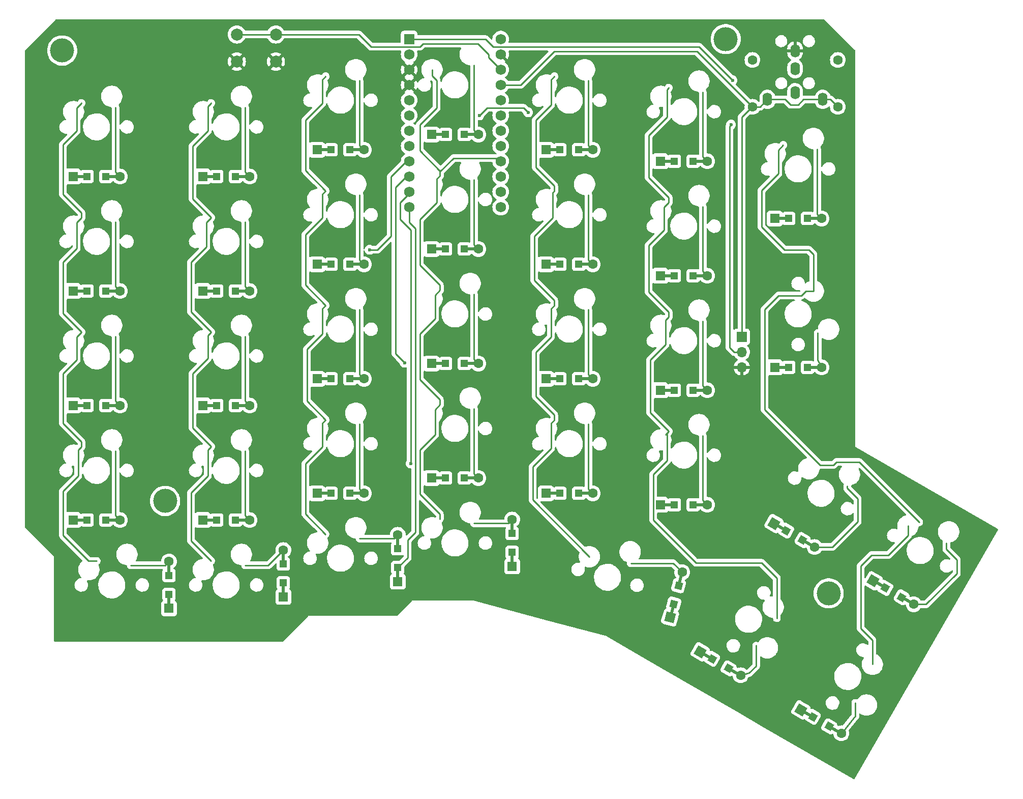
<source format=gtl>
G04 #@! TF.GenerationSoftware,KiCad,Pcbnew,7.0.8*
G04 #@! TF.CreationDate,2023-11-23T13:30:25+08:00*
G04 #@! TF.ProjectId,redox_rev1_hs,7265646f-785f-4726-9576-315f68732e6b,1.0*
G04 #@! TF.SameCoordinates,Original*
G04 #@! TF.FileFunction,Copper,L1,Top*
G04 #@! TF.FilePolarity,Positive*
%FSLAX46Y46*%
G04 Gerber Fmt 4.6, Leading zero omitted, Abs format (unit mm)*
G04 Created by KiCad (PCBNEW 7.0.8) date 2023-11-23 13:30:25*
%MOMM*%
%LPD*%
G01*
G04 APERTURE LIST*
G04 Aperture macros list*
%AMRotRect*
0 Rectangle, with rotation*
0 The origin of the aperture is its center*
0 $1 length*
0 $2 width*
0 $3 Rotation angle, in degrees counterclockwise*
0 Add horizontal line*
21,1,$1,$2,0,0,$3*%
G04 Aperture macros list end*
G04 #@! TA.AperFunction,SMDPad,CuDef*
%ADD10R,1.200000X1.200000*%
G04 #@! TD*
G04 #@! TA.AperFunction,SMDPad,CuDef*
%ADD11R,2.500000X0.500000*%
G04 #@! TD*
G04 #@! TA.AperFunction,ComponentPad*
%ADD12R,1.600000X1.600000*%
G04 #@! TD*
G04 #@! TA.AperFunction,ComponentPad*
%ADD13C,1.600000*%
G04 #@! TD*
G04 #@! TA.AperFunction,SMDPad,CuDef*
%ADD14RotRect,1.200000X1.200000X150.000000*%
G04 #@! TD*
G04 #@! TA.AperFunction,SMDPad,CuDef*
%ADD15RotRect,2.500000X0.500000X150.000000*%
G04 #@! TD*
G04 #@! TA.AperFunction,ComponentPad*
%ADD16RotRect,1.600000X1.600000X150.000000*%
G04 #@! TD*
G04 #@! TA.AperFunction,SMDPad,CuDef*
%ADD17R,0.500000X2.500000*%
G04 #@! TD*
G04 #@! TA.AperFunction,SMDPad,CuDef*
%ADD18RotRect,1.200000X1.200000X255.000000*%
G04 #@! TD*
G04 #@! TA.AperFunction,SMDPad,CuDef*
%ADD19RotRect,2.500000X0.500000X255.000000*%
G04 #@! TD*
G04 #@! TA.AperFunction,ComponentPad*
%ADD20RotRect,1.600000X1.600000X255.000000*%
G04 #@! TD*
G04 #@! TA.AperFunction,ComponentPad*
%ADD21R,1.700000X1.700000*%
G04 #@! TD*
G04 #@! TA.AperFunction,ComponentPad*
%ADD22O,1.700000X1.700000*%
G04 #@! TD*
G04 #@! TA.AperFunction,ComponentPad*
%ADD23C,2.000000*%
G04 #@! TD*
G04 #@! TA.AperFunction,ComponentPad*
%ADD24O,1.600000X2.200000*%
G04 #@! TD*
G04 #@! TA.AperFunction,ComponentPad*
%ADD25R,1.752600X1.752600*%
G04 #@! TD*
G04 #@! TA.AperFunction,ComponentPad*
%ADD26C,1.752600*%
G04 #@! TD*
G04 #@! TA.AperFunction,ComponentPad*
%ADD27C,4.000000*%
G04 #@! TD*
G04 #@! TA.AperFunction,ViaPad*
%ADD28C,0.600000*%
G04 #@! TD*
G04 #@! TA.AperFunction,Conductor*
%ADD29C,0.250000*%
G04 #@! TD*
G04 APERTURE END LIST*
D10*
X89865000Y-74930000D03*
D11*
X88740000Y-74930000D03*
D12*
X87540000Y-74930000D03*
D13*
X95340000Y-74930000D03*
D11*
X94140000Y-74930000D03*
D10*
X93015000Y-74930000D03*
X111455000Y-74930000D03*
D11*
X110330000Y-74930000D03*
D12*
X109130000Y-74930000D03*
D13*
X116930000Y-74930000D03*
D11*
X115730000Y-74930000D03*
D10*
X114605000Y-74930000D03*
X130505000Y-70485000D03*
D11*
X129380000Y-70485000D03*
D12*
X128180000Y-70485000D03*
D13*
X135980000Y-70485000D03*
D11*
X134780000Y-70485000D03*
D10*
X133655000Y-70485000D03*
X149555000Y-67945000D03*
D11*
X148430000Y-67945000D03*
D12*
X147230000Y-67945000D03*
D13*
X155030000Y-67945000D03*
D11*
X153830000Y-67945000D03*
D10*
X152705000Y-67945000D03*
X168605000Y-70485000D03*
D11*
X167480000Y-70485000D03*
D12*
X166280000Y-70485000D03*
D13*
X174080000Y-70485000D03*
D11*
X172880000Y-70485000D03*
D10*
X171755000Y-70485000D03*
X187655000Y-72390000D03*
D11*
X186530000Y-72390000D03*
D12*
X185330000Y-72390000D03*
D13*
X193130000Y-72390000D03*
D11*
X191930000Y-72390000D03*
D10*
X190805000Y-72390000D03*
X206705000Y-81915000D03*
D11*
X205580000Y-81915000D03*
D12*
X204380000Y-81915000D03*
D13*
X212180000Y-81915000D03*
D11*
X210980000Y-81915000D03*
D10*
X209855000Y-81915000D03*
X89865000Y-93980000D03*
D11*
X88740000Y-93980000D03*
D12*
X87540000Y-93980000D03*
D13*
X95340000Y-93980000D03*
D11*
X94140000Y-93980000D03*
D10*
X93015000Y-93980000D03*
X111455000Y-93980000D03*
D11*
X110330000Y-93980000D03*
D12*
X109130000Y-93980000D03*
D13*
X116930000Y-93980000D03*
D11*
X115730000Y-93980000D03*
D10*
X114605000Y-93980000D03*
X130505000Y-89535000D03*
D11*
X129380000Y-89535000D03*
D12*
X128180000Y-89535000D03*
D13*
X135980000Y-89535000D03*
D11*
X134780000Y-89535000D03*
D10*
X133655000Y-89535000D03*
X149555000Y-86995000D03*
D11*
X148430000Y-86995000D03*
D12*
X147230000Y-86995000D03*
D13*
X155030000Y-86995000D03*
D11*
X153830000Y-86995000D03*
D10*
X152705000Y-86995000D03*
X168605000Y-89535000D03*
D11*
X167480000Y-89535000D03*
D12*
X166280000Y-89535000D03*
D13*
X174080000Y-89535000D03*
D11*
X172880000Y-89535000D03*
D10*
X171755000Y-89535000D03*
X187655000Y-91440000D03*
D11*
X186530000Y-91440000D03*
D12*
X185330000Y-91440000D03*
D13*
X193130000Y-91440000D03*
D11*
X191930000Y-91440000D03*
D10*
X190805000Y-91440000D03*
X206705000Y-106680000D03*
D11*
X205580000Y-106680000D03*
D12*
X204380000Y-106680000D03*
D13*
X212180000Y-106680000D03*
D11*
X210980000Y-106680000D03*
D10*
X209855000Y-106680000D03*
X89865000Y-113030000D03*
D11*
X88740000Y-113030000D03*
D12*
X87540000Y-113030000D03*
D13*
X95340000Y-113030000D03*
D11*
X94140000Y-113030000D03*
D10*
X93015000Y-113030000D03*
X111455000Y-113030000D03*
D11*
X110330000Y-113030000D03*
D12*
X109130000Y-113030000D03*
D13*
X116930000Y-113030000D03*
D11*
X115730000Y-113030000D03*
D10*
X114605000Y-113030000D03*
X130505000Y-108585000D03*
D11*
X129380000Y-108585000D03*
D12*
X128180000Y-108585000D03*
D13*
X135980000Y-108585000D03*
D11*
X134780000Y-108585000D03*
D10*
X133655000Y-108585000D03*
X149555000Y-106045000D03*
D11*
X148430000Y-106045000D03*
D12*
X147230000Y-106045000D03*
D13*
X155030000Y-106045000D03*
D11*
X153830000Y-106045000D03*
D10*
X152705000Y-106045000D03*
X168605000Y-108585000D03*
D11*
X167480000Y-108585000D03*
D12*
X166280000Y-108585000D03*
D13*
X174080000Y-108585000D03*
D11*
X172880000Y-108585000D03*
D10*
X171755000Y-108585000D03*
X187655000Y-110490000D03*
D11*
X186530000Y-110490000D03*
D12*
X185330000Y-110490000D03*
D13*
X193130000Y-110490000D03*
D11*
X191930000Y-110490000D03*
D10*
X190805000Y-110490000D03*
D14*
X206281010Y-133832500D03*
D15*
X205306731Y-133270000D03*
D16*
X204267501Y-132670000D03*
D13*
X211022499Y-136570000D03*
D15*
X209983269Y-135970000D03*
D14*
X209008990Y-135407500D03*
D10*
X89865000Y-132080000D03*
D11*
X88740000Y-132080000D03*
D12*
X87540000Y-132080000D03*
D13*
X95340000Y-132080000D03*
D11*
X94140000Y-132080000D03*
D10*
X93015000Y-132080000D03*
X111455000Y-132080000D03*
D11*
X110330000Y-132080000D03*
D12*
X109130000Y-132080000D03*
D13*
X116930000Y-132080000D03*
D11*
X115730000Y-132080000D03*
D10*
X114605000Y-132080000D03*
X130505000Y-127635000D03*
D11*
X129380000Y-127635000D03*
D12*
X128180000Y-127635000D03*
D13*
X135980000Y-127635000D03*
D11*
X134780000Y-127635000D03*
D10*
X133655000Y-127635000D03*
X149555000Y-125095000D03*
D11*
X148430000Y-125095000D03*
D12*
X147230000Y-125095000D03*
D13*
X155030000Y-125095000D03*
D11*
X153830000Y-125095000D03*
D10*
X152705000Y-125095000D03*
X168605000Y-127635000D03*
D11*
X167480000Y-127635000D03*
D12*
X166280000Y-127635000D03*
D13*
X174080000Y-127635000D03*
D11*
X172880000Y-127635000D03*
D10*
X171755000Y-127635000D03*
X187655000Y-129540000D03*
D11*
X186530000Y-129540000D03*
D12*
X185330000Y-129540000D03*
D13*
X193130000Y-129540000D03*
D11*
X191930000Y-129540000D03*
D10*
X190805000Y-129540000D03*
D14*
X222791010Y-143357500D03*
D15*
X221816731Y-142795000D03*
D16*
X220777501Y-142195000D03*
D13*
X227532499Y-146095000D03*
D15*
X226493269Y-145495000D03*
D14*
X225518990Y-144932500D03*
D10*
X103505000Y-144450000D03*
D17*
X103505000Y-145575000D03*
D12*
X103505000Y-146775000D03*
D13*
X103505000Y-138975000D03*
D17*
X103505000Y-140175000D03*
D10*
X103505000Y-141300000D03*
X122555000Y-142545000D03*
D17*
X122555000Y-143670000D03*
D12*
X122555000Y-144870000D03*
D13*
X122555000Y-137070000D03*
D17*
X122555000Y-138270000D03*
D10*
X122555000Y-139395000D03*
X141605000Y-140005000D03*
D17*
X141605000Y-141130000D03*
D12*
X141605000Y-142330000D03*
D13*
X141605000Y-134530000D03*
D17*
X141605000Y-135730000D03*
D10*
X141605000Y-136855000D03*
X160655000Y-137465000D03*
D17*
X160655000Y-138590000D03*
D12*
X160655000Y-139790000D03*
D13*
X160655000Y-131990000D03*
D17*
X160655000Y-133190000D03*
D10*
X160655000Y-134315000D03*
D18*
X187552360Y-146047333D03*
D19*
X187261189Y-147134000D03*
D20*
X186950606Y-148293111D03*
D13*
X188969394Y-140758889D03*
D19*
X188658811Y-141918000D03*
D18*
X188367640Y-143004667D03*
D14*
X193962010Y-155168500D03*
D15*
X192987731Y-154606000D03*
D16*
X191948501Y-154006000D03*
D13*
X198703499Y-157906000D03*
D15*
X197664269Y-157306000D03*
D14*
X196689990Y-156743500D03*
X210726010Y-164820500D03*
D15*
X209751731Y-164258000D03*
D16*
X208712501Y-163658000D03*
D13*
X215467499Y-167558000D03*
D15*
X214428269Y-166958000D03*
D14*
X213453990Y-166395500D03*
D13*
X200660000Y-55536000D03*
X200660000Y-63336000D03*
X214884000Y-55536000D03*
X214884000Y-63336000D03*
D21*
X198882000Y-101600000D03*
D22*
X198882000Y-104140000D03*
X198882000Y-106680000D03*
D23*
X114808000Y-51308000D03*
X121308000Y-51308000D03*
X114808000Y-55808000D03*
X121308000Y-55808000D03*
D24*
X203172000Y-62100000D03*
X212372000Y-62100000D03*
X207772000Y-61000000D03*
X207772000Y-57000000D03*
X207772000Y-54000000D03*
D25*
X143510000Y-52070000D03*
D26*
X143510000Y-54610000D03*
X143510000Y-57150000D03*
X143510000Y-59690000D03*
X143510000Y-62230000D03*
X143510000Y-64770000D03*
X143510000Y-67310000D03*
X143510000Y-69850000D03*
X143510000Y-72390000D03*
X143510000Y-74930000D03*
X143510000Y-77470000D03*
X143510000Y-80010000D03*
X158750000Y-80010000D03*
X158750000Y-77470000D03*
X158750000Y-74930000D03*
X158750000Y-72390000D03*
X158750000Y-69850000D03*
X158750000Y-67310000D03*
X158750000Y-64770000D03*
X158750000Y-62230000D03*
X158750000Y-59690000D03*
X158750000Y-57150000D03*
X158750000Y-54610000D03*
X158750000Y-52070000D03*
D27*
X213360000Y-144272000D03*
X85725000Y-53975000D03*
X102870000Y-128905000D03*
X196215000Y-52070000D03*
D28*
X136906000Y-87122000D03*
X142748000Y-105918000D03*
X143764000Y-122682000D03*
X155194000Y-64770000D03*
X163322000Y-64262000D03*
X197358000Y-58928000D03*
X197104000Y-66294000D03*
D29*
X143002000Y-72390000D02*
X140462000Y-74930000D01*
X140462000Y-74930000D02*
X140462000Y-84836000D01*
X140462000Y-84836000D02*
X138176000Y-87122000D01*
X138176000Y-87122000D02*
X136906000Y-87122000D01*
X143510000Y-72390000D02*
X143002000Y-72390000D01*
X143002000Y-74930000D02*
X141224000Y-76708000D01*
X141224000Y-76708000D02*
X141224000Y-104394000D01*
X141224000Y-104394000D02*
X142748000Y-105918000D01*
X143510000Y-74930000D02*
X143002000Y-74930000D01*
X143510000Y-77724000D02*
X141986000Y-79248000D01*
X141986000Y-79248000D02*
X141986000Y-82042000D01*
X141986000Y-82042000D02*
X143764000Y-83820000D01*
X143764000Y-83820000D02*
X143764000Y-122682000D01*
X143510000Y-77470000D02*
X143510000Y-77724000D01*
X143510000Y-82550000D02*
X144526000Y-83566000D01*
X144526000Y-83566000D02*
X144526000Y-134112000D01*
X144526000Y-134112000D02*
X143256000Y-135382000D01*
X143256000Y-135382000D02*
X143256000Y-138354000D01*
X143256000Y-138354000D02*
X141605000Y-140005000D01*
X143510000Y-80010000D02*
X143510000Y-82550000D01*
X88940000Y-62750000D02*
X88138000Y-63552000D01*
X88138000Y-63552000D02*
X88138000Y-67310000D01*
X88138000Y-67310000D02*
X85852000Y-69596000D01*
X85852000Y-69596000D02*
X85852000Y-77867000D01*
X85852000Y-77867000D02*
X88920000Y-80935000D01*
X88920000Y-80935000D02*
X88940000Y-81725000D01*
X88940000Y-81800000D02*
X88138000Y-82602000D01*
X88138000Y-82602000D02*
X88138000Y-86868000D01*
X88138000Y-86868000D02*
X85852000Y-89154000D01*
X85852000Y-89154000D02*
X85852000Y-97687000D01*
X85852000Y-97687000D02*
X88940000Y-100775000D01*
X88940000Y-100850000D02*
X88138000Y-101652000D01*
X88138000Y-101652000D02*
X88138000Y-105410000D01*
X88138000Y-105410000D02*
X85852000Y-107696000D01*
X85852000Y-107696000D02*
X85852000Y-115967000D01*
X85852000Y-115967000D02*
X88920000Y-119035000D01*
X88920000Y-119035000D02*
X88940000Y-119825000D01*
X88940000Y-119900000D02*
X88392000Y-120448000D01*
X88392000Y-120448000D02*
X88392000Y-124714000D01*
X88392000Y-124714000D02*
X85852000Y-127254000D01*
X85852000Y-127254000D02*
X85852000Y-134632000D01*
X85852000Y-134632000D02*
X90095000Y-138875000D01*
X90095000Y-138875000D02*
X91480000Y-138875000D01*
X88940000Y-81725000D02*
X88940000Y-81800000D01*
X88940000Y-119825000D02*
X88940000Y-119900000D01*
X88940000Y-62675000D02*
X88940000Y-62750000D01*
X88940000Y-100775000D02*
X88940000Y-100850000D01*
X110530000Y-62750000D02*
X109982000Y-63298000D01*
X109982000Y-63298000D02*
X109982000Y-67310000D01*
X109982000Y-67310000D02*
X107442000Y-69850000D01*
X107442000Y-69850000D02*
X107442000Y-78637000D01*
X107442000Y-78637000D02*
X110530000Y-81725000D01*
X110530000Y-81800000D02*
X109728000Y-82602000D01*
X109728000Y-82602000D02*
X109728000Y-86614000D01*
X109728000Y-86614000D02*
X107188000Y-89154000D01*
X107188000Y-89154000D02*
X107188000Y-97433000D01*
X107188000Y-97433000D02*
X110530000Y-100775000D01*
X110530000Y-100850000D02*
X109982000Y-101398000D01*
X109982000Y-101398000D02*
X109982000Y-105156000D01*
X109982000Y-105156000D02*
X107442000Y-107696000D01*
X107442000Y-107696000D02*
X107442000Y-116737000D01*
X107442000Y-116737000D02*
X110530000Y-119825000D01*
X110530000Y-119900000D02*
X109982000Y-120448000D01*
X109982000Y-120448000D02*
X109982000Y-124714000D01*
X109982000Y-124714000D02*
X107188000Y-127508000D01*
X107188000Y-127508000D02*
X107188000Y-135533000D01*
X107188000Y-135533000D02*
X110530000Y-138875000D01*
X110530000Y-119825000D02*
X110530000Y-119900000D01*
X110530000Y-62675000D02*
X110530000Y-62750000D01*
X110530000Y-81725000D02*
X110530000Y-81800000D01*
X110530000Y-100775000D02*
X110530000Y-100850000D01*
X129580000Y-58305000D02*
X129032000Y-58853000D01*
X129032000Y-58853000D02*
X129032000Y-62738000D01*
X129032000Y-62738000D02*
X126238000Y-65532000D01*
X126238000Y-65532000D02*
X126238000Y-73938000D01*
X126238000Y-73938000D02*
X129580000Y-77280000D01*
X129580000Y-77355000D02*
X129032000Y-77903000D01*
X129032000Y-77903000D02*
X129032000Y-81788000D01*
X129032000Y-81788000D02*
X126238000Y-84582000D01*
X126238000Y-84582000D02*
X126238000Y-92988000D01*
X126238000Y-92988000D02*
X129580000Y-96330000D01*
X129580000Y-96405000D02*
X129032000Y-96953000D01*
X129032000Y-96953000D02*
X129032000Y-101092000D01*
X129032000Y-101092000D02*
X126492000Y-103632000D01*
X126492000Y-103632000D02*
X126492000Y-112292000D01*
X126492000Y-112292000D02*
X129580000Y-115380000D01*
X129580000Y-115455000D02*
X129032000Y-116003000D01*
X129032000Y-116003000D02*
X129032000Y-119888000D01*
X129032000Y-119888000D02*
X126238000Y-122682000D01*
X126238000Y-122682000D02*
X126238000Y-131088000D01*
X126238000Y-131088000D02*
X129580000Y-134430000D01*
X129580000Y-77280000D02*
X129580000Y-77355000D01*
X129580000Y-58230000D02*
X129580000Y-58305000D01*
X129580000Y-96330000D02*
X129580000Y-96405000D01*
X129580000Y-115380000D02*
X129580000Y-115455000D01*
X147320000Y-58166000D02*
X148082000Y-58928000D01*
X148082000Y-58928000D02*
X148082000Y-63500000D01*
X148082000Y-63500000D02*
X145288000Y-66294000D01*
X145288000Y-66294000D02*
X145288000Y-70628000D01*
X145288000Y-70628000D02*
X148630000Y-73970000D01*
X148630000Y-73970000D02*
X148630000Y-74740000D01*
X148630000Y-74815000D02*
X148082000Y-75363000D01*
X148082000Y-75363000D02*
X148082000Y-79248000D01*
X148082000Y-79248000D02*
X145288000Y-82042000D01*
X145288000Y-82042000D02*
X145288000Y-89678000D01*
X145288000Y-89678000D02*
X148610000Y-93000000D01*
X148610000Y-93000000D02*
X148630000Y-93790000D01*
X148630000Y-93865000D02*
X147828000Y-94667000D01*
X147828000Y-94667000D02*
X147828000Y-98552000D01*
X147828000Y-98552000D02*
X145288000Y-101092000D01*
X145288000Y-101092000D02*
X145288000Y-108728000D01*
X145288000Y-108728000D02*
X148610000Y-112050000D01*
X148610000Y-112050000D02*
X148630000Y-112840000D01*
X148630000Y-112915000D02*
X147828000Y-113717000D01*
X147828000Y-113717000D02*
X147828000Y-117856000D01*
X147828000Y-117856000D02*
X145288000Y-120396000D01*
X145288000Y-120396000D02*
X145288000Y-127778000D01*
X145288000Y-127778000D02*
X148610000Y-131100000D01*
X148610000Y-131100000D02*
X148630000Y-131890000D01*
X148630000Y-74128000D02*
X150876000Y-71882000D01*
X150876000Y-71882000D02*
X158242000Y-71882000D01*
X158242000Y-71882000D02*
X158750000Y-72390000D01*
X148630000Y-74740000D02*
X148630000Y-74815000D01*
X148630000Y-74740000D02*
X148630000Y-74128000D01*
X148630000Y-112840000D02*
X148630000Y-112915000D01*
X148630000Y-93790000D02*
X148630000Y-93865000D01*
X147320000Y-57150000D02*
X147320000Y-58166000D01*
X167680000Y-58305000D02*
X167132000Y-58853000D01*
X167132000Y-58853000D02*
X167132000Y-62992000D01*
X167132000Y-62992000D02*
X164592000Y-65532000D01*
X164592000Y-65532000D02*
X164592000Y-73422000D01*
X164592000Y-73422000D02*
X167660000Y-76490000D01*
X167660000Y-76490000D02*
X167680000Y-77280000D01*
X167680000Y-77355000D02*
X167386000Y-77649000D01*
X167386000Y-77649000D02*
X167386000Y-81788000D01*
X167386000Y-81788000D02*
X164338000Y-84836000D01*
X164338000Y-84836000D02*
X164338000Y-92218000D01*
X164338000Y-92218000D02*
X167660000Y-95540000D01*
X167660000Y-95540000D02*
X167680000Y-96330000D01*
X167680000Y-96405000D02*
X167132000Y-96953000D01*
X167132000Y-96953000D02*
X167132000Y-101600000D01*
X167132000Y-101600000D02*
X164592000Y-104140000D01*
X164592000Y-104140000D02*
X164592000Y-111522000D01*
X164592000Y-111522000D02*
X167660000Y-114590000D01*
X167660000Y-114590000D02*
X167680000Y-115380000D01*
X167680000Y-115455000D02*
X167132000Y-116003000D01*
X167132000Y-116003000D02*
X167132000Y-120142000D01*
X167132000Y-120142000D02*
X164084000Y-123190000D01*
X164084000Y-123190000D02*
X164084000Y-128742225D01*
X164084000Y-128742225D02*
X173507223Y-138165448D01*
X167680000Y-77280000D02*
X167680000Y-77355000D01*
X167680000Y-58230000D02*
X167680000Y-58305000D01*
X167680000Y-96330000D02*
X167680000Y-96405000D01*
X167680000Y-115380000D02*
X167680000Y-115455000D01*
X186730000Y-60210000D02*
X186436000Y-60504000D01*
X186436000Y-60504000D02*
X186436000Y-65024000D01*
X186436000Y-65024000D02*
X183388000Y-68072000D01*
X183388000Y-68072000D02*
X183388000Y-75073000D01*
X183388000Y-75073000D02*
X186710000Y-78395000D01*
X186710000Y-78395000D02*
X186730000Y-79185000D01*
X186730000Y-79260000D02*
X185928000Y-80062000D01*
X185928000Y-80062000D02*
X185928000Y-83820000D01*
X185928000Y-83820000D02*
X183388000Y-86360000D01*
X183388000Y-86360000D02*
X183388000Y-94123000D01*
X183388000Y-94123000D02*
X186710000Y-97445000D01*
X186710000Y-97445000D02*
X186730000Y-98235000D01*
X186730000Y-98310000D02*
X186182000Y-98858000D01*
X186182000Y-98858000D02*
X186182000Y-102870000D01*
X186182000Y-102870000D02*
X183642000Y-105410000D01*
X183642000Y-105410000D02*
X183642000Y-114197000D01*
X183642000Y-114197000D02*
X186730000Y-117285000D01*
X186730000Y-117360000D02*
X186182000Y-117908000D01*
X186730000Y-117360000D02*
X186436000Y-117654000D01*
X186436000Y-117654000D02*
X186436000Y-122174000D01*
X186436000Y-122174000D02*
X184150000Y-124460000D01*
X184150000Y-124460000D02*
X184150000Y-132080000D01*
X184150000Y-132080000D02*
X191262000Y-139192000D01*
X191262000Y-139192000D02*
X202184000Y-139192000D01*
X202184000Y-139192000D02*
X204739102Y-141747102D01*
X204739102Y-141747102D02*
X204739102Y-148424936D01*
X186730000Y-60135000D02*
X186730000Y-60210000D01*
X186730000Y-79185000D02*
X186730000Y-79260000D01*
X186730000Y-117285000D02*
X186730000Y-117360000D01*
X186730000Y-98235000D02*
X186730000Y-98310000D01*
X205780000Y-69735000D02*
X204978000Y-70537000D01*
X204978000Y-70537000D02*
X204978000Y-74422000D01*
X204978000Y-74422000D02*
X202184000Y-77216000D01*
X202184000Y-77216000D02*
X202184000Y-83312000D01*
X202184000Y-83312000D02*
X205994000Y-87122000D01*
X205994000Y-87122000D02*
X210058000Y-87122000D01*
X210058000Y-87122000D02*
X210820000Y-87884000D01*
X210820000Y-87884000D02*
X210820000Y-93980000D01*
X209550000Y-93980000D02*
X208788000Y-94742000D01*
X208788000Y-94742000D02*
X204978000Y-94742000D01*
X204978000Y-94742000D02*
X202692000Y-97028000D01*
X202692000Y-97028000D02*
X202692000Y-113687962D01*
X202692000Y-113687962D02*
X211924936Y-122920898D01*
X226570443Y-134617557D02*
X223266000Y-137922000D01*
X223266000Y-137922000D02*
X220472000Y-137922000D01*
X220472000Y-137922000D02*
X218694000Y-139700000D01*
X218694000Y-139700000D02*
X218694000Y-150114000D01*
X218694000Y-150114000D02*
X220639705Y-152059705D01*
X220639705Y-152059705D02*
X220639705Y-156085443D01*
X214137102Y-122920898D02*
X214630000Y-122428000D01*
X214630000Y-122428000D02*
X218440000Y-122428000D01*
X218440000Y-122428000D02*
X228434936Y-132422936D01*
X228434936Y-132422936D02*
X228434936Y-132445898D01*
X210820000Y-93980000D02*
X209550000Y-93980000D01*
X226570443Y-133055295D02*
X226570443Y-134617557D01*
X205780000Y-69660000D02*
X205780000Y-69735000D01*
X211924936Y-122920898D02*
X214137102Y-122920898D01*
X162052000Y-59690000D02*
X167640000Y-54102000D01*
X167640000Y-54102000D02*
X191426000Y-54102000D01*
X191426000Y-54102000D02*
X200660000Y-63336000D01*
X201936000Y-63336000D02*
X203172000Y-62100000D01*
X206118000Y-62100000D02*
X207010000Y-62992000D01*
X207010000Y-62992000D02*
X208280000Y-62992000D01*
X208280000Y-62992000D02*
X209172000Y-62100000D01*
X209172000Y-62100000D02*
X212372000Y-62100000D01*
X213648000Y-62100000D02*
X214884000Y-63336000D01*
X200570000Y-63336000D02*
X198882000Y-65024000D01*
X198882000Y-65024000D02*
X198882000Y-101600000D01*
X158750000Y-59690000D02*
X162052000Y-59690000D01*
X200660000Y-63336000D02*
X201936000Y-63336000D01*
X203172000Y-62100000D02*
X206118000Y-62100000D01*
X212372000Y-62100000D02*
X213648000Y-62100000D01*
X200660000Y-63336000D02*
X200570000Y-63336000D01*
X155194000Y-64770000D02*
X156464000Y-63500000D01*
X156464000Y-63500000D02*
X162560000Y-63500000D01*
X162560000Y-63500000D02*
X163322000Y-64262000D01*
X156210000Y-52070000D02*
X157480000Y-53340000D01*
X157480000Y-53340000D02*
X191770000Y-53340000D01*
X191770000Y-53340000D02*
X197358000Y-58928000D01*
X197104000Y-66294000D02*
X196850000Y-66548000D01*
X196850000Y-66548000D02*
X196850000Y-103378000D01*
X196850000Y-103378000D02*
X197612000Y-104140000D01*
X197612000Y-104140000D02*
X198882000Y-104140000D01*
X143510000Y-52070000D02*
X156210000Y-52070000D01*
X156718000Y-55118000D02*
X156718000Y-54610000D01*
X156718000Y-54610000D02*
X154940000Y-52832000D01*
X154940000Y-52832000D02*
X145796000Y-52832000D01*
X145796000Y-52832000D02*
X145288000Y-53340000D01*
X145288000Y-53340000D02*
X137160000Y-53340000D01*
X137160000Y-53340000D02*
X135128000Y-51308000D01*
X135128000Y-51308000D02*
X121308000Y-51308000D01*
X114808000Y-51308000D02*
X121308000Y-51308000D01*
X158750000Y-57150000D02*
X156718000Y-55118000D01*
X94595000Y-74185000D02*
X95340000Y-74930000D01*
X94595000Y-63405000D02*
X94595000Y-74185000D01*
X116185000Y-74185000D02*
X116930000Y-74930000D01*
X116185000Y-63405000D02*
X116185000Y-74185000D01*
X135235000Y-69740000D02*
X135980000Y-70485000D01*
X135235000Y-58960000D02*
X135235000Y-69740000D01*
X154285000Y-67200000D02*
X155030000Y-67945000D01*
X154285000Y-56420000D02*
X154285000Y-67200000D01*
X173335000Y-69740000D02*
X174080000Y-70485000D01*
X173335000Y-58960000D02*
X173335000Y-69740000D01*
X192385000Y-71645000D02*
X193130000Y-72390000D01*
X192385000Y-60865000D02*
X192385000Y-71645000D01*
X211435000Y-81170000D02*
X212180000Y-81915000D01*
X211435000Y-70390000D02*
X211435000Y-81170000D01*
X94595000Y-93235000D02*
X95340000Y-93980000D01*
X94595000Y-82455000D02*
X94595000Y-93235000D01*
X116185000Y-93235000D02*
X116930000Y-93980000D01*
X116185000Y-82455000D02*
X116185000Y-93235000D01*
X135235000Y-88790000D02*
X135980000Y-89535000D01*
X135235000Y-78010000D02*
X135235000Y-88790000D01*
X154285000Y-86250000D02*
X155030000Y-86995000D01*
X154285000Y-75470000D02*
X154285000Y-86250000D01*
X173335000Y-88790000D02*
X174080000Y-89535000D01*
X173335000Y-78010000D02*
X173335000Y-88790000D01*
X192385000Y-90695000D02*
X193130000Y-91440000D01*
X192385000Y-79915000D02*
X192385000Y-90695000D01*
X211550000Y-105415000D02*
X212180000Y-106680000D01*
X211550000Y-100945000D02*
X211550000Y-105415000D01*
X94595000Y-112285000D02*
X95340000Y-113030000D01*
X94595000Y-101505000D02*
X94595000Y-112285000D01*
X116185000Y-112285000D02*
X116930000Y-113030000D01*
X116185000Y-101505000D02*
X116185000Y-112285000D01*
X135235000Y-107840000D02*
X135980000Y-108585000D01*
X135235000Y-97060000D02*
X135235000Y-107840000D01*
X154285000Y-105300000D02*
X155030000Y-106045000D01*
X154285000Y-94520000D02*
X154285000Y-105300000D01*
X173335000Y-107840000D02*
X174080000Y-108585000D01*
X173335000Y-97060000D02*
X173335000Y-107840000D01*
X192385000Y-109745000D02*
X193130000Y-110490000D01*
X192385000Y-98965000D02*
X192385000Y-109745000D01*
X216457310Y-126795310D02*
X218186000Y-128524000D01*
X218186000Y-128524000D02*
X218186000Y-132334000D01*
X218186000Y-132334000D02*
X213950000Y-136570000D01*
X213950000Y-136570000D02*
X211022499Y-136570000D01*
X216457310Y-126380597D02*
X216457310Y-126795310D01*
X94595000Y-131335000D02*
X95340000Y-132080000D01*
X94595000Y-120555000D02*
X94595000Y-131335000D01*
X116185000Y-131335000D02*
X116930000Y-132080000D01*
X116185000Y-120555000D02*
X116185000Y-131335000D01*
X135235000Y-126890000D02*
X135980000Y-127635000D01*
X135235000Y-116110000D02*
X135235000Y-126890000D01*
X154285000Y-124350000D02*
X155030000Y-125095000D01*
X154285000Y-113570000D02*
X154285000Y-124350000D01*
X173335000Y-126890000D02*
X174080000Y-127635000D01*
X173335000Y-116110000D02*
X173335000Y-126890000D01*
X192385000Y-128795000D02*
X193130000Y-129540000D01*
X192385000Y-118015000D02*
X192385000Y-128795000D01*
X232967310Y-136955310D02*
X234696000Y-138684000D01*
X234696000Y-138684000D02*
X234696000Y-140970000D01*
X234696000Y-140970000D02*
X229571000Y-146095000D01*
X229571000Y-146095000D02*
X227532499Y-146095000D01*
X232967310Y-135905597D02*
X232967310Y-136955310D01*
X102875000Y-139605000D02*
X103505000Y-138975000D01*
X97135000Y-139605000D02*
X102875000Y-139605000D01*
X120020000Y-139605000D02*
X122555000Y-137070000D01*
X116185000Y-139605000D02*
X120020000Y-139605000D01*
X140975000Y-135160000D02*
X141605000Y-134530000D01*
X135235000Y-135160000D02*
X140975000Y-135160000D01*
X160025000Y-132620000D02*
X160655000Y-131990000D01*
X154285000Y-132620000D02*
X160025000Y-132620000D01*
X187473502Y-139262997D02*
X188969394Y-140758889D01*
X180423834Y-139262997D02*
X187473502Y-139262997D01*
X180423834Y-139262997D02*
X180423834Y-139275834D01*
X201279403Y-156352597D02*
X200107000Y-157525000D01*
X200107000Y-157525000D02*
X198703499Y-157906000D01*
X201279403Y-152957310D02*
X201279403Y-156352597D01*
X217789403Y-164728096D02*
X215467499Y-167558000D01*
X217789403Y-162482310D02*
X217789403Y-164728096D01*
G04 #@! TA.AperFunction,Conductor*
G36*
X152131129Y-53485502D02*
G01*
X152177622Y-53539158D01*
X152187726Y-53609432D01*
X152167114Y-53662479D01*
X152128057Y-53719764D01*
X152128056Y-53719765D01*
X152012602Y-53959509D01*
X152012599Y-53959516D01*
X152012599Y-53959518D01*
X152006830Y-53978220D01*
X151934162Y-54213799D01*
X151934161Y-54213805D01*
X151934161Y-54213806D01*
X151894500Y-54476945D01*
X151894500Y-54743055D01*
X151934161Y-55006192D01*
X151934162Y-55006200D01*
X151976661Y-55143974D01*
X152011833Y-55258000D01*
X152012601Y-55260487D01*
X152128061Y-55500241D01*
X152128065Y-55500248D01*
X152277960Y-55720103D01*
X152277970Y-55720116D01*
X152458963Y-55915180D01*
X152458968Y-55915184D01*
X152667015Y-56081097D01*
X152667023Y-56081103D01*
X152897476Y-56214155D01*
X152897479Y-56214156D01*
X153145195Y-56311377D01*
X153404633Y-56370593D01*
X153534918Y-56380356D01*
X153601351Y-56405392D01*
X153643704Y-56462372D01*
X153651500Y-56506003D01*
X153651500Y-66750044D01*
X153631498Y-66818165D01*
X153577842Y-66864658D01*
X153507568Y-66874762D01*
X153481468Y-66868100D01*
X153414200Y-66843010D01*
X153414196Y-66843009D01*
X153353649Y-66836500D01*
X153353638Y-66836500D01*
X152056362Y-66836500D01*
X152056350Y-66836500D01*
X151995803Y-66843009D01*
X151995795Y-66843011D01*
X151858797Y-66894110D01*
X151858792Y-66894112D01*
X151741738Y-66981738D01*
X151654112Y-67098792D01*
X151654110Y-67098797D01*
X151603011Y-67235795D01*
X151603009Y-67235803D01*
X151596500Y-67296350D01*
X151596500Y-68593649D01*
X151603009Y-68654196D01*
X151603011Y-68654204D01*
X151654110Y-68791202D01*
X151654112Y-68791207D01*
X151741738Y-68908261D01*
X151858792Y-68995887D01*
X151858794Y-68995888D01*
X151858796Y-68995889D01*
X151917875Y-69017924D01*
X151995795Y-69046988D01*
X151995803Y-69046990D01*
X152056350Y-69053499D01*
X152056355Y-69053499D01*
X152056362Y-69053500D01*
X152056368Y-69053500D01*
X153353632Y-69053500D01*
X153353638Y-69053500D01*
X153353645Y-69053499D01*
X153353649Y-69053499D01*
X153414196Y-69046990D01*
X153414199Y-69046989D01*
X153414201Y-69046989D01*
X153551204Y-68995889D01*
X153557463Y-68991204D01*
X153668261Y-68908261D01*
X153755887Y-68791207D01*
X153755887Y-68791206D01*
X153755889Y-68791204D01*
X153758029Y-68785467D01*
X153800576Y-68728631D01*
X153867096Y-68703821D01*
X153876084Y-68703500D01*
X153898132Y-68703500D01*
X153966253Y-68723502D01*
X154001344Y-68757228D01*
X154021118Y-68785467D01*
X154023802Y-68789300D01*
X154185700Y-68951198D01*
X154373251Y-69082523D01*
X154580757Y-69179284D01*
X154801913Y-69238543D01*
X155030000Y-69258498D01*
X155258087Y-69238543D01*
X155479243Y-69179284D01*
X155686749Y-69082523D01*
X155874300Y-68951198D01*
X156036198Y-68789300D01*
X156167523Y-68601749D01*
X156264284Y-68394243D01*
X156323543Y-68173087D01*
X156343498Y-67945000D01*
X156323543Y-67716913D01*
X156264284Y-67495757D01*
X156167523Y-67288251D01*
X156036198Y-67100700D01*
X155874300Y-66938802D01*
X155810473Y-66894110D01*
X155686749Y-66807477D01*
X155479246Y-66710717D01*
X155479240Y-66710715D01*
X155385771Y-66685670D01*
X155258087Y-66651457D01*
X155033517Y-66631809D01*
X154967400Y-66605946D01*
X154925761Y-66548443D01*
X154918500Y-66506289D01*
X154918500Y-65693568D01*
X154938502Y-65625447D01*
X154992158Y-65578954D01*
X155058604Y-65568360D01*
X155194000Y-65583616D01*
X155375047Y-65563217D01*
X155547015Y-65503043D01*
X155701281Y-65406111D01*
X155830111Y-65277281D01*
X155927043Y-65123015D01*
X155987217Y-64951047D01*
X155992230Y-64906548D01*
X156019732Y-64841097D01*
X156028333Y-64831569D01*
X156689500Y-64170404D01*
X156751812Y-64136379D01*
X156778595Y-64133500D01*
X157324172Y-64133500D01*
X157392293Y-64153502D01*
X157438786Y-64207158D01*
X157448890Y-64277432D01*
X157439560Y-64310112D01*
X157435744Y-64318811D01*
X157435741Y-64318818D01*
X157379407Y-64541280D01*
X157379406Y-64541286D01*
X157379406Y-64541288D01*
X157360454Y-64770000D01*
X157378181Y-64983933D01*
X157379407Y-64998719D01*
X157435741Y-65221181D01*
X157435744Y-65221188D01*
X157527930Y-65431350D01*
X157653452Y-65623477D01*
X157808879Y-65792316D01*
X157808884Y-65792320D01*
X157808886Y-65792322D01*
X157989990Y-65933281D01*
X157989995Y-65933284D01*
X157991882Y-65934517D01*
X157992482Y-65935220D01*
X157994103Y-65936482D01*
X157993843Y-65936815D01*
X158037970Y-65988521D01*
X158047545Y-66058869D01*
X158017567Y-66123226D01*
X157991882Y-66145483D01*
X157989991Y-66146718D01*
X157808879Y-66287683D01*
X157653452Y-66456522D01*
X157527930Y-66648649D01*
X157435744Y-66858811D01*
X157435741Y-66858818D01*
X157379407Y-67081280D01*
X157379406Y-67081286D01*
X157379406Y-67081288D01*
X157360454Y-67310000D01*
X157378306Y-67525440D01*
X157379407Y-67538719D01*
X157435741Y-67761181D01*
X157435744Y-67761188D01*
X157527930Y-67971350D01*
X157653452Y-68163477D01*
X157808879Y-68332316D01*
X157808884Y-68332320D01*
X157808886Y-68332322D01*
X157989990Y-68473281D01*
X157989995Y-68473284D01*
X157991882Y-68474517D01*
X157992482Y-68475220D01*
X157994103Y-68476482D01*
X157993843Y-68476815D01*
X158037970Y-68528521D01*
X158047545Y-68598869D01*
X158017567Y-68663226D01*
X157991882Y-68685483D01*
X157989991Y-68686718D01*
X157808879Y-68827683D01*
X157653452Y-68996522D01*
X157527930Y-69188649D01*
X157435744Y-69398811D01*
X157435741Y-69398818D01*
X157379407Y-69621280D01*
X157379406Y-69621286D01*
X157379406Y-69621288D01*
X157360454Y-69850000D01*
X157378966Y-70073408D01*
X157379407Y-70078719D01*
X157435741Y-70301181D01*
X157435744Y-70301188D01*
X157527930Y-70511350D01*
X157653452Y-70703477D01*
X157808879Y-70872316D01*
X157808884Y-70872320D01*
X157808886Y-70872322D01*
X157989990Y-71013281D01*
X157989995Y-71013284D01*
X157991882Y-71014517D01*
X157992482Y-71015220D01*
X157994103Y-71016482D01*
X157993843Y-71016815D01*
X158037970Y-71068521D01*
X158047545Y-71138869D01*
X158017567Y-71203226D01*
X157991888Y-71225479D01*
X157988062Y-71227979D01*
X157920095Y-71248496D01*
X157919140Y-71248500D01*
X150959854Y-71248500D01*
X150944012Y-71246750D01*
X150943985Y-71247044D01*
X150936092Y-71246297D01*
X150866029Y-71248500D01*
X150836144Y-71248500D01*
X150836140Y-71248500D01*
X150836129Y-71248501D01*
X150829190Y-71249377D01*
X150823277Y-71249843D01*
X150776111Y-71251325D01*
X150756650Y-71256979D01*
X150737304Y-71260985D01*
X150717204Y-71263525D01*
X150717203Y-71263525D01*
X150673335Y-71280893D01*
X150667720Y-71282815D01*
X150622413Y-71295978D01*
X150622404Y-71295982D01*
X150604962Y-71306297D01*
X150587215Y-71314991D01*
X150568383Y-71322447D01*
X150568381Y-71322448D01*
X150530214Y-71350178D01*
X150525254Y-71353436D01*
X150484636Y-71377459D01*
X150484633Y-71377461D01*
X150470312Y-71391783D01*
X150455283Y-71404619D01*
X150438893Y-71416527D01*
X150408808Y-71452892D01*
X150404812Y-71457283D01*
X148798094Y-73064000D01*
X148735782Y-73098026D01*
X148664967Y-73092961D01*
X148619904Y-73064000D01*
X147297271Y-71741367D01*
X145958405Y-70402500D01*
X145924379Y-70340188D01*
X145921500Y-70313405D01*
X145921500Y-69251252D01*
X145941502Y-69183131D01*
X145995158Y-69136638D01*
X146065432Y-69126534D01*
X146123010Y-69150385D01*
X146183791Y-69195886D01*
X146183793Y-69195887D01*
X146183796Y-69195889D01*
X146242875Y-69217924D01*
X146320795Y-69246988D01*
X146320803Y-69246990D01*
X146381350Y-69253499D01*
X146381355Y-69253499D01*
X146381362Y-69253500D01*
X146381368Y-69253500D01*
X148078632Y-69253500D01*
X148078638Y-69253500D01*
X148078645Y-69253499D01*
X148078649Y-69253499D01*
X148139196Y-69246990D01*
X148139199Y-69246989D01*
X148139201Y-69246989D01*
X148276204Y-69195889D01*
X148282125Y-69191457D01*
X148393261Y-69108261D01*
X148400498Y-69098593D01*
X148480889Y-68991204D01*
X148480889Y-68991202D01*
X148484981Y-68985737D01*
X148541816Y-68943190D01*
X148612632Y-68938125D01*
X148661358Y-68960378D01*
X148708792Y-68995887D01*
X148708794Y-68995888D01*
X148708796Y-68995889D01*
X148767875Y-69017924D01*
X148845795Y-69046988D01*
X148845803Y-69046990D01*
X148906350Y-69053499D01*
X148906355Y-69053499D01*
X148906362Y-69053500D01*
X148906368Y-69053500D01*
X150203632Y-69053500D01*
X150203638Y-69053500D01*
X150203645Y-69053499D01*
X150203649Y-69053499D01*
X150264196Y-69046990D01*
X150264199Y-69046989D01*
X150264201Y-69046989D01*
X150401204Y-68995889D01*
X150407463Y-68991204D01*
X150518261Y-68908261D01*
X150605887Y-68791207D01*
X150605887Y-68791206D01*
X150605889Y-68791204D01*
X150656989Y-68654201D01*
X150663500Y-68593638D01*
X150663500Y-67296362D01*
X150662072Y-67283080D01*
X150656990Y-67235803D01*
X150656988Y-67235795D01*
X150623001Y-67144675D01*
X150605889Y-67098796D01*
X150605888Y-67098794D01*
X150605887Y-67098792D01*
X150518261Y-66981738D01*
X150401207Y-66894112D01*
X150401202Y-66894110D01*
X150264204Y-66843011D01*
X150264196Y-66843009D01*
X150203649Y-66836500D01*
X150203638Y-66836500D01*
X148906362Y-66836500D01*
X148906350Y-66836500D01*
X148845803Y-66843009D01*
X148845795Y-66843011D01*
X148708797Y-66894110D01*
X148708793Y-66894112D01*
X148661357Y-66929622D01*
X148594836Y-66954432D01*
X148525462Y-66939340D01*
X148484981Y-66904262D01*
X148393261Y-66781738D01*
X148276207Y-66694112D01*
X148276202Y-66694110D01*
X148139204Y-66643011D01*
X148139196Y-66643009D01*
X148078649Y-66636500D01*
X148078638Y-66636500D01*
X146381362Y-66636500D01*
X146381350Y-66636500D01*
X146320803Y-66643009D01*
X146320795Y-66643011D01*
X146183797Y-66694110D01*
X146183792Y-66694112D01*
X146123009Y-66739615D01*
X146056489Y-66764426D01*
X145987115Y-66749335D01*
X145936912Y-66699132D01*
X145921500Y-66638747D01*
X145921500Y-66608593D01*
X145941502Y-66540472D01*
X145958400Y-66519503D01*
X148470657Y-64007245D01*
X148483092Y-63997284D01*
X148482905Y-63997057D01*
X148489009Y-63992005D01*
X148489018Y-63992000D01*
X148536999Y-63940904D01*
X148558135Y-63919769D01*
X148562437Y-63914221D01*
X148566267Y-63909735D01*
X148598586Y-63875321D01*
X148608339Y-63857578D01*
X148619193Y-63841051D01*
X148631614Y-63825041D01*
X148650359Y-63781719D01*
X148652958Y-63776415D01*
X148675695Y-63735060D01*
X148680733Y-63715434D01*
X148687137Y-63696732D01*
X148688518Y-63693542D01*
X148695181Y-63678145D01*
X148702561Y-63631547D01*
X148703762Y-63625740D01*
X148715500Y-63580030D01*
X148715500Y-63559775D01*
X148717051Y-63540063D01*
X148717339Y-63538246D01*
X148720220Y-63520057D01*
X148716812Y-63484000D01*
X148715780Y-63473080D01*
X148715500Y-63467148D01*
X148715500Y-60338528D01*
X148735502Y-60270407D01*
X148789158Y-60223914D01*
X148859432Y-60213810D01*
X148924012Y-60243304D01*
X148962396Y-60303030D01*
X148964063Y-60309302D01*
X148967126Y-60322154D01*
X148975731Y-60358263D01*
X148975732Y-60358264D01*
X149084020Y-60639429D01*
X149228826Y-60903667D01*
X149347834Y-61065186D01*
X149407554Y-61146238D01*
X149617020Y-61362824D01*
X149853485Y-61549558D01*
X150112730Y-61703109D01*
X150390128Y-61820736D01*
X150680729Y-61900340D01*
X150979347Y-61940500D01*
X150979351Y-61940500D01*
X151205240Y-61940500D01*
X151205244Y-61940500D01*
X151430634Y-61925412D01*
X151725903Y-61865396D01*
X152010537Y-61766560D01*
X152279459Y-61630668D01*
X152527869Y-61460144D01*
X152751333Y-61258032D01*
X152945865Y-61027939D01*
X153107993Y-60773970D01*
X153203769Y-60567577D01*
X153234821Y-60500663D01*
X153234821Y-60500661D01*
X153234823Y-60500658D01*
X153324093Y-60212879D01*
X153374209Y-59915770D01*
X153384277Y-59614631D01*
X153366347Y-59436397D01*
X153354119Y-59314846D01*
X153354118Y-59314844D01*
X153354118Y-59314838D01*
X153284269Y-59021739D01*
X153209695Y-58828112D01*
X153175979Y-58740570D01*
X153175043Y-58738862D01*
X153031175Y-58476335D01*
X153015589Y-58455182D01*
X152913640Y-58316815D01*
X152852446Y-58233762D01*
X152642980Y-58017176D01*
X152406519Y-57830445D01*
X152406517Y-57830443D01*
X152343115Y-57792890D01*
X152147270Y-57676891D01*
X151869872Y-57559264D01*
X151579271Y-57479660D01*
X151280653Y-57439500D01*
X151054756Y-57439500D01*
X150885295Y-57450844D01*
X150829365Y-57454588D01*
X150829357Y-57454589D01*
X150534100Y-57514603D01*
X150534092Y-57514605D01*
X150249467Y-57613438D01*
X150249458Y-57613442D01*
X149980539Y-57749332D01*
X149732129Y-57919857D01*
X149732123Y-57919862D01*
X149508666Y-58121968D01*
X149508665Y-58121970D01*
X149314135Y-58352060D01*
X149314129Y-58352068D01*
X149152008Y-58606026D01*
X149025178Y-58879336D01*
X149025177Y-58879341D01*
X148961843Y-59083511D01*
X148922556Y-59142647D01*
X148857535Y-59171156D01*
X148787423Y-59159985D01*
X148734479Y-59112683D01*
X148715500Y-59046180D01*
X148715500Y-59011854D01*
X148717249Y-58996012D01*
X148716956Y-58995985D01*
X148717700Y-58988099D01*
X148717702Y-58988092D01*
X148715500Y-58918028D01*
X148715500Y-58888144D01*
X148714620Y-58881182D01*
X148714156Y-58875293D01*
X148712674Y-58828111D01*
X148707017Y-58808642D01*
X148703012Y-58789298D01*
X148700474Y-58769203D01*
X148683100Y-58725322D01*
X148681181Y-58719716D01*
X148679728Y-58714716D01*
X148668018Y-58674407D01*
X148657706Y-58656970D01*
X148649010Y-58639221D01*
X148641552Y-58620383D01*
X148613812Y-58582203D01*
X148610564Y-58577258D01*
X148586542Y-58536638D01*
X148586541Y-58536637D01*
X148583369Y-58531273D01*
X148565912Y-58462456D01*
X148588431Y-58395125D01*
X148599461Y-58381435D01*
X148712035Y-58260110D01*
X148861940Y-58040240D01*
X148873048Y-58017175D01*
X148962971Y-57830446D01*
X148977401Y-57800482D01*
X149055839Y-57546194D01*
X149095500Y-57283055D01*
X149095500Y-57016945D01*
X149055839Y-56753806D01*
X149050562Y-56736700D01*
X149046152Y-56722402D01*
X148977401Y-56499518D01*
X148861940Y-56259761D01*
X148861937Y-56259757D01*
X148861934Y-56259751D01*
X148712039Y-56039896D01*
X148712035Y-56039890D01*
X148680539Y-56005945D01*
X148531036Y-55844819D01*
X148531031Y-55844815D01*
X148322984Y-55678902D01*
X148322976Y-55678896D01*
X148092523Y-55545844D01*
X147844808Y-55448624D01*
X147844806Y-55448623D01*
X147585373Y-55389408D01*
X147585369Y-55389407D01*
X147386445Y-55374500D01*
X147386442Y-55374500D01*
X147253558Y-55374500D01*
X147253555Y-55374500D01*
X147054630Y-55389407D01*
X147054626Y-55389408D01*
X146795193Y-55448623D01*
X146795191Y-55448624D01*
X146547476Y-55545844D01*
X146317023Y-55678896D01*
X146317015Y-55678902D01*
X146108968Y-55844815D01*
X146108963Y-55844819D01*
X145927970Y-56039883D01*
X145927960Y-56039896D01*
X145778061Y-56259757D01*
X145778056Y-56259765D01*
X145662602Y-56499509D01*
X145584162Y-56753799D01*
X145584161Y-56753805D01*
X145584161Y-56753806D01*
X145544500Y-57016945D01*
X145544500Y-57283055D01*
X145581432Y-57528086D01*
X145584161Y-57546192D01*
X145584162Y-57546200D01*
X145628787Y-57690866D01*
X145660258Y-57792893D01*
X145662601Y-57800487D01*
X145778061Y-58040241D01*
X145778065Y-58040248D01*
X145927960Y-58260103D01*
X145927970Y-58260116D01*
X146019564Y-58358830D01*
X146051236Y-58422371D01*
X146043527Y-58492948D01*
X145998885Y-58548153D01*
X145939178Y-58569961D01*
X145836039Y-58579810D01*
X145836024Y-58579813D01*
X145629788Y-58640369D01*
X145438741Y-58738861D01*
X145269783Y-58871732D01*
X145269777Y-58871737D01*
X145129023Y-59034177D01*
X145129022Y-59034178D01*
X145029007Y-59207409D01*
X144977624Y-59256402D01*
X144907911Y-59269838D01*
X144842000Y-59243451D01*
X144804500Y-59195022D01*
X144731627Y-59028888D01*
X144652078Y-58907130D01*
X144033604Y-59525604D01*
X144029406Y-59505403D01*
X143960342Y-59372114D01*
X143857877Y-59262402D01*
X143729612Y-59184402D01*
X143672414Y-59168375D01*
X144294430Y-58546359D01*
X144294429Y-58546358D01*
X144269733Y-58527137D01*
X144267200Y-58525482D01*
X144266395Y-58524538D01*
X144265623Y-58523938D01*
X144265746Y-58523779D01*
X144221111Y-58471479D01*
X144211536Y-58401131D01*
X144241513Y-58336774D01*
X144267207Y-58314511D01*
X144269742Y-58312854D01*
X144294430Y-58293640D01*
X144294430Y-58293639D01*
X143674660Y-57673869D01*
X143796412Y-57620985D01*
X143912862Y-57526246D01*
X143999433Y-57403603D01*
X144031783Y-57312574D01*
X144652077Y-57932868D01*
X144652079Y-57932868D01*
X144731629Y-57811108D01*
X144823780Y-57601025D01*
X144823783Y-57601018D01*
X144880097Y-57378636D01*
X144899043Y-57150000D01*
X144880097Y-56921363D01*
X144823783Y-56698981D01*
X144823780Y-56698974D01*
X144731629Y-56488891D01*
X144652078Y-56367130D01*
X144033604Y-56985604D01*
X144029406Y-56965403D01*
X143960342Y-56832114D01*
X143857877Y-56722402D01*
X143729612Y-56644402D01*
X143672414Y-56628375D01*
X144294430Y-56006359D01*
X144294429Y-56006358D01*
X144269729Y-55987134D01*
X144267654Y-55985778D01*
X144266995Y-55985005D01*
X144265623Y-55983938D01*
X144265842Y-55983655D01*
X144221568Y-55931772D01*
X144211997Y-55861424D01*
X144241978Y-55797068D01*
X144267669Y-55774810D01*
X144270004Y-55773284D01*
X144270010Y-55773281D01*
X144451114Y-55632322D01*
X144478193Y-55602907D01*
X144606547Y-55463477D01*
X144639218Y-55413470D01*
X144732069Y-55271351D01*
X144824257Y-55061185D01*
X144880594Y-54838712D01*
X144899546Y-54610000D01*
X144880594Y-54381288D01*
X144871214Y-54344246D01*
X144824258Y-54158818D01*
X144824255Y-54158811D01*
X144820440Y-54150112D01*
X144811394Y-54079694D01*
X144841856Y-54015564D01*
X144902153Y-53978083D01*
X144935828Y-53973500D01*
X145204147Y-53973500D01*
X145219988Y-53975249D01*
X145220016Y-53974956D01*
X145227902Y-53975700D01*
X145227909Y-53975702D01*
X145297958Y-53973500D01*
X145327856Y-53973500D01*
X145334818Y-53972619D01*
X145340719Y-53972154D01*
X145387889Y-53970673D01*
X145407347Y-53965019D01*
X145426694Y-53961013D01*
X145446797Y-53958474D01*
X145490679Y-53941099D01*
X145496274Y-53939183D01*
X145524816Y-53930891D01*
X145541591Y-53926019D01*
X145541595Y-53926017D01*
X145559026Y-53915708D01*
X145576780Y-53907009D01*
X145595617Y-53899552D01*
X145633786Y-53871818D01*
X145638744Y-53868562D01*
X145679362Y-53844542D01*
X145693685Y-53830218D01*
X145708724Y-53817374D01*
X145725107Y-53805472D01*
X145755188Y-53769108D01*
X145759167Y-53764735D01*
X146021500Y-53502404D01*
X146083812Y-53468379D01*
X146110595Y-53465500D01*
X152063008Y-53465500D01*
X152131129Y-53485502D01*
G37*
G04 #@! TD.AperFunction*
G04 #@! TA.AperFunction,Conductor*
G36*
X147210346Y-58953510D02*
G01*
X147221554Y-58963458D01*
X147411595Y-59153499D01*
X147445621Y-59215811D01*
X147448500Y-59242594D01*
X147448500Y-63185404D01*
X147428498Y-63253525D01*
X147411595Y-63274499D01*
X144899336Y-65786757D01*
X144886901Y-65796721D01*
X144887089Y-65796948D01*
X144880980Y-65802001D01*
X144833016Y-65853078D01*
X144811866Y-65874227D01*
X144807560Y-65879777D01*
X144803714Y-65884279D01*
X144771417Y-65918674D01*
X144771411Y-65918683D01*
X144761651Y-65936435D01*
X144750803Y-65952950D01*
X144738386Y-65968958D01*
X144719645Y-66012264D01*
X144717034Y-66017594D01*
X144694305Y-66058939D01*
X144694303Y-66058944D01*
X144689267Y-66078559D01*
X144682864Y-66097262D01*
X144674819Y-66115852D01*
X144667437Y-66162456D01*
X144666233Y-66168269D01*
X144652641Y-66221209D01*
X144616327Y-66282216D01*
X144552795Y-66313906D01*
X144482216Y-66306217D01*
X144453208Y-66289308D01*
X144440050Y-66279067D01*
X144270010Y-66146719D01*
X144270008Y-66146718D01*
X144268125Y-66145488D01*
X144267525Y-66144785D01*
X144265897Y-66143518D01*
X144266157Y-66143183D01*
X144222033Y-66091487D01*
X144212453Y-66021140D01*
X144242426Y-65956781D01*
X144268125Y-65934512D01*
X144270001Y-65933285D01*
X144270010Y-65933281D01*
X144451114Y-65792322D01*
X144512568Y-65725566D01*
X144606547Y-65623477D01*
X144640171Y-65572011D01*
X144732069Y-65431351D01*
X144824257Y-65221185D01*
X144880594Y-64998712D01*
X144899546Y-64770000D01*
X144880594Y-64541288D01*
X144871351Y-64504788D01*
X144824258Y-64318818D01*
X144824255Y-64318811D01*
X144806104Y-64277432D01*
X144732069Y-64108649D01*
X144700038Y-64059622D01*
X144606547Y-63916522D01*
X144451120Y-63747683D01*
X144440050Y-63739067D01*
X144270010Y-63606719D01*
X144270008Y-63606718D01*
X144268125Y-63605488D01*
X144267525Y-63604785D01*
X144265897Y-63603518D01*
X144266157Y-63603183D01*
X144222033Y-63551487D01*
X144212453Y-63481140D01*
X144242426Y-63416781D01*
X144268125Y-63394512D01*
X144270001Y-63393285D01*
X144270010Y-63393281D01*
X144451114Y-63252322D01*
X144456744Y-63246207D01*
X144606547Y-63083477D01*
X144611908Y-63075271D01*
X144732069Y-62891351D01*
X144824257Y-62681185D01*
X144880594Y-62458712D01*
X144899546Y-62230000D01*
X144880594Y-62001288D01*
X144861190Y-61924661D01*
X144824258Y-61778818D01*
X144824255Y-61778811D01*
X144816145Y-61760323D01*
X144732069Y-61568649D01*
X144728247Y-61562799D01*
X144606547Y-61376522D01*
X144451120Y-61207683D01*
X144439716Y-61198807D01*
X144318551Y-61104500D01*
X144270004Y-61066714D01*
X144267664Y-61065186D01*
X144266919Y-61064314D01*
X144265897Y-61063518D01*
X144266060Y-61063307D01*
X144221573Y-61011185D01*
X144211994Y-60940838D01*
X144241968Y-60876479D01*
X144267668Y-60854211D01*
X144269734Y-60852861D01*
X144294430Y-60833639D01*
X143674660Y-60213869D01*
X143796412Y-60160985D01*
X143912862Y-60066246D01*
X143999433Y-59943603D01*
X144031783Y-59852574D01*
X144652077Y-60472868D01*
X144652079Y-60472868D01*
X144731627Y-60351111D01*
X144806187Y-60181133D01*
X144851869Y-60126784D01*
X144919681Y-60105760D01*
X144988095Y-60124736D01*
X145035389Y-60177687D01*
X145036188Y-60179403D01*
X145053308Y-60216889D01*
X145070854Y-60255310D01*
X145195534Y-60430399D01*
X145195536Y-60430401D01*
X145195537Y-60430402D01*
X145257004Y-60489010D01*
X145351097Y-60578727D01*
X145531920Y-60694935D01*
X145731468Y-60774822D01*
X145942528Y-60815500D01*
X145942532Y-60815500D01*
X146103616Y-60815500D01*
X146103618Y-60815500D01*
X146103619Y-60815499D01*
X146103637Y-60815499D01*
X146254618Y-60801081D01*
X146263971Y-60800188D01*
X146470209Y-60739631D01*
X146661259Y-60641138D01*
X146830217Y-60508268D01*
X146970976Y-60345824D01*
X147078448Y-60159677D01*
X147148750Y-59956554D01*
X147179339Y-59743797D01*
X147176776Y-59690001D01*
X147174538Y-59642999D01*
X147169112Y-59529096D01*
X147118437Y-59320210D01*
X147029146Y-59124690D01*
X147029144Y-59124687D01*
X147029143Y-59124685D01*
X147026144Y-59119491D01*
X147027436Y-59118744D01*
X147006602Y-59058549D01*
X147023339Y-58989554D01*
X147074721Y-58940560D01*
X147144435Y-58927123D01*
X147210346Y-58953510D01*
G37*
G04 #@! TD.AperFunction*
G04 #@! TA.AperFunction,Conductor*
G36*
X166636526Y-53993502D02*
G01*
X166683019Y-54047158D01*
X166693123Y-54117432D01*
X166663629Y-54182012D01*
X166657500Y-54188595D01*
X161826500Y-59019595D01*
X161764188Y-59053621D01*
X161737405Y-59056500D01*
X160058453Y-59056500D01*
X159990332Y-59036498D01*
X159952970Y-58999415D01*
X159846547Y-58836522D01*
X159691120Y-58667683D01*
X159663313Y-58646040D01*
X159510010Y-58526719D01*
X159510008Y-58526718D01*
X159508125Y-58525488D01*
X159507525Y-58524785D01*
X159505897Y-58523518D01*
X159506157Y-58523183D01*
X159462033Y-58471487D01*
X159452453Y-58401140D01*
X159482426Y-58336781D01*
X159508125Y-58314512D01*
X159510001Y-58313285D01*
X159510010Y-58313281D01*
X159691114Y-58172322D01*
X159698075Y-58164761D01*
X159846547Y-58003477D01*
X159892679Y-57932867D01*
X159972069Y-57811351D01*
X160064257Y-57601185D01*
X160120594Y-57378712D01*
X160139546Y-57150000D01*
X160120594Y-56921288D01*
X160102414Y-56849497D01*
X160064258Y-56698818D01*
X160064255Y-56698811D01*
X159972069Y-56488649D01*
X159846547Y-56296522D01*
X159691120Y-56127683D01*
X159510004Y-55986714D01*
X159507664Y-55985186D01*
X159506919Y-55984314D01*
X159505897Y-55983518D01*
X159506060Y-55983307D01*
X159461573Y-55931185D01*
X159451994Y-55860838D01*
X159481968Y-55796479D01*
X159507668Y-55774211D01*
X159509734Y-55772861D01*
X159534430Y-55753639D01*
X158914660Y-55133869D01*
X159036412Y-55080985D01*
X159152862Y-54986246D01*
X159239433Y-54863603D01*
X159271783Y-54772574D01*
X159892077Y-55392868D01*
X159892079Y-55392868D01*
X159971629Y-55271108D01*
X160063780Y-55061025D01*
X160063783Y-55061018D01*
X160120097Y-54838636D01*
X160139043Y-54610000D01*
X160120097Y-54381363D01*
X160063783Y-54158981D01*
X160063782Y-54158979D01*
X160059894Y-54150115D01*
X160050847Y-54079698D01*
X160081306Y-54015567D01*
X160141602Y-53978085D01*
X160175281Y-53973500D01*
X166568405Y-53973500D01*
X166636526Y-53993502D01*
G37*
G04 #@! TD.AperFunction*
G04 #@! TA.AperFunction,Conductor*
G36*
X212720013Y-48838502D02*
G01*
X212740987Y-48855405D01*
X217717595Y-53832013D01*
X217751621Y-53894325D01*
X217754500Y-53921108D01*
X217754500Y-119880678D01*
X217753978Y-119888771D01*
X217753430Y-119893004D01*
X217752232Y-119902260D01*
X217752567Y-119903500D01*
X217765443Y-119925746D01*
X217766347Y-119926650D01*
X217778913Y-119931855D01*
X217786188Y-119935432D01*
X241502600Y-133559754D01*
X241551703Y-133611029D01*
X241565290Y-133680714D01*
X241549008Y-133731915D01*
X217690720Y-175136775D01*
X217639379Y-175185812D01*
X217569676Y-175199308D01*
X217518601Y-175183019D01*
X202640288Y-166602888D01*
X212120790Y-166602888D01*
X212138151Y-166748078D01*
X212195709Y-166882492D01*
X212195711Y-166882495D01*
X212288806Y-166995247D01*
X212288809Y-166995250D01*
X212338003Y-167031170D01*
X213461477Y-167679808D01*
X213517182Y-167704451D01*
X213661380Y-167728699D01*
X213806568Y-167711339D01*
X213940985Y-167653779D01*
X213945702Y-167649884D01*
X214010962Y-167621933D01*
X214080977Y-167633702D01*
X214088922Y-167637918D01*
X214108022Y-167648945D01*
X214157014Y-167700326D01*
X214170542Y-167747080D01*
X214173954Y-167786078D01*
X214173955Y-167786083D01*
X214173955Y-167786086D01*
X214173956Y-167786087D01*
X214233215Y-168007243D01*
X214329976Y-168214749D01*
X214461301Y-168402300D01*
X214623199Y-168564198D01*
X214810750Y-168695523D01*
X215018256Y-168792284D01*
X215239412Y-168851543D01*
X215467499Y-168871498D01*
X215695586Y-168851543D01*
X215916742Y-168792284D01*
X216124248Y-168695523D01*
X216311799Y-168564198D01*
X216473697Y-168402300D01*
X216605022Y-168214749D01*
X216701783Y-168007243D01*
X216761042Y-167786087D01*
X216780997Y-167558000D01*
X216761042Y-167329913D01*
X216707148Y-167128779D01*
X216708838Y-167057804D01*
X216731445Y-167016248D01*
X218264377Y-165147933D01*
X218267132Y-165144794D01*
X218305989Y-165103417D01*
X218334687Y-165051213D01*
X218336558Y-165048037D01*
X218368260Y-164997634D01*
X218370297Y-164991276D01*
X218379873Y-164969021D01*
X218383098Y-164963156D01*
X218397911Y-164905458D01*
X218398937Y-164901903D01*
X218417106Y-164845209D01*
X218417498Y-164838533D01*
X218421239Y-164814602D01*
X218422903Y-164808126D01*
X218422903Y-164748571D01*
X218423012Y-164744868D01*
X218426511Y-164685427D01*
X218425231Y-164678860D01*
X218422903Y-164654751D01*
X218422903Y-164397229D01*
X218442905Y-164329108D01*
X218496561Y-164282615D01*
X218566835Y-164272511D01*
X218627462Y-164298718D01*
X218661429Y-164325806D01*
X218661431Y-164325807D01*
X218661432Y-164325808D01*
X218891885Y-164458860D01*
X218914975Y-164467922D01*
X219139604Y-164556082D01*
X219399042Y-164615298D01*
X219553243Y-164626853D01*
X219597964Y-164630205D01*
X219597967Y-164630205D01*
X219730854Y-164630205D01*
X219772457Y-164627087D01*
X219929776Y-164615298D01*
X220189214Y-164556082D01*
X220436930Y-164458861D01*
X220667389Y-164325806D01*
X220875442Y-164159888D01*
X221056444Y-163964815D01*
X221206349Y-163744945D01*
X221321810Y-163505187D01*
X221400248Y-163250899D01*
X221439909Y-162987760D01*
X221439909Y-162721650D01*
X221400248Y-162458511D01*
X221321810Y-162204223D01*
X221206349Y-161964466D01*
X221206347Y-161964463D01*
X221206343Y-161964456D01*
X221056448Y-161744601D01*
X221056444Y-161744595D01*
X221011490Y-161696146D01*
X220875445Y-161549524D01*
X220875440Y-161549520D01*
X220667393Y-161383607D01*
X220667385Y-161383601D01*
X220436932Y-161250549D01*
X220189217Y-161153329D01*
X220189215Y-161153328D01*
X219929782Y-161094113D01*
X219929778Y-161094112D01*
X219730854Y-161079205D01*
X219730851Y-161079205D01*
X219597967Y-161079205D01*
X219597964Y-161079205D01*
X219399039Y-161094112D01*
X219399035Y-161094113D01*
X219139602Y-161153328D01*
X219139600Y-161153329D01*
X218891885Y-161250549D01*
X218661432Y-161383601D01*
X218661424Y-161383607D01*
X218453377Y-161549520D01*
X218453372Y-161549524D01*
X218272379Y-161744588D01*
X218272373Y-161744595D01*
X218196191Y-161856334D01*
X218141290Y-161901350D01*
X218070767Y-161909539D01*
X218038438Y-161899363D01*
X217986721Y-161875027D01*
X217986719Y-161875026D01*
X217986718Y-161875026D01*
X217986718Y-161875025D01*
X217829503Y-161845035D01*
X217829492Y-161845034D01*
X217669756Y-161855084D01*
X217669754Y-161855084D01*
X217517524Y-161904547D01*
X217382387Y-161990308D01*
X217382385Y-161990309D01*
X217272819Y-162106986D01*
X217272817Y-162106989D01*
X217195707Y-162247250D01*
X217195706Y-162247252D01*
X217155904Y-162402272D01*
X217155903Y-162402282D01*
X217155903Y-164456390D01*
X217135901Y-164524511D01*
X217127311Y-164536313D01*
X215750629Y-166214192D01*
X215691957Y-166254167D01*
X215642240Y-166259789D01*
X215467499Y-166244502D01*
X215239412Y-166264457D01*
X215018252Y-166323717D01*
X214982769Y-166340262D01*
X214912578Y-166350921D01*
X214866523Y-166335185D01*
X214847429Y-166324161D01*
X214798436Y-166272778D01*
X214785000Y-166203065D01*
X214786174Y-166194144D01*
X214787189Y-166188110D01*
X214769829Y-166042922D01*
X214712269Y-165908505D01*
X214619171Y-165795750D01*
X214619169Y-165795748D01*
X214569992Y-165759841D01*
X214569977Y-165759830D01*
X213446503Y-165111192D01*
X213390798Y-165086549D01*
X213246600Y-165062300D01*
X213101411Y-165079661D01*
X212966997Y-165137219D01*
X212966994Y-165137221D01*
X212854242Y-165230316D01*
X212854238Y-165230320D01*
X212818331Y-165279497D01*
X212818325Y-165279506D01*
X212818320Y-165279513D01*
X212818316Y-165279519D01*
X212818312Y-165279526D01*
X212169681Y-166402988D01*
X212145039Y-166458691D01*
X212120790Y-166602888D01*
X202640288Y-166602888D01*
X198020287Y-163938593D01*
X207106096Y-163938593D01*
X207123457Y-164083783D01*
X207181015Y-164218197D01*
X207181017Y-164218200D01*
X207274112Y-164330952D01*
X207274115Y-164330955D01*
X207323309Y-164366875D01*
X208793193Y-165215513D01*
X208848898Y-165240156D01*
X208993096Y-165264404D01*
X209138284Y-165247044D01*
X209241513Y-165202838D01*
X209278979Y-165186796D01*
X209349473Y-165178368D01*
X209413334Y-165209390D01*
X209444405Y-165253024D01*
X209467729Y-165307492D01*
X209467731Y-165307495D01*
X209560826Y-165420247D01*
X209560829Y-165420250D01*
X209610023Y-165456170D01*
X210733497Y-166104808D01*
X210789202Y-166129451D01*
X210933400Y-166153699D01*
X211078588Y-166136339D01*
X211213005Y-166078779D01*
X211325760Y-165985681D01*
X211361680Y-165936487D01*
X212010318Y-164813013D01*
X212034961Y-164757308D01*
X212058841Y-164615297D01*
X212059209Y-164613111D01*
X212048615Y-164524511D01*
X212041849Y-164467922D01*
X211984289Y-164333505D01*
X211891191Y-164220750D01*
X211891189Y-164220748D01*
X211842012Y-164184841D01*
X211841997Y-164184830D01*
X210718523Y-163536192D01*
X210680438Y-163519344D01*
X210662818Y-163511549D01*
X210518619Y-163487300D01*
X210459781Y-163494335D01*
X210389768Y-163482561D01*
X210337234Y-163434804D01*
X210319715Y-163384185D01*
X210318904Y-163377407D01*
X210318905Y-163377405D01*
X210301545Y-163232217D01*
X210243985Y-163097800D01*
X210150887Y-162985045D01*
X210150885Y-162985043D01*
X210101708Y-162949136D01*
X210101693Y-162949125D01*
X209255564Y-162460612D01*
X212865661Y-162460612D01*
X212875887Y-162675304D01*
X212875888Y-162675315D01*
X212926562Y-162884197D01*
X212926563Y-162884199D01*
X213015854Y-163079719D01*
X213140534Y-163254808D01*
X213296097Y-163403136D01*
X213476920Y-163519344D01*
X213676468Y-163599231D01*
X213887528Y-163639909D01*
X213887532Y-163639909D01*
X214048616Y-163639909D01*
X214048618Y-163639909D01*
X214048619Y-163639908D01*
X214048637Y-163639908D01*
X214199618Y-163625490D01*
X214208971Y-163624597D01*
X214415209Y-163564040D01*
X214606259Y-163465547D01*
X214775217Y-163332677D01*
X214915976Y-163170233D01*
X215023448Y-162984086D01*
X215093750Y-162780963D01*
X215124339Y-162568206D01*
X215114112Y-162353505D01*
X215063437Y-162144619D01*
X214974146Y-161949099D01*
X214849466Y-161774010D01*
X214693903Y-161625682D01*
X214513080Y-161509474D01*
X214313532Y-161429587D01*
X214313531Y-161429586D01*
X214313529Y-161429586D01*
X214102476Y-161388909D01*
X214102472Y-161388909D01*
X213941382Y-161388909D01*
X213941362Y-161388909D01*
X213781039Y-161404219D01*
X213781024Y-161404222D01*
X213574788Y-161464778D01*
X213383741Y-161563270D01*
X213214783Y-161696141D01*
X213214777Y-161696146D01*
X213074023Y-161858586D01*
X213074022Y-161858587D01*
X212966552Y-162044731D01*
X212966551Y-162044733D01*
X212896251Y-162247850D01*
X212896250Y-162247853D01*
X212896250Y-162247855D01*
X212893236Y-162268821D01*
X212865661Y-162460612D01*
X209255564Y-162460612D01*
X208631809Y-162100487D01*
X208576104Y-162075844D01*
X208431906Y-162051595D01*
X208286717Y-162068956D01*
X208152303Y-162126514D01*
X208152300Y-162126516D01*
X208039548Y-162219611D01*
X208039544Y-162219615D01*
X208003637Y-162268792D01*
X208003631Y-162268801D01*
X208003626Y-162268808D01*
X208003622Y-162268814D01*
X208003618Y-162268821D01*
X207154987Y-163738693D01*
X207130345Y-163794396D01*
X207106096Y-163938593D01*
X198020287Y-163938593D01*
X185903309Y-156950888D01*
X195356790Y-156950888D01*
X195374151Y-157096078D01*
X195431709Y-157230492D01*
X195431711Y-157230495D01*
X195524806Y-157343247D01*
X195524809Y-157343250D01*
X195574003Y-157379170D01*
X196697477Y-158027808D01*
X196753182Y-158052451D01*
X196897380Y-158076699D01*
X197042568Y-158059339D01*
X197176985Y-158001779D01*
X197181702Y-157997884D01*
X197246962Y-157969933D01*
X197316977Y-157981702D01*
X197324922Y-157985918D01*
X197344022Y-157996945D01*
X197393014Y-158048326D01*
X197406542Y-158095080D01*
X197409954Y-158134078D01*
X197409955Y-158134083D01*
X197409955Y-158134086D01*
X197409956Y-158134087D01*
X197469215Y-158355243D01*
X197565976Y-158562749D01*
X197697301Y-158750300D01*
X197859199Y-158912198D01*
X198046750Y-159043523D01*
X198254256Y-159140284D01*
X198475412Y-159199543D01*
X198703499Y-159219498D01*
X198931586Y-159199543D01*
X199152742Y-159140284D01*
X199360248Y-159043523D01*
X199547799Y-158912198D01*
X199709697Y-158750300D01*
X199841022Y-158562749D01*
X199937783Y-158355243D01*
X199955979Y-158287331D01*
X199992930Y-158226710D01*
X200044673Y-158198346D01*
X200074033Y-158190376D01*
X214280723Y-158190376D01*
X214310880Y-158490153D01*
X214380731Y-158783263D01*
X214380732Y-158783264D01*
X214489020Y-159064429D01*
X214633826Y-159328667D01*
X214812554Y-159571238D01*
X215022020Y-159787824D01*
X215258485Y-159974558D01*
X215517730Y-160128109D01*
X215795128Y-160245736D01*
X216085729Y-160325340D01*
X216384347Y-160365500D01*
X216384351Y-160365500D01*
X216610240Y-160365500D01*
X216610244Y-160365500D01*
X216835634Y-160350412D01*
X217130903Y-160290396D01*
X217415537Y-160191560D01*
X217684459Y-160055668D01*
X217932869Y-159885144D01*
X218156333Y-159683032D01*
X218350865Y-159452939D01*
X218512993Y-159198970D01*
X218639823Y-158925658D01*
X218729093Y-158637879D01*
X218779209Y-158340770D01*
X218789277Y-158039631D01*
X218771301Y-157860943D01*
X218759119Y-157739846D01*
X218759118Y-157739844D01*
X218759118Y-157739838D01*
X218689269Y-157446739D01*
X218592529Y-157195559D01*
X218580979Y-157165570D01*
X218580977Y-157165566D01*
X218436175Y-156901335D01*
X218435045Y-156899802D01*
X218333746Y-156762317D01*
X218257446Y-156658762D01*
X218047980Y-156442176D01*
X217811519Y-156255445D01*
X217811517Y-156255443D01*
X217622945Y-156143752D01*
X217552270Y-156101891D01*
X217274872Y-155984264D01*
X216984271Y-155904660D01*
X216685653Y-155864500D01*
X216459756Y-155864500D01*
X216279444Y-155876570D01*
X216234365Y-155879588D01*
X216234357Y-155879589D01*
X215939100Y-155939603D01*
X215939092Y-155939605D01*
X215654467Y-156038438D01*
X215654458Y-156038442D01*
X215385539Y-156174332D01*
X215137129Y-156344857D01*
X215137123Y-156344862D01*
X214913666Y-156546968D01*
X214913665Y-156546970D01*
X214719135Y-156777060D01*
X214719129Y-156777068D01*
X214557008Y-157031026D01*
X214430178Y-157304336D01*
X214430177Y-157304341D01*
X214340907Y-157592119D01*
X214290791Y-157889226D01*
X214290791Y-157889230D01*
X214281790Y-158158472D01*
X214280723Y-158190376D01*
X200074033Y-158190376D01*
X200191563Y-158158471D01*
X200198218Y-158157045D01*
X200206882Y-158155673D01*
X200206889Y-158155673D01*
X200278334Y-158134916D01*
X200311430Y-158125932D01*
X200313480Y-158125086D01*
X200319880Y-158122845D01*
X200360593Y-158111018D01*
X200382550Y-158098031D01*
X200398692Y-158089985D01*
X200422280Y-158080270D01*
X200456222Y-158054888D01*
X200461879Y-158051117D01*
X200498362Y-158029542D01*
X200516403Y-158011499D01*
X200530036Y-157999693D01*
X200550466Y-157984418D01*
X200577038Y-157951381D01*
X200581563Y-157946339D01*
X201668060Y-156859842D01*
X201680495Y-156849881D01*
X201680308Y-156849654D01*
X201686412Y-156844602D01*
X201686421Y-156844597D01*
X201734402Y-156793501D01*
X201755537Y-156772367D01*
X201759832Y-156766829D01*
X201763674Y-156762328D01*
X201795989Y-156727918D01*
X201805748Y-156710164D01*
X201816600Y-156693643D01*
X201829016Y-156677638D01*
X201847750Y-156634345D01*
X201850364Y-156629009D01*
X201873097Y-156587658D01*
X201873098Y-156587657D01*
X201878136Y-156568032D01*
X201884541Y-156549327D01*
X201885562Y-156546968D01*
X201892584Y-156530742D01*
X201899964Y-156484144D01*
X201901165Y-156478337D01*
X201912903Y-156432627D01*
X201912903Y-156412372D01*
X201914454Y-156392660D01*
X201917623Y-156372654D01*
X201914995Y-156344856D01*
X201913183Y-156325677D01*
X201912903Y-156319745D01*
X201912903Y-154872229D01*
X201932905Y-154804108D01*
X201986561Y-154757615D01*
X202056835Y-154747511D01*
X202117462Y-154773718D01*
X202151429Y-154800806D01*
X202151431Y-154800807D01*
X202151432Y-154800808D01*
X202381885Y-154933860D01*
X202381888Y-154933861D01*
X202629604Y-155031082D01*
X202889042Y-155090298D01*
X203043243Y-155101853D01*
X203087964Y-155105205D01*
X203087967Y-155105205D01*
X203220854Y-155105205D01*
X203262457Y-155102087D01*
X203419776Y-155090298D01*
X203679214Y-155031082D01*
X203926930Y-154933861D01*
X204157389Y-154800806D01*
X204365442Y-154634888D01*
X204546444Y-154439815D01*
X204696349Y-154219945D01*
X204811810Y-153980187D01*
X204890248Y-153725899D01*
X204929909Y-153462760D01*
X204929909Y-153196650D01*
X204890248Y-152933511D01*
X204811810Y-152679223D01*
X204696349Y-152439466D01*
X204696347Y-152439463D01*
X204696343Y-152439456D01*
X204546448Y-152219601D01*
X204546444Y-152219595D01*
X204501490Y-152171146D01*
X204365445Y-152024524D01*
X204365440Y-152024520D01*
X204157393Y-151858607D01*
X204157385Y-151858601D01*
X203926932Y-151725549D01*
X203679217Y-151628329D01*
X203679215Y-151628328D01*
X203419782Y-151569113D01*
X203419778Y-151569112D01*
X203220854Y-151554205D01*
X203220851Y-151554205D01*
X203087967Y-151554205D01*
X203087964Y-151554205D01*
X202889039Y-151569112D01*
X202889035Y-151569113D01*
X202629602Y-151628328D01*
X202629600Y-151628329D01*
X202381885Y-151725549D01*
X202151432Y-151858601D01*
X202151424Y-151858607D01*
X201943377Y-152024520D01*
X201943372Y-152024524D01*
X201762379Y-152219588D01*
X201762373Y-152219595D01*
X201686191Y-152331334D01*
X201631290Y-152376350D01*
X201560767Y-152384539D01*
X201528438Y-152374363D01*
X201476721Y-152350027D01*
X201476719Y-152350026D01*
X201476718Y-152350026D01*
X201476718Y-152350025D01*
X201319503Y-152320035D01*
X201319492Y-152320034D01*
X201159756Y-152330084D01*
X201159754Y-152330084D01*
X201007524Y-152379547D01*
X200872387Y-152465308D01*
X200872385Y-152465309D01*
X200762819Y-152581986D01*
X200762817Y-152581989D01*
X200685707Y-152722250D01*
X200685706Y-152722252D01*
X200645904Y-152877272D01*
X200645903Y-152877282D01*
X200645903Y-156038000D01*
X200625901Y-156106121D01*
X200608998Y-156127096D01*
X199802004Y-156934089D01*
X199745917Y-156966593D01*
X199713097Y-156975502D01*
X199642116Y-156974044D01*
X199590994Y-156942997D01*
X199547801Y-156899804D01*
X199547795Y-156899799D01*
X199360248Y-156768477D01*
X199152745Y-156671717D01*
X199152739Y-156671715D01*
X199059270Y-156646670D01*
X198931586Y-156612457D01*
X198703499Y-156592502D01*
X198475412Y-156612457D01*
X198254252Y-156671717D01*
X198218769Y-156688262D01*
X198148578Y-156698921D01*
X198102523Y-156683185D01*
X198083429Y-156672161D01*
X198034436Y-156620778D01*
X198021000Y-156551065D01*
X198022174Y-156542144D01*
X198023189Y-156536110D01*
X198005829Y-156390922D01*
X197948269Y-156256505D01*
X197855171Y-156143750D01*
X197855169Y-156143748D01*
X197805992Y-156107841D01*
X197805977Y-156107830D01*
X196682503Y-155459192D01*
X196626798Y-155434549D01*
X196482600Y-155410300D01*
X196337411Y-155427661D01*
X196202997Y-155485219D01*
X196202994Y-155485221D01*
X196090242Y-155578316D01*
X196090238Y-155578320D01*
X196054331Y-155627497D01*
X196054325Y-155627506D01*
X196054320Y-155627513D01*
X196054316Y-155627519D01*
X196054312Y-155627526D01*
X195405681Y-156750988D01*
X195381039Y-156806691D01*
X195356790Y-156950888D01*
X185903309Y-156950888D01*
X181283308Y-154286593D01*
X190342096Y-154286593D01*
X190359457Y-154431783D01*
X190417015Y-154566197D01*
X190417017Y-154566200D01*
X190510112Y-154678952D01*
X190510115Y-154678955D01*
X190559309Y-154714875D01*
X192029193Y-155563513D01*
X192084898Y-155588156D01*
X192229096Y-155612404D01*
X192374284Y-155595044D01*
X192477513Y-155550838D01*
X192514979Y-155534796D01*
X192585473Y-155526368D01*
X192649334Y-155557390D01*
X192680405Y-155601024D01*
X192703729Y-155655492D01*
X192703731Y-155655495D01*
X192796826Y-155768247D01*
X192796829Y-155768250D01*
X192846023Y-155804170D01*
X193969497Y-156452808D01*
X194025202Y-156477451D01*
X194169400Y-156501699D01*
X194314588Y-156484339D01*
X194449005Y-156426779D01*
X194561760Y-156333681D01*
X194597680Y-156284487D01*
X195246318Y-155161013D01*
X195270961Y-155105308D01*
X195292817Y-154975333D01*
X195295209Y-154961111D01*
X195291951Y-154933861D01*
X195277849Y-154815922D01*
X195220289Y-154681505D01*
X195156558Y-154604318D01*
X195127193Y-154568752D01*
X195127189Y-154568748D01*
X195078012Y-154532841D01*
X195077997Y-154532830D01*
X193954523Y-153884192D01*
X193898818Y-153859549D01*
X193754619Y-153835300D01*
X193695781Y-153842335D01*
X193625768Y-153830561D01*
X193573234Y-153782804D01*
X193555715Y-153732185D01*
X193554904Y-153725407D01*
X193554905Y-153725405D01*
X193537545Y-153580217D01*
X193487248Y-153462760D01*
X193479986Y-153445802D01*
X193479984Y-153445799D01*
X193386889Y-153333047D01*
X193386885Y-153333043D01*
X193337708Y-153297136D01*
X193337693Y-153297125D01*
X192711534Y-152935612D01*
X196355661Y-152935612D01*
X196365887Y-153150304D01*
X196365888Y-153150315D01*
X196416562Y-153359197D01*
X196416563Y-153359199D01*
X196505854Y-153554719D01*
X196630534Y-153729808D01*
X196786097Y-153878136D01*
X196966920Y-153994344D01*
X197166468Y-154074231D01*
X197377528Y-154114909D01*
X197377532Y-154114909D01*
X197538616Y-154114909D01*
X197538618Y-154114909D01*
X197538619Y-154114908D01*
X197538637Y-154114908D01*
X197689618Y-154100490D01*
X197698971Y-154099597D01*
X197905209Y-154039040D01*
X198096259Y-153940547D01*
X198265217Y-153807677D01*
X198405976Y-153645233D01*
X198513448Y-153459086D01*
X198583750Y-153255963D01*
X198614339Y-153043206D01*
X198604112Y-152828505D01*
X198553437Y-152619619D01*
X198464146Y-152424099D01*
X198339466Y-152249010D01*
X198183903Y-152100682D01*
X198003080Y-151984474D01*
X197803532Y-151904587D01*
X197803531Y-151904586D01*
X197803529Y-151904586D01*
X197592476Y-151863909D01*
X197592472Y-151863909D01*
X197431382Y-151863909D01*
X197431362Y-151863909D01*
X197271039Y-151879219D01*
X197271024Y-151879222D01*
X197064788Y-151939778D01*
X196873741Y-152038270D01*
X196704783Y-152171141D01*
X196704777Y-152171146D01*
X196564023Y-152333586D01*
X196564022Y-152333587D01*
X196456552Y-152519731D01*
X196456551Y-152519733D01*
X196386251Y-152722850D01*
X196386250Y-152722853D01*
X196386250Y-152722855D01*
X196371960Y-152822245D01*
X196355661Y-152935612D01*
X192711534Y-152935612D01*
X191867809Y-152448487D01*
X191847410Y-152439463D01*
X191812104Y-152423844D01*
X191667906Y-152399595D01*
X191522717Y-152416956D01*
X191388303Y-152474514D01*
X191388300Y-152474516D01*
X191275548Y-152567611D01*
X191275544Y-152567615D01*
X191239637Y-152616792D01*
X191239631Y-152616801D01*
X191239626Y-152616808D01*
X191239622Y-152616814D01*
X191239618Y-152616821D01*
X190390987Y-154086693D01*
X190366345Y-154142396D01*
X190342096Y-154286593D01*
X181283308Y-154286593D01*
X176180600Y-151343927D01*
X176173819Y-151339408D01*
X176171685Y-151337777D01*
X176171683Y-151337776D01*
X176171680Y-151337774D01*
X176168692Y-151336308D01*
X176165522Y-151335233D01*
X176162858Y-151334884D01*
X176154864Y-151333303D01*
X166756640Y-148834354D01*
X185457662Y-148834354D01*
X185471561Y-148979910D01*
X185471562Y-148979915D01*
X185525906Y-149115657D01*
X185525911Y-149115666D01*
X185616294Y-149230596D01*
X185616294Y-149230597D01*
X185616297Y-149230599D01*
X185735406Y-149315417D01*
X185792220Y-149337381D01*
X187431663Y-149776669D01*
X187491847Y-149786054D01*
X187491847Y-149786053D01*
X187491848Y-149786054D01*
X187491849Y-149786054D01*
X187550071Y-149780494D01*
X187637408Y-149772155D01*
X187773156Y-149717809D01*
X187888091Y-149627422D01*
X187888092Y-149627422D01*
X187888092Y-149627421D01*
X187888094Y-149627420D01*
X187972912Y-149508311D01*
X187994876Y-149451497D01*
X188205517Y-148665376D01*
X197770723Y-148665376D01*
X197800880Y-148965153D01*
X197870731Y-149258263D01*
X197870732Y-149258264D01*
X197979020Y-149539429D01*
X198123826Y-149803667D01*
X198290697Y-150030146D01*
X198302554Y-150046238D01*
X198512020Y-150262824D01*
X198748485Y-150449558D01*
X199007730Y-150603109D01*
X199285128Y-150720736D01*
X199575729Y-150800340D01*
X199874347Y-150840500D01*
X199874351Y-150840500D01*
X200100240Y-150840500D01*
X200100244Y-150840500D01*
X200325634Y-150825412D01*
X200620903Y-150765396D01*
X200905537Y-150666560D01*
X201174459Y-150530668D01*
X201422869Y-150360144D01*
X201646333Y-150158032D01*
X201840865Y-149927939D01*
X202002993Y-149673970D01*
X202129823Y-149400658D01*
X202219093Y-149112879D01*
X202269209Y-148815770D01*
X202279277Y-148514631D01*
X202260741Y-148330378D01*
X202249119Y-148214846D01*
X202249118Y-148214844D01*
X202249118Y-148214838D01*
X202179269Y-147921739D01*
X202082529Y-147670559D01*
X202070979Y-147640570D01*
X202052202Y-147606306D01*
X201926175Y-147376335D01*
X201747446Y-147133762D01*
X201537980Y-146917176D01*
X201301519Y-146730445D01*
X201301517Y-146730443D01*
X201239133Y-146693493D01*
X201042270Y-146576891D01*
X200764872Y-146459264D01*
X200474271Y-146379660D01*
X200175653Y-146339500D01*
X199949756Y-146339500D01*
X199769444Y-146351570D01*
X199724365Y-146354588D01*
X199724357Y-146354589D01*
X199429100Y-146414603D01*
X199429092Y-146414605D01*
X199144467Y-146513438D01*
X199144458Y-146513442D01*
X198875539Y-146649332D01*
X198627129Y-146819857D01*
X198627123Y-146819862D01*
X198403666Y-147021968D01*
X198403665Y-147021970D01*
X198209135Y-147252060D01*
X198209129Y-147252068D01*
X198047008Y-147506026D01*
X197920178Y-147779336D01*
X197920177Y-147779341D01*
X197830907Y-148067119D01*
X197780791Y-148364226D01*
X197770723Y-148665376D01*
X188205517Y-148665376D01*
X188434164Y-147812054D01*
X188443549Y-147751870D01*
X188429650Y-147606309D01*
X188375304Y-147470561D01*
X188375301Y-147470558D01*
X188375300Y-147470555D01*
X188280693Y-147350253D01*
X188254306Y-147284342D01*
X188267742Y-147214629D01*
X188301845Y-147173324D01*
X188348427Y-147136693D01*
X188433245Y-147017584D01*
X188455209Y-146960770D01*
X188790969Y-145707698D01*
X188800354Y-145647513D01*
X188792778Y-145568177D01*
X188788180Y-145520018D01*
X188786455Y-145501953D01*
X188778818Y-145482878D01*
X188732110Y-145366208D01*
X188732110Y-145366207D01*
X188732109Y-145366206D01*
X188732109Y-145366205D01*
X188641720Y-145251266D01*
X188565890Y-145197267D01*
X188522610Y-145166447D01*
X188522607Y-145166446D01*
X188465804Y-145144486D01*
X188448652Y-145139890D01*
X187212725Y-144808724D01*
X187212721Y-144808723D01*
X187212720Y-144808723D01*
X187152535Y-144799338D01*
X187006982Y-144813237D01*
X187006977Y-144813238D01*
X186871235Y-144867582D01*
X186871234Y-144867582D01*
X186756293Y-144957972D01*
X186671474Y-145077082D01*
X186671473Y-145077085D01*
X186649513Y-145133888D01*
X186439892Y-145916204D01*
X186352743Y-146241450D01*
X186313750Y-146386972D01*
X186304365Y-146447157D01*
X186318264Y-146592710D01*
X186318264Y-146592712D01*
X186340288Y-146647725D01*
X186347036Y-146718400D01*
X186314503Y-146781504D01*
X186270144Y-146811528D01*
X186128057Y-146868412D01*
X186128050Y-146868416D01*
X186013120Y-146958799D01*
X186013119Y-146958799D01*
X185928299Y-147077911D01*
X185928298Y-147077914D01*
X185906338Y-147134717D01*
X185467049Y-148774161D01*
X185467047Y-148774174D01*
X185457662Y-148834353D01*
X185457662Y-148834354D01*
X166756640Y-148834354D01*
X154198281Y-145495138D01*
X154190355Y-145492456D01*
X154188048Y-145491500D01*
X154184692Y-145490833D01*
X154181269Y-145490615D01*
X154181268Y-145490615D01*
X154178798Y-145490945D01*
X154170447Y-145491500D01*
X144053104Y-145491500D01*
X144032189Y-145487340D01*
X144017998Y-145487340D01*
X143979347Y-145503349D01*
X143969322Y-145513373D01*
X143957465Y-145531116D01*
X141493987Y-147994595D01*
X141431675Y-148028620D01*
X141404892Y-148031500D01*
X126781110Y-148031500D01*
X126760192Y-148027339D01*
X126745999Y-148027339D01*
X126725528Y-148035818D01*
X126707346Y-148043350D01*
X126697318Y-148053378D01*
X126685467Y-148071113D01*
X122443987Y-152312595D01*
X122381675Y-152346620D01*
X122354892Y-152349500D01*
X84504500Y-152349500D01*
X84436379Y-152329498D01*
X84389886Y-152275842D01*
X84378500Y-152223500D01*
X84378500Y-147623649D01*
X102196500Y-147623649D01*
X102203009Y-147684196D01*
X102203011Y-147684204D01*
X102254110Y-147821202D01*
X102254112Y-147821207D01*
X102341738Y-147938261D01*
X102458792Y-148025887D01*
X102458794Y-148025888D01*
X102458796Y-148025889D01*
X102494452Y-148039188D01*
X102595795Y-148076988D01*
X102595803Y-148076990D01*
X102656350Y-148083499D01*
X102656355Y-148083499D01*
X102656362Y-148083500D01*
X102656368Y-148083500D01*
X104353632Y-148083500D01*
X104353638Y-148083500D01*
X104353645Y-148083499D01*
X104353649Y-148083499D01*
X104414196Y-148076990D01*
X104414199Y-148076989D01*
X104414201Y-148076989D01*
X104551204Y-148025889D01*
X104668261Y-147938261D01*
X104680629Y-147921739D01*
X104755887Y-147821207D01*
X104755887Y-147821206D01*
X104755889Y-147821204D01*
X104806989Y-147684201D01*
X104808457Y-147670553D01*
X104813499Y-147623649D01*
X104813500Y-147623632D01*
X104813500Y-145926367D01*
X104813499Y-145926350D01*
X104806990Y-145865803D01*
X104806988Y-145865795D01*
X104774687Y-145779196D01*
X104755889Y-145728796D01*
X104755888Y-145728794D01*
X104755887Y-145728792D01*
X104748294Y-145718649D01*
X121246500Y-145718649D01*
X121253009Y-145779196D01*
X121253011Y-145779204D01*
X121304110Y-145916202D01*
X121304112Y-145916207D01*
X121391738Y-146033261D01*
X121508792Y-146120887D01*
X121508794Y-146120888D01*
X121508796Y-146120889D01*
X121536387Y-146131180D01*
X121645795Y-146171988D01*
X121645803Y-146171990D01*
X121706350Y-146178499D01*
X121706355Y-146178499D01*
X121706362Y-146178500D01*
X121706368Y-146178500D01*
X123403632Y-146178500D01*
X123403638Y-146178500D01*
X123403645Y-146178499D01*
X123403649Y-146178499D01*
X123464196Y-146171990D01*
X123464199Y-146171989D01*
X123464201Y-146171989D01*
X123601204Y-146120889D01*
X123718261Y-146033261D01*
X123805889Y-145916204D01*
X123856989Y-145779201D01*
X123860197Y-145749368D01*
X123863499Y-145718649D01*
X123863500Y-145718632D01*
X123863500Y-144021367D01*
X123863499Y-144021350D01*
X123856990Y-143960803D01*
X123856988Y-143960795D01*
X123813608Y-143844492D01*
X123805889Y-143823796D01*
X123805888Y-143823794D01*
X123805887Y-143823792D01*
X123718261Y-143706738D01*
X123595737Y-143615018D01*
X123553190Y-143558182D01*
X123548126Y-143487367D01*
X123570378Y-143438641D01*
X123605889Y-143391204D01*
X123656989Y-143254201D01*
X123657424Y-143250162D01*
X123663499Y-143193649D01*
X123663500Y-143193632D01*
X123663500Y-141896367D01*
X123663499Y-141896350D01*
X123656990Y-141835803D01*
X123656988Y-141835795D01*
X123620187Y-141737130D01*
X123605889Y-141698796D01*
X123605888Y-141698794D01*
X123605887Y-141698792D01*
X123518261Y-141581738D01*
X123401207Y-141494112D01*
X123401202Y-141494110D01*
X123264204Y-141443011D01*
X123264196Y-141443009D01*
X123203649Y-141436500D01*
X123203638Y-141436500D01*
X121906362Y-141436500D01*
X121906350Y-141436500D01*
X121845803Y-141443009D01*
X121845795Y-141443011D01*
X121708797Y-141494110D01*
X121708792Y-141494112D01*
X121591738Y-141581738D01*
X121504112Y-141698792D01*
X121504110Y-141698797D01*
X121453011Y-141835795D01*
X121453009Y-141835803D01*
X121446500Y-141896350D01*
X121446500Y-143193649D01*
X121453009Y-143254196D01*
X121453011Y-143254204D01*
X121504110Y-143391202D01*
X121504113Y-143391207D01*
X121539621Y-143438641D01*
X121564432Y-143505162D01*
X121549340Y-143574536D01*
X121514263Y-143615018D01*
X121391737Y-143706740D01*
X121304112Y-143823792D01*
X121304110Y-143823797D01*
X121253011Y-143960795D01*
X121253009Y-143960803D01*
X121246500Y-144021350D01*
X121246500Y-145718649D01*
X104748294Y-145718649D01*
X104668261Y-145611738D01*
X104545737Y-145520018D01*
X104503190Y-145463182D01*
X104498126Y-145392367D01*
X104520378Y-145343641D01*
X104555889Y-145296204D01*
X104606989Y-145159201D01*
X104608572Y-145144484D01*
X104613499Y-145098649D01*
X104613500Y-145098632D01*
X104613500Y-143801367D01*
X104613499Y-143801350D01*
X104606990Y-143740803D01*
X104606988Y-143740795D01*
X104571978Y-143646932D01*
X104555889Y-143603796D01*
X104555888Y-143603794D01*
X104555887Y-143603792D01*
X104468261Y-143486738D01*
X104351207Y-143399112D01*
X104351202Y-143399110D01*
X104214204Y-143348011D01*
X104214196Y-143348009D01*
X104153649Y-143341500D01*
X104153638Y-143341500D01*
X102856362Y-143341500D01*
X102856350Y-143341500D01*
X102795803Y-143348009D01*
X102795795Y-143348011D01*
X102658797Y-143399110D01*
X102658792Y-143399112D01*
X102541738Y-143486738D01*
X102454112Y-143603792D01*
X102454110Y-143603797D01*
X102403011Y-143740795D01*
X102403009Y-143740803D01*
X102396500Y-143801350D01*
X102396500Y-145098649D01*
X102403009Y-145159196D01*
X102403011Y-145159204D01*
X102454110Y-145296202D01*
X102454113Y-145296207D01*
X102489621Y-145343641D01*
X102514432Y-145410162D01*
X102499340Y-145479536D01*
X102464263Y-145520018D01*
X102341737Y-145611740D01*
X102254112Y-145728792D01*
X102254110Y-145728797D01*
X102203011Y-145865795D01*
X102203009Y-145865803D01*
X102196500Y-145926350D01*
X102196500Y-147623649D01*
X84378500Y-147623649D01*
X84378500Y-138211109D01*
X84382661Y-138190193D01*
X84382661Y-138175999D01*
X84366923Y-138138005D01*
X84366916Y-138137989D01*
X84366651Y-138137349D01*
X84366650Y-138137348D01*
X84356619Y-138127317D01*
X84338883Y-138115465D01*
X79589405Y-133365987D01*
X79555379Y-133303675D01*
X79552500Y-133276892D01*
X79552500Y-127233943D01*
X85213780Y-127233943D01*
X85218220Y-127280917D01*
X85218500Y-127286850D01*
X85218500Y-134548146D01*
X85216751Y-134563988D01*
X85217044Y-134564016D01*
X85216298Y-134571907D01*
X85218500Y-134641957D01*
X85218500Y-134671851D01*
X85218501Y-134671872D01*
X85219378Y-134678820D01*
X85219844Y-134684732D01*
X85221326Y-134731888D01*
X85221327Y-134731893D01*
X85226977Y-134751339D01*
X85230986Y-134770697D01*
X85233525Y-134790793D01*
X85233526Y-134790799D01*
X85250893Y-134834662D01*
X85252816Y-134840279D01*
X85265982Y-134885593D01*
X85276294Y-134903031D01*
X85284988Y-134920779D01*
X85292444Y-134939609D01*
X85292450Y-134939620D01*
X85320177Y-134977783D01*
X85323437Y-134982746D01*
X85347460Y-135023365D01*
X85361779Y-135037684D01*
X85374617Y-135052714D01*
X85384156Y-135065843D01*
X85386528Y-135069107D01*
X85398893Y-135079336D01*
X85422886Y-135099185D01*
X85427267Y-135103171D01*
X87258322Y-136934226D01*
X89078991Y-138754895D01*
X89113017Y-138817207D01*
X89107952Y-138888022D01*
X89068457Y-138942500D01*
X88958963Y-139029820D01*
X88777970Y-139224883D01*
X88777960Y-139224896D01*
X88628061Y-139444757D01*
X88628056Y-139444765D01*
X88512602Y-139684509D01*
X88434162Y-139938799D01*
X88434161Y-139938805D01*
X88434161Y-139938806D01*
X88394500Y-140201945D01*
X88394500Y-140468055D01*
X88434161Y-140731192D01*
X88434162Y-140731200D01*
X88474475Y-140861889D01*
X88500427Y-140946023D01*
X88512601Y-140985487D01*
X88628061Y-141225241D01*
X88628065Y-141225248D01*
X88777960Y-141445103D01*
X88777970Y-141445116D01*
X88869564Y-141543830D01*
X88901236Y-141607371D01*
X88893527Y-141677948D01*
X88848885Y-141733153D01*
X88789178Y-141754961D01*
X88686039Y-141764810D01*
X88686024Y-141764813D01*
X88479788Y-141825369D01*
X88288741Y-141923861D01*
X88119783Y-142056732D01*
X88119777Y-142056737D01*
X87979023Y-142219177D01*
X87979022Y-142219178D01*
X87871552Y-142405322D01*
X87871551Y-142405324D01*
X87801251Y-142608441D01*
X87801250Y-142608444D01*
X87801250Y-142608446D01*
X87779619Y-142758897D01*
X87770661Y-142821203D01*
X87780887Y-143035895D01*
X87780888Y-143035906D01*
X87831562Y-143244788D01*
X87831563Y-143244790D01*
X87920854Y-143440310D01*
X88045534Y-143615399D01*
X88045536Y-143615401D01*
X88045537Y-143615402D01*
X88119361Y-143685792D01*
X88201097Y-143763727D01*
X88381920Y-143879935D01*
X88581468Y-143959822D01*
X88792528Y-144000500D01*
X88792532Y-144000500D01*
X88953616Y-144000500D01*
X88953618Y-144000500D01*
X88953619Y-144000499D01*
X88953637Y-144000499D01*
X89104618Y-143986081D01*
X89113971Y-143985188D01*
X89320209Y-143924631D01*
X89511259Y-143826138D01*
X89680217Y-143693268D01*
X89820976Y-143530824D01*
X89928448Y-143344677D01*
X89998750Y-143141554D01*
X90026236Y-142950376D01*
X91725723Y-142950376D01*
X91755880Y-143250153D01*
X91825731Y-143543263D01*
X91825732Y-143543264D01*
X91934020Y-143824429D01*
X92078826Y-144088667D01*
X92232196Y-144296822D01*
X92257554Y-144331238D01*
X92467020Y-144547824D01*
X92703485Y-144734558D01*
X92962730Y-144888109D01*
X93240128Y-145005736D01*
X93530729Y-145085340D01*
X93829347Y-145125500D01*
X93829351Y-145125500D01*
X94055240Y-145125500D01*
X94055244Y-145125500D01*
X94280634Y-145110412D01*
X94575903Y-145050396D01*
X94860537Y-144951560D01*
X95129459Y-144815668D01*
X95377869Y-144645144D01*
X95601333Y-144443032D01*
X95795865Y-144212939D01*
X95957993Y-143958970D01*
X96041058Y-143779969D01*
X96084821Y-143685663D01*
X96084821Y-143685661D01*
X96084823Y-143685658D01*
X96174093Y-143397879D01*
X96224209Y-143100770D01*
X96233556Y-142821203D01*
X97930661Y-142821203D01*
X97940887Y-143035895D01*
X97940888Y-143035906D01*
X97991562Y-143244788D01*
X97991563Y-143244790D01*
X98080854Y-143440310D01*
X98205534Y-143615399D01*
X98205536Y-143615401D01*
X98205537Y-143615402D01*
X98279361Y-143685792D01*
X98361097Y-143763727D01*
X98541920Y-143879935D01*
X98741468Y-143959822D01*
X98952528Y-144000500D01*
X98952532Y-144000500D01*
X99113616Y-144000500D01*
X99113618Y-144000500D01*
X99113619Y-144000499D01*
X99113637Y-144000499D01*
X99264618Y-143986081D01*
X99273971Y-143985188D01*
X99480209Y-143924631D01*
X99671259Y-143826138D01*
X99840217Y-143693268D01*
X99980976Y-143530824D01*
X100088448Y-143344677D01*
X100158750Y-143141554D01*
X100189339Y-142928797D01*
X100179112Y-142714096D01*
X100128437Y-142505210D01*
X100039146Y-142309690D01*
X99914466Y-142134601D01*
X99894154Y-142115234D01*
X99758903Y-141986273D01*
X99700359Y-141948649D01*
X99578080Y-141870065D01*
X99378532Y-141790178D01*
X99378531Y-141790177D01*
X99378529Y-141790177D01*
X99167476Y-141749500D01*
X99167472Y-141749500D01*
X99006382Y-141749500D01*
X99006362Y-141749500D01*
X98846039Y-141764810D01*
X98846024Y-141764813D01*
X98639788Y-141825369D01*
X98448741Y-141923861D01*
X98279783Y-142056732D01*
X98279777Y-142056737D01*
X98139023Y-142219177D01*
X98139022Y-142219178D01*
X98031552Y-142405322D01*
X98031551Y-142405324D01*
X97961251Y-142608441D01*
X97961250Y-142608444D01*
X97961250Y-142608446D01*
X97939619Y-142758897D01*
X97930661Y-142821203D01*
X96233556Y-142821203D01*
X96234277Y-142799631D01*
X96209307Y-142551418D01*
X96204119Y-142499846D01*
X96204118Y-142499844D01*
X96204118Y-142499838D01*
X96134269Y-142206739D01*
X96058190Y-142009204D01*
X96025979Y-141925570D01*
X96025043Y-141923862D01*
X95881175Y-141661335D01*
X95880521Y-141660448D01*
X95757964Y-141494112D01*
X95702446Y-141418762D01*
X95492980Y-141202176D01*
X95256519Y-141015445D01*
X95256517Y-141015443D01*
X95141582Y-140947367D01*
X94997270Y-140861891D01*
X94719872Y-140744264D01*
X94429271Y-140664660D01*
X94130653Y-140624500D01*
X93904756Y-140624500D01*
X93724444Y-140636570D01*
X93679365Y-140639588D01*
X93679357Y-140639589D01*
X93384100Y-140699603D01*
X93384092Y-140699605D01*
X93099467Y-140798438D01*
X93099458Y-140798442D01*
X92830539Y-140934332D01*
X92582129Y-141104857D01*
X92582123Y-141104862D01*
X92358666Y-141306968D01*
X92358665Y-141306970D01*
X92164135Y-141537060D01*
X92164129Y-141537068D01*
X92002008Y-141791026D01*
X91875178Y-142064336D01*
X91875177Y-142064341D01*
X91785907Y-142352119D01*
X91735791Y-142649226D01*
X91735791Y-142649230D01*
X91725972Y-142942939D01*
X91725723Y-142950376D01*
X90026236Y-142950376D01*
X90029339Y-142928797D01*
X90019112Y-142714096D01*
X89968437Y-142505210D01*
X89879146Y-142309690D01*
X89872468Y-142300312D01*
X89849249Y-142233222D01*
X89865987Y-142164227D01*
X89917370Y-142115234D01*
X89984519Y-142101579D01*
X90074779Y-142108343D01*
X90103555Y-142110500D01*
X90103558Y-142110500D01*
X90236445Y-142110500D01*
X90278048Y-142107382D01*
X90435367Y-142095593D01*
X90694805Y-142036377D01*
X90942521Y-141939156D01*
X90984595Y-141914865D01*
X91042286Y-141881557D01*
X91172980Y-141806101D01*
X91381033Y-141640183D01*
X91402665Y-141616870D01*
X91476710Y-141537068D01*
X91562035Y-141445110D01*
X91711940Y-141225240D01*
X91723048Y-141202175D01*
X91806920Y-141028011D01*
X91827401Y-140985482D01*
X91905839Y-140731194D01*
X91945500Y-140468055D01*
X91945500Y-140201945D01*
X91905839Y-139938806D01*
X91901901Y-139926041D01*
X91876778Y-139844594D01*
X91827401Y-139684518D01*
X91773554Y-139572704D01*
X91762019Y-139502651D01*
X91790188Y-139437481D01*
X91813008Y-139416103D01*
X91917107Y-139340472D01*
X91918275Y-139339061D01*
X91966370Y-139280923D01*
X92019133Y-139217144D01*
X92087283Y-139072318D01*
X92087737Y-139069941D01*
X92117274Y-138915100D01*
X92117275Y-138915089D01*
X92109625Y-138793501D01*
X92107225Y-138755350D01*
X92057764Y-138603125D01*
X92057762Y-138603122D01*
X92057762Y-138603121D01*
X91997408Y-138508019D01*
X91972000Y-138467982D01*
X91855321Y-138358414D01*
X91769443Y-138311202D01*
X91715059Y-138281304D01*
X91715057Y-138281303D01*
X91560037Y-138241501D01*
X91560031Y-138241500D01*
X91560030Y-138241500D01*
X91560027Y-138241500D01*
X90409594Y-138241500D01*
X90341473Y-138221498D01*
X90320499Y-138204595D01*
X90043959Y-137928055D01*
X94744500Y-137928055D01*
X94781871Y-138175999D01*
X94784161Y-138191192D01*
X94784162Y-138191200D01*
X94834312Y-138353777D01*
X94856757Y-138426544D01*
X94862601Y-138445487D01*
X94978061Y-138685241D01*
X94978065Y-138685248D01*
X95127960Y-138905103D01*
X95127970Y-138905116D01*
X95308963Y-139100180D01*
X95308968Y-139100184D01*
X95517015Y-139266097D01*
X95517023Y-139266103D01*
X95747476Y-139399155D01*
X95819812Y-139427544D01*
X95995195Y-139496377D01*
X96254633Y-139555593D01*
X96388844Y-139565650D01*
X96455279Y-139590687D01*
X96497632Y-139647667D01*
X96505178Y-139683386D01*
X96507774Y-139724646D01*
X96507774Y-139724648D01*
X96557237Y-139876878D01*
X96634124Y-139998032D01*
X96643000Y-140012018D01*
X96759679Y-140121586D01*
X96899940Y-140198695D01*
X96899942Y-140198696D01*
X97054962Y-140238498D01*
X97054970Y-140238500D01*
X102363563Y-140238500D01*
X102431684Y-140258502D01*
X102478177Y-140312158D01*
X102488281Y-140382432D01*
X102464432Y-140440008D01*
X102460506Y-140445252D01*
X102454110Y-140453797D01*
X102403011Y-140590795D01*
X102403009Y-140590803D01*
X102396500Y-140651350D01*
X102396500Y-141948649D01*
X102403009Y-142009196D01*
X102403011Y-142009204D01*
X102454110Y-142146202D01*
X102454112Y-142146207D01*
X102541738Y-142263261D01*
X102658792Y-142350887D01*
X102658794Y-142350888D01*
X102658796Y-142350889D01*
X102717875Y-142372924D01*
X102795795Y-142401988D01*
X102795803Y-142401990D01*
X102856350Y-142408499D01*
X102856355Y-142408499D01*
X102856362Y-142408500D01*
X102856368Y-142408500D01*
X104153632Y-142408500D01*
X104153638Y-142408500D01*
X104153645Y-142408499D01*
X104153649Y-142408499D01*
X104214196Y-142401990D01*
X104214199Y-142401989D01*
X104214201Y-142401989D01*
X104351204Y-142350889D01*
X104371969Y-142335345D01*
X104468261Y-142263261D01*
X104555887Y-142146207D01*
X104555887Y-142146206D01*
X104555889Y-142146204D01*
X104606989Y-142009201D01*
X104609432Y-141986483D01*
X104613499Y-141948649D01*
X104613500Y-141948632D01*
X104613500Y-140651367D01*
X104613499Y-140651350D01*
X104606990Y-140590803D01*
X104606988Y-140590795D01*
X104577487Y-140511701D01*
X104555889Y-140453796D01*
X104555888Y-140453794D01*
X104555887Y-140453792D01*
X104468261Y-140336738D01*
X104351203Y-140249110D01*
X104345462Y-140246969D01*
X104288628Y-140204419D01*
X104263821Y-140137898D01*
X104263500Y-140128915D01*
X104263500Y-140106867D01*
X104283502Y-140038746D01*
X104317228Y-140003654D01*
X104349300Y-139981198D01*
X104511198Y-139819300D01*
X104642523Y-139631749D01*
X104739284Y-139424243D01*
X104798543Y-139203087D01*
X104818498Y-138975000D01*
X104798543Y-138746913D01*
X104739284Y-138525757D01*
X104642523Y-138318251D01*
X104511198Y-138130700D01*
X104349300Y-137968802D01*
X104337189Y-137960322D01*
X104161749Y-137837477D01*
X103954246Y-137740717D01*
X103954240Y-137740715D01*
X103806783Y-137701204D01*
X103733087Y-137681457D01*
X103505000Y-137661502D01*
X103276913Y-137681457D01*
X103055759Y-137740715D01*
X103055753Y-137740717D01*
X102848250Y-137837477D01*
X102660703Y-137968799D01*
X102660697Y-137968804D01*
X102498804Y-138130697D01*
X102498799Y-138130703D01*
X102367477Y-138318250D01*
X102270717Y-138525753D01*
X102270715Y-138525759D01*
X102241977Y-138633013D01*
X102211604Y-138746367D01*
X102211456Y-138746918D01*
X102201870Y-138856482D01*
X102176007Y-138922600D01*
X102118503Y-138964240D01*
X102076350Y-138971500D01*
X98105175Y-138971500D01*
X98037054Y-138951498D01*
X97990561Y-138897842D01*
X97980457Y-138827568D01*
X98001069Y-138774522D01*
X98032765Y-138728032D01*
X98061940Y-138685240D01*
X98066671Y-138675417D01*
X98138745Y-138525753D01*
X98177401Y-138445482D01*
X98255839Y-138191194D01*
X98295500Y-137928055D01*
X98295500Y-137661945D01*
X98255839Y-137398806D01*
X98177401Y-137144518D01*
X98061940Y-136904761D01*
X98061937Y-136904757D01*
X98061934Y-136904751D01*
X97918069Y-136693741D01*
X97912035Y-136684890D01*
X97894302Y-136665778D01*
X97731036Y-136489819D01*
X97731031Y-136489815D01*
X97522984Y-136323902D01*
X97522976Y-136323896D01*
X97292523Y-136190844D01*
X97044808Y-136093624D01*
X97044806Y-136093623D01*
X96785373Y-136034408D01*
X96785369Y-136034407D01*
X96586445Y-136019500D01*
X96586442Y-136019500D01*
X96453558Y-136019500D01*
X96453555Y-136019500D01*
X96254630Y-136034407D01*
X96254626Y-136034408D01*
X95995193Y-136093623D01*
X95995191Y-136093624D01*
X95747476Y-136190844D01*
X95517023Y-136323896D01*
X95517015Y-136323902D01*
X95308968Y-136489815D01*
X95308963Y-136489819D01*
X95127970Y-136684883D01*
X95127960Y-136684896D01*
X94978061Y-136904757D01*
X94978056Y-136904765D01*
X94862602Y-137144509D01*
X94862599Y-137144516D01*
X94862599Y-137144518D01*
X94858449Y-137157972D01*
X94784162Y-137398799D01*
X94784161Y-137398805D01*
X94784161Y-137398806D01*
X94744500Y-137661945D01*
X94744500Y-137928055D01*
X90043959Y-137928055D01*
X86522405Y-134406500D01*
X86488379Y-134344188D01*
X86485500Y-134317405D01*
X86485500Y-133506640D01*
X86505502Y-133438519D01*
X86559158Y-133392026D01*
X86624969Y-133381362D01*
X86630798Y-133381988D01*
X86630799Y-133381989D01*
X86670452Y-133386252D01*
X86691352Y-133388499D01*
X86691353Y-133388499D01*
X86691362Y-133388500D01*
X86691368Y-133388500D01*
X88388632Y-133388500D01*
X88388638Y-133388500D01*
X88388645Y-133388499D01*
X88388649Y-133388499D01*
X88449196Y-133381990D01*
X88449199Y-133381989D01*
X88449201Y-133381989D01*
X88454242Y-133380109D01*
X88471848Y-133373542D01*
X88586204Y-133330889D01*
X88608389Y-133314282D01*
X88703261Y-133243261D01*
X88711131Y-133232748D01*
X88790889Y-133126204D01*
X88790889Y-133126202D01*
X88794981Y-133120737D01*
X88851816Y-133078190D01*
X88922632Y-133073125D01*
X88971358Y-133095378D01*
X89018792Y-133130887D01*
X89018794Y-133130888D01*
X89018796Y-133130889D01*
X89044178Y-133140356D01*
X89155795Y-133181988D01*
X89155803Y-133181990D01*
X89216350Y-133188499D01*
X89216355Y-133188499D01*
X89216362Y-133188500D01*
X89216368Y-133188500D01*
X90513632Y-133188500D01*
X90513638Y-133188500D01*
X90513645Y-133188499D01*
X90513649Y-133188499D01*
X90574196Y-133181990D01*
X90574199Y-133181989D01*
X90574201Y-133181989D01*
X90711204Y-133130889D01*
X90717463Y-133126204D01*
X90828261Y-133043261D01*
X90915887Y-132926207D01*
X90915887Y-132926206D01*
X90915889Y-132926204D01*
X90966989Y-132789201D01*
X90970798Y-132753776D01*
X90973499Y-132728649D01*
X91906500Y-132728649D01*
X91913009Y-132789196D01*
X91913011Y-132789204D01*
X91964110Y-132926202D01*
X91964112Y-132926207D01*
X92051738Y-133043261D01*
X92168792Y-133130887D01*
X92168794Y-133130888D01*
X92168796Y-133130889D01*
X92194178Y-133140356D01*
X92305795Y-133181988D01*
X92305803Y-133181990D01*
X92366350Y-133188499D01*
X92366355Y-133188499D01*
X92366362Y-133188500D01*
X92366368Y-133188500D01*
X93663632Y-133188500D01*
X93663638Y-133188500D01*
X93663645Y-133188499D01*
X93663649Y-133188499D01*
X93724196Y-133181990D01*
X93724199Y-133181989D01*
X93724201Y-133181989D01*
X93861204Y-133130889D01*
X93867463Y-133126204D01*
X93978261Y-133043261D01*
X94065887Y-132926207D01*
X94065887Y-132926206D01*
X94065889Y-132926204D01*
X94067570Y-132921694D01*
X94068029Y-132920467D01*
X94110576Y-132863631D01*
X94177096Y-132838821D01*
X94186084Y-132838500D01*
X94208132Y-132838500D01*
X94276253Y-132858502D01*
X94311344Y-132892228D01*
X94332362Y-132922244D01*
X94333802Y-132924300D01*
X94495700Y-133086198D01*
X94683251Y-133217523D01*
X94890757Y-133314284D01*
X95111913Y-133373543D01*
X95340000Y-133393498D01*
X95568087Y-133373543D01*
X95789243Y-133314284D01*
X95996749Y-133217523D01*
X96184300Y-133086198D01*
X96346198Y-132924300D01*
X96477523Y-132736749D01*
X96574284Y-132529243D01*
X96633543Y-132308087D01*
X96653498Y-132080000D01*
X96633543Y-131851913D01*
X96574284Y-131630757D01*
X96477523Y-131423251D01*
X96346198Y-131235700D01*
X96184300Y-131073802D01*
X96169911Y-131063727D01*
X95996749Y-130942477D01*
X95789246Y-130845717D01*
X95789240Y-130845715D01*
X95619331Y-130800188D01*
X95568087Y-130786457D01*
X95343517Y-130766809D01*
X95277400Y-130740946D01*
X95235761Y-130683443D01*
X95228500Y-130641289D01*
X95228500Y-128905006D01*
X100356540Y-128905006D01*
X100376357Y-129220007D01*
X100376359Y-129220024D01*
X100435504Y-129530067D01*
X100435507Y-129530080D01*
X100533039Y-129830254D01*
X100533044Y-129830267D01*
X100575157Y-129919761D01*
X100667438Y-130115869D01*
X100667440Y-130115872D01*
X100667443Y-130115878D01*
X100836562Y-130382368D01*
X101037763Y-130625578D01*
X101037766Y-130625580D01*
X101037767Y-130625582D01*
X101196116Y-130774282D01*
X101267860Y-130841654D01*
X101513316Y-131019988D01*
X101523221Y-131027184D01*
X101799821Y-131179247D01*
X102093298Y-131295443D01*
X102399025Y-131373940D01*
X102399033Y-131373941D01*
X102399032Y-131373941D01*
X102421498Y-131376779D01*
X102712179Y-131413500D01*
X102712183Y-131413500D01*
X103027817Y-131413500D01*
X103027821Y-131413500D01*
X103340975Y-131373940D01*
X103646702Y-131295443D01*
X103940179Y-131179247D01*
X104216779Y-131027184D01*
X104472140Y-130841654D01*
X104702233Y-130625582D01*
X104903432Y-130382375D01*
X104903434Y-130382370D01*
X104903437Y-130382368D01*
X105072556Y-130115878D01*
X105072562Y-130115869D01*
X105206956Y-129830266D01*
X105304495Y-129530072D01*
X105363641Y-129220020D01*
X105367232Y-129162939D01*
X105383460Y-128905006D01*
X105383460Y-128904993D01*
X105363642Y-128589992D01*
X105363640Y-128589975D01*
X105355906Y-128549432D01*
X105304495Y-128279928D01*
X105278832Y-128200946D01*
X105206960Y-127979745D01*
X105206955Y-127979732D01*
X105152066Y-127863087D01*
X105072562Y-127694131D01*
X105072556Y-127694121D01*
X104941712Y-127487943D01*
X106549780Y-127487943D01*
X106554220Y-127534917D01*
X106554500Y-127540850D01*
X106554500Y-135449146D01*
X106552751Y-135464988D01*
X106553044Y-135465016D01*
X106552298Y-135472907D01*
X106552298Y-135472909D01*
X106552955Y-135493799D01*
X106554500Y-135542957D01*
X106554500Y-135572851D01*
X106554501Y-135572872D01*
X106555378Y-135579820D01*
X106555844Y-135585732D01*
X106557326Y-135632888D01*
X106557327Y-135632893D01*
X106562977Y-135652339D01*
X106566986Y-135671697D01*
X106569525Y-135691793D01*
X106569526Y-135691799D01*
X106586893Y-135735662D01*
X106588816Y-135741279D01*
X106601982Y-135786593D01*
X106612294Y-135804031D01*
X106620988Y-135821779D01*
X106628444Y-135840609D01*
X106628450Y-135840620D01*
X106656177Y-135878783D01*
X106659437Y-135883746D01*
X106683460Y-135924365D01*
X106697779Y-135938684D01*
X106710617Y-135953714D01*
X106710834Y-135954012D01*
X106722528Y-135970107D01*
X106750794Y-135993491D01*
X106758886Y-136000185D01*
X106763267Y-136004171D01*
X108528338Y-137769243D01*
X109112872Y-138353777D01*
X109146898Y-138416089D01*
X109141833Y-138486905D01*
X109099286Y-138543740D01*
X109033194Y-138568519D01*
X109010333Y-138570233D01*
X108954629Y-138574407D01*
X108954626Y-138574408D01*
X108695193Y-138633623D01*
X108695191Y-138633624D01*
X108447476Y-138730844D01*
X108217023Y-138863896D01*
X108217015Y-138863902D01*
X108008968Y-139029815D01*
X108008963Y-139029819D01*
X107827970Y-139224883D01*
X107827960Y-139224896D01*
X107678061Y-139444757D01*
X107678056Y-139444765D01*
X107562602Y-139684509D01*
X107484162Y-139938799D01*
X107484161Y-139938805D01*
X107484161Y-139938806D01*
X107444500Y-140201945D01*
X107444500Y-140468055D01*
X107484161Y-140731192D01*
X107484162Y-140731200D01*
X107524475Y-140861889D01*
X107550427Y-140946023D01*
X107562601Y-140985487D01*
X107678061Y-141225241D01*
X107678065Y-141225248D01*
X107827960Y-141445103D01*
X107827970Y-141445116D01*
X107919564Y-141543830D01*
X107951236Y-141607371D01*
X107943527Y-141677948D01*
X107898885Y-141733153D01*
X107839178Y-141754961D01*
X107736039Y-141764810D01*
X107736024Y-141764813D01*
X107529788Y-141825369D01*
X107338741Y-141923861D01*
X107169783Y-142056732D01*
X107169777Y-142056737D01*
X107029023Y-142219177D01*
X107029022Y-142219178D01*
X106921552Y-142405322D01*
X106921551Y-142405324D01*
X106851251Y-142608441D01*
X106851250Y-142608444D01*
X106851250Y-142608446D01*
X106829619Y-142758897D01*
X106820661Y-142821203D01*
X106830887Y-143035895D01*
X106830888Y-143035906D01*
X106881562Y-143244788D01*
X106881563Y-143244790D01*
X106970854Y-143440310D01*
X107095534Y-143615399D01*
X107095536Y-143615401D01*
X107095537Y-143615402D01*
X107169361Y-143685792D01*
X107251097Y-143763727D01*
X107431920Y-143879935D01*
X107631468Y-143959822D01*
X107842528Y-144000500D01*
X107842532Y-144000500D01*
X108003616Y-144000500D01*
X108003618Y-144000500D01*
X108003619Y-144000499D01*
X108003637Y-144000499D01*
X108154618Y-143986081D01*
X108163971Y-143985188D01*
X108370209Y-143924631D01*
X108561259Y-143826138D01*
X108730217Y-143693268D01*
X108870976Y-143530824D01*
X108978448Y-143344677D01*
X109048750Y-143141554D01*
X109076236Y-142950376D01*
X110775723Y-142950376D01*
X110805880Y-143250153D01*
X110875731Y-143543263D01*
X110875732Y-143543264D01*
X110984020Y-143824429D01*
X111128826Y-144088667D01*
X111282196Y-144296822D01*
X111307554Y-144331238D01*
X111517020Y-144547824D01*
X111753485Y-144734558D01*
X112012730Y-144888109D01*
X112290128Y-145005736D01*
X112580729Y-145085340D01*
X112879347Y-145125500D01*
X112879351Y-145125500D01*
X113105240Y-145125500D01*
X113105244Y-145125500D01*
X113330634Y-145110412D01*
X113625903Y-145050396D01*
X113910537Y-144951560D01*
X114179459Y-144815668D01*
X114427869Y-144645144D01*
X114651333Y-144443032D01*
X114845865Y-144212939D01*
X115007993Y-143958970D01*
X115091058Y-143779969D01*
X115134821Y-143685663D01*
X115134821Y-143685661D01*
X115134823Y-143685658D01*
X115224093Y-143397879D01*
X115274209Y-143100770D01*
X115283556Y-142821203D01*
X116980661Y-142821203D01*
X116990887Y-143035895D01*
X116990888Y-143035906D01*
X117041562Y-143244788D01*
X117041563Y-143244790D01*
X117130854Y-143440310D01*
X117255534Y-143615399D01*
X117255536Y-143615401D01*
X117255537Y-143615402D01*
X117329361Y-143685792D01*
X117411097Y-143763727D01*
X117591920Y-143879935D01*
X117791468Y-143959822D01*
X118002528Y-144000500D01*
X118002532Y-144000500D01*
X118163616Y-144000500D01*
X118163618Y-144000500D01*
X118163619Y-144000499D01*
X118163637Y-144000499D01*
X118314618Y-143986081D01*
X118323971Y-143985188D01*
X118530209Y-143924631D01*
X118721259Y-143826138D01*
X118890217Y-143693268D01*
X119030976Y-143530824D01*
X119138448Y-143344677D01*
X119208750Y-143141554D01*
X119239339Y-142928797D01*
X119229112Y-142714096D01*
X119178437Y-142505210D01*
X119089146Y-142309690D01*
X118964466Y-142134601D01*
X118944154Y-142115234D01*
X118808903Y-141986273D01*
X118750359Y-141948649D01*
X118628080Y-141870065D01*
X118428532Y-141790178D01*
X118428531Y-141790177D01*
X118428529Y-141790177D01*
X118217476Y-141749500D01*
X118217472Y-141749500D01*
X118056382Y-141749500D01*
X118056362Y-141749500D01*
X117896039Y-141764810D01*
X117896024Y-141764813D01*
X117689788Y-141825369D01*
X117498741Y-141923861D01*
X117329783Y-142056732D01*
X117329777Y-142056737D01*
X117189023Y-142219177D01*
X117189022Y-142219178D01*
X117081552Y-142405322D01*
X117081551Y-142405324D01*
X117011251Y-142608441D01*
X117011250Y-142608444D01*
X117011250Y-142608446D01*
X116989619Y-142758897D01*
X116980661Y-142821203D01*
X115283556Y-142821203D01*
X115284277Y-142799631D01*
X115259307Y-142551418D01*
X115254119Y-142499846D01*
X115254118Y-142499844D01*
X115254118Y-142499838D01*
X115184269Y-142206739D01*
X115108190Y-142009204D01*
X115075979Y-141925570D01*
X115075043Y-141923862D01*
X114931175Y-141661335D01*
X114930521Y-141660448D01*
X114807964Y-141494112D01*
X114752446Y-141418762D01*
X114542980Y-141202176D01*
X114306519Y-141015445D01*
X114306517Y-141015443D01*
X114191582Y-140947367D01*
X114047270Y-140861891D01*
X113769872Y-140744264D01*
X113479271Y-140664660D01*
X113180653Y-140624500D01*
X112954756Y-140624500D01*
X112774444Y-140636570D01*
X112729365Y-140639588D01*
X112729357Y-140639589D01*
X112434100Y-140699603D01*
X112434092Y-140699605D01*
X112149467Y-140798438D01*
X112149458Y-140798442D01*
X111880539Y-140934332D01*
X111632129Y-141104857D01*
X111632123Y-141104862D01*
X111408666Y-141306968D01*
X111408665Y-141306970D01*
X111214135Y-141537060D01*
X111214129Y-141537068D01*
X111052008Y-141791026D01*
X110925178Y-142064336D01*
X110925177Y-142064341D01*
X110835907Y-142352119D01*
X110785791Y-142649226D01*
X110785791Y-142649230D01*
X110775972Y-142942939D01*
X110775723Y-142950376D01*
X109076236Y-142950376D01*
X109079339Y-142928797D01*
X109069112Y-142714096D01*
X109018437Y-142505210D01*
X108929146Y-142309690D01*
X108922468Y-142300312D01*
X108899249Y-142233222D01*
X108915987Y-142164227D01*
X108967370Y-142115234D01*
X109034519Y-142101579D01*
X109124779Y-142108343D01*
X109153555Y-142110500D01*
X109153558Y-142110500D01*
X109286445Y-142110500D01*
X109328048Y-142107382D01*
X109485367Y-142095593D01*
X109744805Y-142036377D01*
X109992521Y-141939156D01*
X110034595Y-141914865D01*
X110092286Y-141881557D01*
X110222980Y-141806101D01*
X110431033Y-141640183D01*
X110452665Y-141616870D01*
X110526710Y-141537068D01*
X110612035Y-141445110D01*
X110761940Y-141225240D01*
X110773048Y-141202175D01*
X110856920Y-141028011D01*
X110877401Y-140985482D01*
X110955839Y-140731194D01*
X110995500Y-140468055D01*
X110995500Y-140201945D01*
X110955839Y-139938806D01*
X110951901Y-139926041D01*
X110938661Y-139883117D01*
X110877401Y-139684518D01*
X110823047Y-139571652D01*
X110811513Y-139501601D01*
X110839682Y-139436432D01*
X110865738Y-139412779D01*
X110952271Y-139353972D01*
X111058121Y-139233910D01*
X111130786Y-139091296D01*
X111165702Y-138935092D01*
X111160674Y-138775111D01*
X111116018Y-138621407D01*
X111116016Y-138621405D01*
X111116016Y-138621402D01*
X111034543Y-138483639D01*
X111034537Y-138483632D01*
X110478960Y-137928055D01*
X113794500Y-137928055D01*
X113831871Y-138175999D01*
X113834161Y-138191192D01*
X113834162Y-138191200D01*
X113884312Y-138353777D01*
X113906757Y-138426544D01*
X113912601Y-138445487D01*
X114028061Y-138685241D01*
X114028065Y-138685248D01*
X114177960Y-138905103D01*
X114177970Y-138905116D01*
X114358963Y-139100180D01*
X114358968Y-139100184D01*
X114567015Y-139266097D01*
X114567023Y-139266103D01*
X114797476Y-139399155D01*
X114869812Y-139427544D01*
X115045195Y-139496377D01*
X115304633Y-139555593D01*
X115438844Y-139565650D01*
X115505279Y-139590687D01*
X115547632Y-139647667D01*
X115555178Y-139683386D01*
X115557774Y-139724646D01*
X115557774Y-139724648D01*
X115607237Y-139876878D01*
X115684124Y-139998032D01*
X115693000Y-140012018D01*
X115809679Y-140121586D01*
X115949940Y-140198695D01*
X115949942Y-140198696D01*
X116104962Y-140238498D01*
X116104970Y-140238500D01*
X119936147Y-140238500D01*
X119951988Y-140240249D01*
X119952016Y-140239956D01*
X119959902Y-140240700D01*
X119959909Y-140240702D01*
X120029958Y-140238500D01*
X120059856Y-140238500D01*
X120066818Y-140237619D01*
X120072719Y-140237154D01*
X120119889Y-140235673D01*
X120139347Y-140230019D01*
X120158694Y-140226013D01*
X120178797Y-140223474D01*
X120222679Y-140206099D01*
X120228274Y-140204183D01*
X120256816Y-140195891D01*
X120273591Y-140191019D01*
X120273595Y-140191017D01*
X120291026Y-140180708D01*
X120308780Y-140172009D01*
X120327617Y-140164552D01*
X120365786Y-140136818D01*
X120370744Y-140133562D01*
X120411362Y-140109542D01*
X120425685Y-140095218D01*
X120440724Y-140082374D01*
X120457107Y-140070472D01*
X120487188Y-140034108D01*
X120491166Y-140029736D01*
X121231406Y-139289497D01*
X121293717Y-139255473D01*
X121364533Y-139260538D01*
X121421368Y-139303085D01*
X121446179Y-139369605D01*
X121446500Y-139378594D01*
X121446500Y-140043649D01*
X121453009Y-140104196D01*
X121453011Y-140104204D01*
X121504110Y-140241202D01*
X121504112Y-140241207D01*
X121591738Y-140358261D01*
X121708792Y-140445887D01*
X121708794Y-140445888D01*
X121708796Y-140445889D01*
X121766329Y-140467348D01*
X121845795Y-140496988D01*
X121845803Y-140496990D01*
X121906350Y-140503499D01*
X121906355Y-140503499D01*
X121906362Y-140503500D01*
X121906368Y-140503500D01*
X123203632Y-140503500D01*
X123203638Y-140503500D01*
X123203645Y-140503499D01*
X123203649Y-140503499D01*
X123264196Y-140496990D01*
X123264199Y-140496989D01*
X123264201Y-140496989D01*
X123401204Y-140445889D01*
X123404917Y-140443110D01*
X123518261Y-140358261D01*
X123605887Y-140241207D01*
X123605887Y-140241206D01*
X123605889Y-140241204D01*
X123656989Y-140104201D01*
X123660616Y-140070470D01*
X123663499Y-140043649D01*
X123663500Y-140043632D01*
X123663500Y-138746367D01*
X123663499Y-138746350D01*
X123656990Y-138685803D01*
X123656988Y-138685795D01*
X123621187Y-138589812D01*
X123605889Y-138548796D01*
X123605888Y-138548794D01*
X123605887Y-138548792D01*
X123518261Y-138431738D01*
X123401203Y-138344110D01*
X123395462Y-138341969D01*
X123338628Y-138299419D01*
X123313821Y-138232898D01*
X123313500Y-138223915D01*
X123313500Y-138201867D01*
X123333502Y-138133746D01*
X123367228Y-138098654D01*
X123399300Y-138076198D01*
X123561198Y-137914300D01*
X123692523Y-137726749D01*
X123789284Y-137519243D01*
X123848543Y-137298087D01*
X123868498Y-137070000D01*
X123848543Y-136841913D01*
X123789284Y-136620757D01*
X123692523Y-136413251D01*
X123561198Y-136225700D01*
X123399300Y-136063802D01*
X123380034Y-136050312D01*
X123211749Y-135932477D01*
X123004246Y-135835717D01*
X123004240Y-135835715D01*
X122885994Y-135804031D01*
X122783087Y-135776457D01*
X122555000Y-135756502D01*
X122326913Y-135776457D01*
X122105759Y-135835715D01*
X122105753Y-135835717D01*
X121898250Y-135932477D01*
X121710703Y-136063799D01*
X121710697Y-136063804D01*
X121548804Y-136225697D01*
X121548799Y-136225703D01*
X121417477Y-136413250D01*
X121320717Y-136620753D01*
X121320715Y-136620759D01*
X121261457Y-136841913D01*
X121241502Y-137070000D01*
X121261457Y-137298090D01*
X121278459Y-137361540D01*
X121276769Y-137432516D01*
X121245847Y-137483246D01*
X119794498Y-138934596D01*
X119732188Y-138968620D01*
X119705405Y-138971500D01*
X117155175Y-138971500D01*
X117087054Y-138951498D01*
X117040561Y-138897842D01*
X117030457Y-138827568D01*
X117051069Y-138774522D01*
X117082765Y-138728032D01*
X117111940Y-138685240D01*
X117116671Y-138675417D01*
X117188745Y-138525753D01*
X117227401Y-138445482D01*
X117305839Y-138191194D01*
X117345500Y-137928055D01*
X117345500Y-137661945D01*
X117305839Y-137398806D01*
X117227401Y-137144518D01*
X117111940Y-136904761D01*
X117111937Y-136904757D01*
X117111934Y-136904751D01*
X116968069Y-136693741D01*
X116962035Y-136684890D01*
X116944302Y-136665778D01*
X116781036Y-136489819D01*
X116781031Y-136489815D01*
X116572984Y-136323902D01*
X116572976Y-136323896D01*
X116342523Y-136190844D01*
X116094808Y-136093624D01*
X116094806Y-136093623D01*
X115835373Y-136034408D01*
X115835369Y-136034407D01*
X115636445Y-136019500D01*
X115636442Y-136019500D01*
X115503558Y-136019500D01*
X115503555Y-136019500D01*
X115304630Y-136034407D01*
X115304626Y-136034408D01*
X115045193Y-136093623D01*
X115045191Y-136093624D01*
X114797476Y-136190844D01*
X114567023Y-136323896D01*
X114567015Y-136323902D01*
X114358968Y-136489815D01*
X114358963Y-136489819D01*
X114177970Y-136684883D01*
X114177960Y-136684896D01*
X114028061Y-136904757D01*
X114028056Y-136904765D01*
X113912602Y-137144509D01*
X113912599Y-137144516D01*
X113912599Y-137144518D01*
X113908449Y-137157972D01*
X113834162Y-137398799D01*
X113834161Y-137398805D01*
X113834161Y-137398806D01*
X113794500Y-137661945D01*
X113794500Y-137928055D01*
X110478960Y-137928055D01*
X107858405Y-135307500D01*
X107824379Y-135245188D01*
X107821500Y-135218405D01*
X107821500Y-133386252D01*
X107841502Y-133318131D01*
X107895158Y-133271638D01*
X107965432Y-133261534D01*
X108023010Y-133285385D01*
X108083791Y-133330886D01*
X108083793Y-133330887D01*
X108083796Y-133330889D01*
X108116138Y-133342952D01*
X108220795Y-133381988D01*
X108220803Y-133381990D01*
X108281350Y-133388499D01*
X108281355Y-133388499D01*
X108281362Y-133388500D01*
X108281368Y-133388500D01*
X109978632Y-133388500D01*
X109978638Y-133388500D01*
X109978645Y-133388499D01*
X109978649Y-133388499D01*
X110039196Y-133381990D01*
X110039199Y-133381989D01*
X110039201Y-133381989D01*
X110044242Y-133380109D01*
X110061848Y-133373542D01*
X110176204Y-133330889D01*
X110198389Y-133314282D01*
X110293261Y-133243261D01*
X110301131Y-133232748D01*
X110380889Y-133126204D01*
X110380889Y-133126202D01*
X110384981Y-133120737D01*
X110441816Y-133078190D01*
X110512632Y-133073125D01*
X110561358Y-133095378D01*
X110608792Y-133130887D01*
X110608794Y-133130888D01*
X110608796Y-133130889D01*
X110634178Y-133140356D01*
X110745795Y-133181988D01*
X110745803Y-133181990D01*
X110806350Y-133188499D01*
X110806355Y-133188499D01*
X110806362Y-133188500D01*
X110806368Y-133188500D01*
X112103632Y-133188500D01*
X112103638Y-133188500D01*
X112103645Y-133188499D01*
X112103649Y-133188499D01*
X112164196Y-133181990D01*
X112164199Y-133181989D01*
X112164201Y-133181989D01*
X112301204Y-133130889D01*
X112307463Y-133126204D01*
X112418261Y-133043261D01*
X112505887Y-132926207D01*
X112505887Y-132926206D01*
X112505889Y-132926204D01*
X112556989Y-132789201D01*
X112560798Y-132753776D01*
X112563499Y-132728649D01*
X113496500Y-132728649D01*
X113503009Y-132789196D01*
X113503011Y-132789204D01*
X113554110Y-132926202D01*
X113554112Y-132926207D01*
X113641738Y-133043261D01*
X113758792Y-133130887D01*
X113758794Y-133130888D01*
X113758796Y-133130889D01*
X113784178Y-133140356D01*
X113895795Y-133181988D01*
X113895803Y-133181990D01*
X113956350Y-133188499D01*
X113956355Y-133188499D01*
X113956362Y-133188500D01*
X113956368Y-133188500D01*
X115253632Y-133188500D01*
X115253638Y-133188500D01*
X115253645Y-133188499D01*
X115253649Y-133188499D01*
X115314196Y-133181990D01*
X115314199Y-133181989D01*
X115314201Y-133181989D01*
X115451204Y-133130889D01*
X115457463Y-133126204D01*
X115568261Y-133043261D01*
X115655887Y-132926207D01*
X115655887Y-132926206D01*
X115655889Y-132926204D01*
X115657570Y-132921694D01*
X115658029Y-132920467D01*
X115700576Y-132863631D01*
X115767096Y-132838821D01*
X115776084Y-132838500D01*
X115798132Y-132838500D01*
X115866253Y-132858502D01*
X115901344Y-132892228D01*
X115922362Y-132922244D01*
X115923802Y-132924300D01*
X116085700Y-133086198D01*
X116273251Y-133217523D01*
X116480757Y-133314284D01*
X116701913Y-133373543D01*
X116930000Y-133393498D01*
X117158087Y-133373543D01*
X117379243Y-133314284D01*
X117586749Y-133217523D01*
X117774300Y-133086198D01*
X117936198Y-132924300D01*
X118067523Y-132736749D01*
X118164284Y-132529243D01*
X118223543Y-132308087D01*
X118243498Y-132080000D01*
X118223543Y-131851913D01*
X118164284Y-131630757D01*
X118067523Y-131423251D01*
X117936198Y-131235700D01*
X117774300Y-131073802D01*
X117759911Y-131063727D01*
X117586749Y-130942477D01*
X117379246Y-130845717D01*
X117379240Y-130845715D01*
X117209331Y-130800188D01*
X117158087Y-130786457D01*
X116933517Y-130766809D01*
X116867400Y-130740946D01*
X116825761Y-130683443D01*
X116818500Y-130641289D01*
X116818500Y-124285563D01*
X116838502Y-124217442D01*
X116892158Y-124170949D01*
X116962432Y-124160845D01*
X117027012Y-124190339D01*
X117059112Y-124233217D01*
X117130854Y-124390310D01*
X117255534Y-124565399D01*
X117255536Y-124565401D01*
X117255537Y-124565402D01*
X117332354Y-124638646D01*
X117411097Y-124713727D01*
X117591920Y-124829935D01*
X117791468Y-124909822D01*
X118002528Y-124950500D01*
X118002532Y-124950500D01*
X118163616Y-124950500D01*
X118163618Y-124950500D01*
X118163619Y-124950499D01*
X118163637Y-124950499D01*
X118314618Y-124936081D01*
X118323971Y-124935188D01*
X118530209Y-124874631D01*
X118721259Y-124776138D01*
X118890217Y-124643268D01*
X119030976Y-124480824D01*
X119138448Y-124294677D01*
X119208750Y-124091554D01*
X119239339Y-123878797D01*
X119229112Y-123664096D01*
X119178437Y-123455210D01*
X119089146Y-123259690D01*
X118964466Y-123084601D01*
X118944154Y-123065234D01*
X118808903Y-122936273D01*
X118764128Y-122907498D01*
X118628080Y-122820065D01*
X118428532Y-122740178D01*
X118428531Y-122740177D01*
X118428529Y-122740177D01*
X118217476Y-122699500D01*
X118217472Y-122699500D01*
X118056382Y-122699500D01*
X118056362Y-122699500D01*
X117896039Y-122714810D01*
X117896024Y-122714813D01*
X117689788Y-122775369D01*
X117498741Y-122873861D01*
X117329783Y-123006732D01*
X117329777Y-123006737D01*
X117189023Y-123169177D01*
X117189022Y-123169178D01*
X117081552Y-123355322D01*
X117081551Y-123355324D01*
X117063570Y-123407278D01*
X117022388Y-123465110D01*
X116956477Y-123491496D01*
X116886763Y-123478060D01*
X116835381Y-123429067D01*
X116818500Y-123366067D01*
X116818500Y-122661943D01*
X125599780Y-122661943D01*
X125604220Y-122708917D01*
X125604500Y-122714850D01*
X125604500Y-131004146D01*
X125602751Y-131019988D01*
X125603044Y-131020016D01*
X125602298Y-131027907D01*
X125604500Y-131097957D01*
X125604500Y-131127851D01*
X125604501Y-131127872D01*
X125605378Y-131134820D01*
X125605844Y-131140732D01*
X125607326Y-131187888D01*
X125607327Y-131187893D01*
X125612977Y-131207339D01*
X125616986Y-131226697D01*
X125619525Y-131246793D01*
X125619526Y-131246799D01*
X125636893Y-131290662D01*
X125638816Y-131296279D01*
X125651982Y-131341593D01*
X125662294Y-131359031D01*
X125670988Y-131376779D01*
X125678444Y-131395609D01*
X125678450Y-131395620D01*
X125706177Y-131433783D01*
X125709437Y-131438746D01*
X125733460Y-131479365D01*
X125747779Y-131493684D01*
X125760617Y-131508714D01*
X125768732Y-131519882D01*
X125772528Y-131525107D01*
X125791441Y-131540753D01*
X125808886Y-131555185D01*
X125813267Y-131559171D01*
X127578773Y-133324678D01*
X128162872Y-133908777D01*
X128196898Y-133971089D01*
X128191833Y-134041905D01*
X128149286Y-134098740D01*
X128083194Y-134123519D01*
X128052934Y-134125787D01*
X128004629Y-134129407D01*
X128004626Y-134129408D01*
X127745193Y-134188623D01*
X127745191Y-134188624D01*
X127497476Y-134285844D01*
X127267023Y-134418896D01*
X127267015Y-134418902D01*
X127058968Y-134584815D01*
X127058963Y-134584819D01*
X126877970Y-134779883D01*
X126877960Y-134779896D01*
X126728061Y-134999757D01*
X126728056Y-134999765D01*
X126612602Y-135239509D01*
X126534162Y-135493799D01*
X126534161Y-135493805D01*
X126534161Y-135493806D01*
X126494500Y-135756945D01*
X126494500Y-136023055D01*
X126530990Y-136265153D01*
X126534161Y-136286192D01*
X126534162Y-136286200D01*
X126573238Y-136412879D01*
X126600648Y-136501739D01*
X126612601Y-136540487D01*
X126728061Y-136780241D01*
X126728065Y-136780248D01*
X126877960Y-137000103D01*
X126877970Y-137000116D01*
X126969564Y-137098830D01*
X127001236Y-137162371D01*
X126993527Y-137232948D01*
X126948885Y-137288153D01*
X126889178Y-137309961D01*
X126786039Y-137319810D01*
X126786024Y-137319813D01*
X126579788Y-137380369D01*
X126388741Y-137478861D01*
X126219783Y-137611732D01*
X126219777Y-137611737D01*
X126079023Y-137774177D01*
X126079022Y-137774178D01*
X125971552Y-137960322D01*
X125971551Y-137960324D01*
X125901251Y-138163441D01*
X125901250Y-138163444D01*
X125901250Y-138163446D01*
X125878149Y-138324124D01*
X125870661Y-138376203D01*
X125880887Y-138590895D01*
X125880888Y-138590906D01*
X125931562Y-138799788D01*
X125931563Y-138799790D01*
X126020854Y-138995310D01*
X126145534Y-139170399D01*
X126145536Y-139170401D01*
X126145537Y-139170402D01*
X126202683Y-139224890D01*
X126301097Y-139318727D01*
X126481920Y-139434935D01*
X126681468Y-139514822D01*
X126892528Y-139555500D01*
X126892532Y-139555500D01*
X127053616Y-139555500D01*
X127053618Y-139555500D01*
X127053619Y-139555499D01*
X127053637Y-139555499D01*
X127204618Y-139541081D01*
X127213971Y-139540188D01*
X127420209Y-139479631D01*
X127611259Y-139381138D01*
X127780217Y-139248268D01*
X127920976Y-139085824D01*
X128028448Y-138899677D01*
X128098750Y-138696554D01*
X128126236Y-138505376D01*
X129825723Y-138505376D01*
X129855880Y-138805153D01*
X129855881Y-138805160D01*
X129855882Y-138805162D01*
X129860991Y-138826600D01*
X129925731Y-139098263D01*
X129925732Y-139098264D01*
X130034020Y-139379429D01*
X130178826Y-139643667D01*
X130355254Y-139883117D01*
X130357554Y-139886238D01*
X130567020Y-140102824D01*
X130803485Y-140289558D01*
X131062730Y-140443109D01*
X131340128Y-140560736D01*
X131630729Y-140640340D01*
X131929347Y-140680500D01*
X131929351Y-140680500D01*
X132155240Y-140680500D01*
X132155244Y-140680500D01*
X132380634Y-140665412D01*
X132675903Y-140605396D01*
X132960537Y-140506560D01*
X133229459Y-140370668D01*
X133477869Y-140200144D01*
X133701333Y-139998032D01*
X133895865Y-139767939D01*
X134057993Y-139513970D01*
X134161584Y-139290737D01*
X134184821Y-139240663D01*
X134184821Y-139240661D01*
X134184823Y-139240658D01*
X134274093Y-138952879D01*
X134324209Y-138655770D01*
X134333556Y-138376203D01*
X136030661Y-138376203D01*
X136040887Y-138590895D01*
X136040888Y-138590906D01*
X136091562Y-138799788D01*
X136091563Y-138799790D01*
X136180854Y-138995310D01*
X136305534Y-139170399D01*
X136305536Y-139170401D01*
X136305537Y-139170402D01*
X136362683Y-139224890D01*
X136461097Y-139318727D01*
X136641920Y-139434935D01*
X136841468Y-139514822D01*
X137052528Y-139555500D01*
X137052532Y-139555500D01*
X137213616Y-139555500D01*
X137213618Y-139555500D01*
X137213619Y-139555499D01*
X137213637Y-139555499D01*
X137364618Y-139541081D01*
X137373971Y-139540188D01*
X137580209Y-139479631D01*
X137771259Y-139381138D01*
X137940217Y-139248268D01*
X138080976Y-139085824D01*
X138188448Y-138899677D01*
X138258750Y-138696554D01*
X138289339Y-138483797D01*
X138289331Y-138483639D01*
X138284751Y-138387470D01*
X138279112Y-138269096D01*
X138228437Y-138060210D01*
X138139146Y-137864690D01*
X138014466Y-137689601D01*
X137994154Y-137670234D01*
X137858903Y-137541273D01*
X137824628Y-137519246D01*
X137678080Y-137425065D01*
X137478532Y-137345178D01*
X137478531Y-137345177D01*
X137478529Y-137345177D01*
X137267476Y-137304500D01*
X137267472Y-137304500D01*
X137106382Y-137304500D01*
X137106362Y-137304500D01*
X136946039Y-137319810D01*
X136946024Y-137319813D01*
X136739788Y-137380369D01*
X136548741Y-137478861D01*
X136379783Y-137611732D01*
X136379777Y-137611737D01*
X136239023Y-137774177D01*
X136239022Y-137774178D01*
X136131552Y-137960322D01*
X136131551Y-137960324D01*
X136061251Y-138163441D01*
X136061250Y-138163444D01*
X136061250Y-138163446D01*
X136038149Y-138324124D01*
X136030661Y-138376203D01*
X134333556Y-138376203D01*
X134334277Y-138354631D01*
X134319839Y-138211109D01*
X134304119Y-138054846D01*
X134304118Y-138054844D01*
X134304118Y-138054838D01*
X134234269Y-137761739D01*
X134158190Y-137564204D01*
X134125979Y-137480570D01*
X134125043Y-137478862D01*
X133981175Y-137216335D01*
X133971070Y-137202621D01*
X133835959Y-137019246D01*
X133802446Y-136973762D01*
X133592980Y-136757176D01*
X133356519Y-136570445D01*
X133356517Y-136570443D01*
X133259598Y-136513038D01*
X133097270Y-136416891D01*
X132819872Y-136299264D01*
X132529271Y-136219660D01*
X132230653Y-136179500D01*
X132004756Y-136179500D01*
X131835295Y-136190844D01*
X131779365Y-136194588D01*
X131779357Y-136194589D01*
X131484100Y-136254603D01*
X131484092Y-136254605D01*
X131199467Y-136353438D01*
X131199458Y-136353442D01*
X130930539Y-136489332D01*
X130682129Y-136659857D01*
X130682123Y-136659862D01*
X130458666Y-136861968D01*
X130458665Y-136861970D01*
X130264135Y-137092060D01*
X130264129Y-137092068D01*
X130102008Y-137346026D01*
X129975178Y-137619336D01*
X129975177Y-137619341D01*
X129885907Y-137907119D01*
X129835791Y-138204226D01*
X129834545Y-138241500D01*
X129825972Y-138497939D01*
X129825723Y-138505376D01*
X128126236Y-138505376D01*
X128129339Y-138483797D01*
X128129331Y-138483639D01*
X128124751Y-138387470D01*
X128119112Y-138269096D01*
X128068437Y-138060210D01*
X127979146Y-137864690D01*
X127972468Y-137855312D01*
X127949249Y-137788222D01*
X127965987Y-137719227D01*
X128017370Y-137670234D01*
X128084519Y-137656579D01*
X128174779Y-137663343D01*
X128203555Y-137665500D01*
X128203558Y-137665500D01*
X128336445Y-137665500D01*
X128383881Y-137661945D01*
X128535367Y-137650593D01*
X128794805Y-137591377D01*
X129042521Y-137494156D01*
X129044711Y-137492892D01*
X129159719Y-137426492D01*
X129272980Y-137361101D01*
X129481033Y-137195183D01*
X129481182Y-137195023D01*
X129556261Y-137114107D01*
X129662035Y-137000110D01*
X129811940Y-136780240D01*
X129823048Y-136757175D01*
X129880863Y-136637119D01*
X129927401Y-136540482D01*
X130005839Y-136286194D01*
X130045500Y-136023055D01*
X130045500Y-135756945D01*
X130005839Y-135493806D01*
X129999392Y-135472907D01*
X129986921Y-135432477D01*
X129927401Y-135239518D01*
X129873047Y-135126652D01*
X129861513Y-135056601D01*
X129889682Y-134991432D01*
X129915738Y-134967779D01*
X130002271Y-134908972D01*
X130108121Y-134788910D01*
X130180786Y-134646296D01*
X130215702Y-134490092D01*
X130210674Y-134330111D01*
X130166018Y-134176407D01*
X130166016Y-134176405D01*
X130166016Y-134176402D01*
X130084543Y-134038639D01*
X130084537Y-134038632D01*
X126908405Y-130862500D01*
X126874379Y-130800188D01*
X126871500Y-130773405D01*
X126871500Y-128941252D01*
X126891502Y-128873131D01*
X126945158Y-128826638D01*
X127015432Y-128816534D01*
X127073010Y-128840385D01*
X127133791Y-128885886D01*
X127133793Y-128885887D01*
X127133796Y-128885889D01*
X127174358Y-128901018D01*
X127270795Y-128936988D01*
X127270803Y-128936990D01*
X127331350Y-128943499D01*
X127331355Y-128943499D01*
X127331362Y-128943500D01*
X127331368Y-128943500D01*
X129028632Y-128943500D01*
X129028638Y-128943500D01*
X129028645Y-128943499D01*
X129028649Y-128943499D01*
X129089196Y-128936990D01*
X129089199Y-128936989D01*
X129089201Y-128936989D01*
X129226204Y-128885889D01*
X129229730Y-128883250D01*
X129343261Y-128798261D01*
X129379764Y-128749499D01*
X129430889Y-128681204D01*
X129430889Y-128681202D01*
X129434981Y-128675737D01*
X129491816Y-128633190D01*
X129562632Y-128628125D01*
X129611358Y-128650378D01*
X129658792Y-128685887D01*
X129658794Y-128685888D01*
X129658796Y-128685889D01*
X129717875Y-128707924D01*
X129795795Y-128736988D01*
X129795803Y-128736990D01*
X129856350Y-128743499D01*
X129856355Y-128743499D01*
X129856362Y-128743500D01*
X129856368Y-128743500D01*
X131153632Y-128743500D01*
X131153638Y-128743500D01*
X131153645Y-128743499D01*
X131153649Y-128743499D01*
X131214196Y-128736990D01*
X131214199Y-128736989D01*
X131214201Y-128736989D01*
X131219588Y-128734980D01*
X131262511Y-128718970D01*
X131351204Y-128685889D01*
X131357463Y-128681204D01*
X131468261Y-128598261D01*
X131555887Y-128481207D01*
X131555887Y-128481206D01*
X131555889Y-128481204D01*
X131606989Y-128344201D01*
X131609745Y-128318572D01*
X131613499Y-128283649D01*
X132546500Y-128283649D01*
X132553009Y-128344196D01*
X132553011Y-128344204D01*
X132604110Y-128481202D01*
X132604112Y-128481207D01*
X132691738Y-128598261D01*
X132808792Y-128685887D01*
X132808794Y-128685888D01*
X132808796Y-128685889D01*
X132867875Y-128707924D01*
X132945795Y-128736988D01*
X132945803Y-128736990D01*
X133006350Y-128743499D01*
X133006355Y-128743499D01*
X133006362Y-128743500D01*
X133006368Y-128743500D01*
X134303632Y-128743500D01*
X134303638Y-128743500D01*
X134303645Y-128743499D01*
X134303649Y-128743499D01*
X134364196Y-128736990D01*
X134364199Y-128736989D01*
X134364201Y-128736989D01*
X134369588Y-128734980D01*
X134412511Y-128718970D01*
X134501204Y-128685889D01*
X134507463Y-128681204D01*
X134618261Y-128598261D01*
X134705887Y-128481207D01*
X134705887Y-128481206D01*
X134705889Y-128481204D01*
X134708029Y-128475467D01*
X134750576Y-128418631D01*
X134817096Y-128393821D01*
X134826084Y-128393500D01*
X134848132Y-128393500D01*
X134916253Y-128413502D01*
X134951344Y-128447228D01*
X134967123Y-128469762D01*
X134973802Y-128479300D01*
X135135700Y-128641198D01*
X135323251Y-128772523D01*
X135530757Y-128869284D01*
X135751913Y-128928543D01*
X135980000Y-128948498D01*
X136208087Y-128928543D01*
X136429243Y-128869284D01*
X136636749Y-128772523D01*
X136824300Y-128641198D01*
X136986198Y-128479300D01*
X137117523Y-128291749D01*
X137214284Y-128084243D01*
X137273543Y-127863087D01*
X137293498Y-127635000D01*
X137273543Y-127406913D01*
X137214284Y-127185757D01*
X137117523Y-126978251D01*
X136986198Y-126790700D01*
X136824300Y-126628802D01*
X136760473Y-126584110D01*
X136636749Y-126497477D01*
X136429246Y-126400717D01*
X136429240Y-126400715D01*
X136305791Y-126367637D01*
X136208087Y-126341457D01*
X135983517Y-126321809D01*
X135917400Y-126295946D01*
X135875761Y-126238443D01*
X135868500Y-126196289D01*
X135868500Y-119840563D01*
X135888502Y-119772442D01*
X135942158Y-119725949D01*
X136012432Y-119715845D01*
X136077012Y-119745339D01*
X136109112Y-119788217D01*
X136180854Y-119945310D01*
X136305534Y-120120399D01*
X136305536Y-120120401D01*
X136305537Y-120120402D01*
X136387195Y-120198262D01*
X136461097Y-120268727D01*
X136641920Y-120384935D01*
X136841468Y-120464822D01*
X137052528Y-120505500D01*
X137052532Y-120505500D01*
X137213616Y-120505500D01*
X137213618Y-120505500D01*
X137213619Y-120505499D01*
X137213637Y-120505499D01*
X137366703Y-120490882D01*
X137373971Y-120490188D01*
X137580209Y-120429631D01*
X137771259Y-120331138D01*
X137940217Y-120198268D01*
X138080976Y-120035824D01*
X138188448Y-119849677D01*
X138258750Y-119646554D01*
X138289339Y-119433797D01*
X138289331Y-119433637D01*
X138281627Y-119271891D01*
X138279112Y-119219096D01*
X138228437Y-119010210D01*
X138139146Y-118814690D01*
X138014466Y-118639601D01*
X137994154Y-118620234D01*
X137858903Y-118491273D01*
X137764447Y-118430570D01*
X137678080Y-118375065D01*
X137478532Y-118295178D01*
X137478531Y-118295177D01*
X137478529Y-118295177D01*
X137267476Y-118254500D01*
X137267472Y-118254500D01*
X137106382Y-118254500D01*
X137106362Y-118254500D01*
X136946039Y-118269810D01*
X136946024Y-118269813D01*
X136739788Y-118330369D01*
X136548741Y-118428861D01*
X136379783Y-118561732D01*
X136379777Y-118561737D01*
X136239023Y-118724177D01*
X136239022Y-118724178D01*
X136131552Y-118910322D01*
X136131551Y-118910324D01*
X136113570Y-118962278D01*
X136072388Y-119020110D01*
X136006477Y-119046496D01*
X135936763Y-119033060D01*
X135885381Y-118984067D01*
X135868500Y-118921067D01*
X135868500Y-116070146D01*
X135868498Y-116070129D01*
X135867719Y-116063966D01*
X135865866Y-116049301D01*
X135853475Y-115951207D01*
X135853474Y-115951205D01*
X135853474Y-115951203D01*
X135819231Y-115864716D01*
X135794553Y-115802384D01*
X135794552Y-115802383D01*
X135788030Y-115793407D01*
X135764172Y-115726541D01*
X135780251Y-115657389D01*
X135811408Y-115620833D01*
X135831032Y-115605184D01*
X135831033Y-115605183D01*
X136012035Y-115410110D01*
X136161940Y-115190240D01*
X136173048Y-115167175D01*
X136239470Y-115029246D01*
X136277401Y-114950482D01*
X136355839Y-114696194D01*
X136395500Y-114433055D01*
X136395500Y-114166945D01*
X136355839Y-113903806D01*
X136353505Y-113896241D01*
X136338241Y-113846755D01*
X136277401Y-113649518D01*
X136161940Y-113409761D01*
X136161937Y-113409757D01*
X136161934Y-113409751D01*
X136012039Y-113189896D01*
X136012035Y-113189890D01*
X135980539Y-113155945D01*
X135831036Y-112994819D01*
X135831031Y-112994815D01*
X135622984Y-112828902D01*
X135622976Y-112828896D01*
X135392523Y-112695844D01*
X135144808Y-112598624D01*
X135144806Y-112598623D01*
X134885373Y-112539408D01*
X134885369Y-112539407D01*
X134686445Y-112524500D01*
X134686442Y-112524500D01*
X134553558Y-112524500D01*
X134553555Y-112524500D01*
X134354630Y-112539407D01*
X134354626Y-112539408D01*
X134095193Y-112598623D01*
X134095191Y-112598624D01*
X133847476Y-112695844D01*
X133617023Y-112828896D01*
X133617015Y-112828902D01*
X133408968Y-112994815D01*
X133408963Y-112994819D01*
X133227970Y-113189883D01*
X133227960Y-113189896D01*
X133078061Y-113409757D01*
X133078056Y-113409765D01*
X132962602Y-113649509D01*
X132962599Y-113649516D01*
X132962599Y-113649518D01*
X132953617Y-113678638D01*
X132884162Y-113903799D01*
X132884161Y-113903805D01*
X132884161Y-113903806D01*
X132844500Y-114166945D01*
X132844500Y-114433055D01*
X132877502Y-114652011D01*
X132884161Y-114696192D01*
X132884162Y-114696200D01*
X132904904Y-114763442D01*
X132960258Y-114942893D01*
X132962601Y-114950487D01*
X133078061Y-115190241D01*
X133078065Y-115190248D01*
X133227960Y-115410103D01*
X133227970Y-115410116D01*
X133408963Y-115605180D01*
X133408968Y-115605184D01*
X133617015Y-115771097D01*
X133617023Y-115771103D01*
X133847476Y-115904155D01*
X133867661Y-115912077D01*
X134095195Y-116001377D01*
X134354633Y-116060593D01*
X134484918Y-116070356D01*
X134551351Y-116095392D01*
X134593704Y-116152372D01*
X134601500Y-116196003D01*
X134601500Y-126440044D01*
X134581498Y-126508165D01*
X134527842Y-126554658D01*
X134457568Y-126564762D01*
X134431468Y-126558100D01*
X134364200Y-126533010D01*
X134364196Y-126533009D01*
X134303649Y-126526500D01*
X134303638Y-126526500D01*
X133006362Y-126526500D01*
X133006350Y-126526500D01*
X132945803Y-126533009D01*
X132945795Y-126533011D01*
X132808797Y-126584110D01*
X132808792Y-126584112D01*
X132691738Y-126671738D01*
X132604112Y-126788792D01*
X132604110Y-126788797D01*
X132553011Y-126925795D01*
X132553009Y-126925803D01*
X132546500Y-126986350D01*
X132546500Y-128283649D01*
X131613499Y-128283649D01*
X131613500Y-128283632D01*
X131613500Y-126986367D01*
X131613499Y-126986350D01*
X131606990Y-126925803D01*
X131606988Y-126925795D01*
X131555889Y-126788797D01*
X131555887Y-126788792D01*
X131468261Y-126671738D01*
X131351207Y-126584112D01*
X131351202Y-126584110D01*
X131214204Y-126533011D01*
X131214196Y-126533009D01*
X131153649Y-126526500D01*
X131153638Y-126526500D01*
X129856362Y-126526500D01*
X129856350Y-126526500D01*
X129795803Y-126533009D01*
X129795795Y-126533011D01*
X129658797Y-126584110D01*
X129658793Y-126584112D01*
X129611357Y-126619622D01*
X129544836Y-126644432D01*
X129475462Y-126629340D01*
X129434981Y-126594262D01*
X129343261Y-126471738D01*
X129226207Y-126384112D01*
X129226202Y-126384110D01*
X129089204Y-126333011D01*
X129089196Y-126333009D01*
X129028649Y-126326500D01*
X129028638Y-126326500D01*
X127331362Y-126326500D01*
X127331350Y-126326500D01*
X127270803Y-126333009D01*
X127270795Y-126333011D01*
X127133797Y-126384110D01*
X127133792Y-126384112D01*
X127073009Y-126429615D01*
X127006489Y-126454426D01*
X126937115Y-126439335D01*
X126886912Y-126389132D01*
X126871500Y-126328747D01*
X126871500Y-122996593D01*
X126891502Y-122928472D01*
X126908400Y-122907503D01*
X129420657Y-120395245D01*
X129433092Y-120385284D01*
X129432905Y-120385057D01*
X129439009Y-120380005D01*
X129439018Y-120380000D01*
X129486999Y-120328904D01*
X129508135Y-120307769D01*
X129512437Y-120302221D01*
X129516267Y-120297735D01*
X129548586Y-120263321D01*
X129558339Y-120245578D01*
X129569193Y-120229051D01*
X129581614Y-120213041D01*
X129600359Y-120169719D01*
X129602958Y-120164415D01*
X129625695Y-120123060D01*
X129630733Y-120103434D01*
X129637137Y-120084732D01*
X129645180Y-120066147D01*
X129645179Y-120066147D01*
X129645181Y-120066145D01*
X129652561Y-120019548D01*
X129653762Y-120013740D01*
X129663949Y-119974069D01*
X129700265Y-119913064D01*
X129763798Y-119881377D01*
X129834376Y-119889068D01*
X129889593Y-119933696D01*
X129908556Y-119976195D01*
X129909471Y-119980030D01*
X129925731Y-120048263D01*
X129925732Y-120048264D01*
X130034020Y-120329429D01*
X130178826Y-120593667D01*
X130271679Y-120719688D01*
X130357554Y-120836238D01*
X130567020Y-121052824D01*
X130803485Y-121239558D01*
X131062730Y-121393109D01*
X131340128Y-121510736D01*
X131630729Y-121590340D01*
X131929347Y-121630500D01*
X131929351Y-121630500D01*
X132155240Y-121630500D01*
X132155244Y-121630500D01*
X132380634Y-121615412D01*
X132675903Y-121555396D01*
X132960537Y-121456560D01*
X133229459Y-121320668D01*
X133477869Y-121150144D01*
X133701333Y-120948032D01*
X133895865Y-120717939D01*
X134057993Y-120463970D01*
X134145536Y-120275320D01*
X134184821Y-120190663D01*
X134184821Y-120190661D01*
X134184823Y-120190658D01*
X134274093Y-119902879D01*
X134324209Y-119605770D01*
X134334277Y-119304631D01*
X134315043Y-119113441D01*
X134304119Y-119004846D01*
X134304118Y-119004844D01*
X134304118Y-119004838D01*
X134234269Y-118711739D01*
X134125977Y-118430566D01*
X133981175Y-118166335D01*
X133956180Y-118132412D01*
X133840306Y-117975146D01*
X133802446Y-117923762D01*
X133592980Y-117707176D01*
X133356519Y-117520445D01*
X133356517Y-117520443D01*
X133294916Y-117483957D01*
X133097270Y-117366891D01*
X132819872Y-117249264D01*
X132529271Y-117169660D01*
X132230653Y-117129500D01*
X132004756Y-117129500D01*
X131835295Y-117140844D01*
X131779365Y-117144588D01*
X131779357Y-117144589D01*
X131484100Y-117204603D01*
X131484092Y-117204605D01*
X131199467Y-117303438D01*
X131199458Y-117303442D01*
X130930539Y-117439332D01*
X130682129Y-117609857D01*
X130682123Y-117609862D01*
X130458666Y-117811968D01*
X130458665Y-117811970D01*
X130264135Y-118042060D01*
X130264129Y-118042068D01*
X130102008Y-118296026D01*
X129975178Y-118569336D01*
X129975177Y-118569341D01*
X129911843Y-118773511D01*
X129872556Y-118832647D01*
X129807535Y-118861156D01*
X129737423Y-118849985D01*
X129684479Y-118802683D01*
X129665500Y-118736180D01*
X129665500Y-117983893D01*
X129685502Y-117915772D01*
X129687394Y-117912914D01*
X129691852Y-117906376D01*
X129811940Y-117730240D01*
X129822226Y-117708882D01*
X129877039Y-117595060D01*
X129927401Y-117490482D01*
X130005839Y-117236194D01*
X130045500Y-116973055D01*
X130045500Y-116706945D01*
X130005839Y-116443806D01*
X129999198Y-116422278D01*
X129986064Y-116379697D01*
X129927401Y-116189518D01*
X129927397Y-116189509D01*
X129905728Y-116144512D01*
X129894193Y-116074459D01*
X129922362Y-116009290D01*
X129930144Y-116000759D01*
X129968661Y-115962242D01*
X129981096Y-115952281D01*
X129980909Y-115952054D01*
X129987014Y-115947003D01*
X129987015Y-115947001D01*
X129987018Y-115947000D01*
X130034984Y-115895920D01*
X130056135Y-115874770D01*
X130060445Y-115869212D01*
X130064274Y-115864729D01*
X130096586Y-115830321D01*
X130106346Y-115812565D01*
X130117195Y-115796050D01*
X130129614Y-115780041D01*
X130148363Y-115736710D01*
X130150953Y-115731423D01*
X130173695Y-115690060D01*
X130178733Y-115670434D01*
X130185137Y-115651732D01*
X130193181Y-115633145D01*
X130200561Y-115586547D01*
X130201762Y-115580740D01*
X130213500Y-115535030D01*
X130213500Y-115514775D01*
X130215051Y-115495064D01*
X130218220Y-115475055D01*
X130218220Y-115475054D01*
X130216429Y-115456116D01*
X130216448Y-115448004D01*
X130215950Y-115448020D01*
X130214758Y-115410103D01*
X130213500Y-115370059D01*
X130213500Y-115340144D01*
X130212620Y-115333185D01*
X130212155Y-115327280D01*
X130210673Y-115280110D01*
X130205022Y-115260663D01*
X130201012Y-115241300D01*
X130200323Y-115235844D01*
X130198474Y-115221203D01*
X130181100Y-115177323D01*
X130179184Y-115171725D01*
X130166018Y-115126406D01*
X130155700Y-115108961D01*
X130147005Y-115091209D01*
X130139553Y-115072385D01*
X130139550Y-115072379D01*
X130111818Y-115034210D01*
X130108562Y-115029253D01*
X130084542Y-114988637D01*
X130084540Y-114988635D01*
X130084540Y-114988634D01*
X130070218Y-114974312D01*
X130057377Y-114959279D01*
X130045471Y-114942892D01*
X130038029Y-114936735D01*
X130009108Y-114912810D01*
X130004736Y-114908831D01*
X127162405Y-112066500D01*
X127128379Y-112004188D01*
X127125500Y-111977405D01*
X127125500Y-110011640D01*
X127145502Y-109943519D01*
X127199158Y-109897026D01*
X127264969Y-109886362D01*
X127270798Y-109886988D01*
X127270799Y-109886989D01*
X127314963Y-109891737D01*
X127331352Y-109893499D01*
X127331353Y-109893499D01*
X127331362Y-109893500D01*
X127331368Y-109893500D01*
X129028632Y-109893500D01*
X129028638Y-109893500D01*
X129028645Y-109893499D01*
X129028649Y-109893499D01*
X129089196Y-109886990D01*
X129089199Y-109886989D01*
X129089201Y-109886989D01*
X129226204Y-109835889D01*
X129229730Y-109833250D01*
X129343261Y-109748261D01*
X129376117Y-109704370D01*
X129430889Y-109631204D01*
X129430889Y-109631202D01*
X129434981Y-109625737D01*
X129491816Y-109583190D01*
X129562632Y-109578125D01*
X129611358Y-109600378D01*
X129658792Y-109635887D01*
X129658794Y-109635888D01*
X129658796Y-109635889D01*
X129717875Y-109657924D01*
X129795795Y-109686988D01*
X129795803Y-109686990D01*
X129856350Y-109693499D01*
X129856355Y-109693499D01*
X129856362Y-109693500D01*
X129856368Y-109693500D01*
X131153632Y-109693500D01*
X131153638Y-109693500D01*
X131153645Y-109693499D01*
X131153649Y-109693499D01*
X131214196Y-109686990D01*
X131214199Y-109686989D01*
X131214201Y-109686989D01*
X131219588Y-109684980D01*
X131246677Y-109674876D01*
X131351204Y-109635889D01*
X131357463Y-109631204D01*
X131468261Y-109548261D01*
X131555887Y-109431207D01*
X131555887Y-109431206D01*
X131555889Y-109431204D01*
X131606989Y-109294201D01*
X131611127Y-109255717D01*
X131613499Y-109233649D01*
X132546500Y-109233649D01*
X132553009Y-109294196D01*
X132553011Y-109294204D01*
X132604110Y-109431202D01*
X132604112Y-109431207D01*
X132691738Y-109548261D01*
X132808792Y-109635887D01*
X132808794Y-109635888D01*
X132808796Y-109635889D01*
X132867875Y-109657924D01*
X132945795Y-109686988D01*
X132945803Y-109686990D01*
X133006350Y-109693499D01*
X133006355Y-109693499D01*
X133006362Y-109693500D01*
X133006368Y-109693500D01*
X134303632Y-109693500D01*
X134303638Y-109693500D01*
X134303645Y-109693499D01*
X134303649Y-109693499D01*
X134364196Y-109686990D01*
X134364199Y-109686989D01*
X134364201Y-109686989D01*
X134369588Y-109684980D01*
X134396677Y-109674876D01*
X134501204Y-109635889D01*
X134507463Y-109631204D01*
X134618261Y-109548261D01*
X134705887Y-109431207D01*
X134705887Y-109431206D01*
X134705889Y-109431204D01*
X134708029Y-109425467D01*
X134750576Y-109368631D01*
X134817096Y-109343821D01*
X134826084Y-109343500D01*
X134848132Y-109343500D01*
X134916253Y-109363502D01*
X134951344Y-109397228D01*
X134967123Y-109419762D01*
X134973802Y-109429300D01*
X135135700Y-109591198D01*
X135323251Y-109722523D01*
X135530757Y-109819284D01*
X135751913Y-109878543D01*
X135980000Y-109898498D01*
X136208087Y-109878543D01*
X136429243Y-109819284D01*
X136636749Y-109722523D01*
X136824300Y-109591198D01*
X136986198Y-109429300D01*
X137117523Y-109241749D01*
X137214284Y-109034243D01*
X137273543Y-108813087D01*
X137293498Y-108585000D01*
X137273543Y-108356913D01*
X137214284Y-108135757D01*
X137117523Y-107928251D01*
X136986198Y-107740700D01*
X136824300Y-107578802D01*
X136760473Y-107534110D01*
X136636749Y-107447477D01*
X136429246Y-107350717D01*
X136429240Y-107350715D01*
X136317144Y-107320679D01*
X136208087Y-107291457D01*
X135983517Y-107271809D01*
X135917400Y-107245946D01*
X135875761Y-107188443D01*
X135868500Y-107146289D01*
X135868500Y-100790563D01*
X135888502Y-100722442D01*
X135942158Y-100675949D01*
X136012432Y-100665845D01*
X136077012Y-100695339D01*
X136109112Y-100738217D01*
X136180854Y-100895310D01*
X136305534Y-101070399D01*
X136305536Y-101070401D01*
X136305537Y-101070402D01*
X136379220Y-101140658D01*
X136461097Y-101218727D01*
X136641920Y-101334935D01*
X136841468Y-101414822D01*
X137052528Y-101455500D01*
X137052532Y-101455500D01*
X137213616Y-101455500D01*
X137213618Y-101455500D01*
X137213619Y-101455499D01*
X137213637Y-101455499D01*
X137366745Y-101440878D01*
X137373971Y-101440188D01*
X137580209Y-101379631D01*
X137771259Y-101281138D01*
X137940217Y-101148268D01*
X138080976Y-100985824D01*
X138188448Y-100799677D01*
X138258750Y-100596554D01*
X138289339Y-100383797D01*
X138289331Y-100383638D01*
X138282561Y-100241500D01*
X138279112Y-100169096D01*
X138228437Y-99960210D01*
X138139146Y-99764690D01*
X138014466Y-99589601D01*
X137994154Y-99570234D01*
X137858903Y-99441273D01*
X137678080Y-99325065D01*
X137478532Y-99245178D01*
X137478531Y-99245177D01*
X137478529Y-99245177D01*
X137267476Y-99204500D01*
X137267472Y-99204500D01*
X137106382Y-99204500D01*
X137106362Y-99204500D01*
X136946039Y-99219810D01*
X136946024Y-99219813D01*
X136739788Y-99280369D01*
X136548741Y-99378861D01*
X136379783Y-99511732D01*
X136379777Y-99511737D01*
X136239023Y-99674177D01*
X136239022Y-99674178D01*
X136131552Y-99860322D01*
X136131551Y-99860324D01*
X136113570Y-99912278D01*
X136072388Y-99970110D01*
X136006477Y-99996496D01*
X135936763Y-99983060D01*
X135885381Y-99934067D01*
X135868500Y-99871067D01*
X135868500Y-97020146D01*
X135868498Y-97020129D01*
X135867719Y-97013966D01*
X135864431Y-96987933D01*
X135853475Y-96901207D01*
X135853474Y-96901205D01*
X135853474Y-96901203D01*
X135818377Y-96812559D01*
X135794553Y-96752384D01*
X135794552Y-96752383D01*
X135790106Y-96746264D01*
X135788030Y-96743407D01*
X135764172Y-96676541D01*
X135780251Y-96607389D01*
X135811408Y-96570833D01*
X135831032Y-96555184D01*
X135831033Y-96555183D01*
X136012035Y-96360110D01*
X136161940Y-96140240D01*
X136173048Y-96117175D01*
X136239469Y-95979249D01*
X136277401Y-95900482D01*
X136355839Y-95646194D01*
X136395500Y-95383055D01*
X136395500Y-95116945D01*
X136355839Y-94853806D01*
X136277401Y-94599518D01*
X136161940Y-94359761D01*
X136161937Y-94359757D01*
X136161934Y-94359751D01*
X136012039Y-94139896D01*
X136012035Y-94139890D01*
X136008928Y-94136541D01*
X135831036Y-93944819D01*
X135831031Y-93944815D01*
X135622984Y-93778902D01*
X135622976Y-93778896D01*
X135392523Y-93645844D01*
X135144808Y-93548624D01*
X135144806Y-93548623D01*
X134885373Y-93489408D01*
X134885369Y-93489407D01*
X134686445Y-93474500D01*
X134686442Y-93474500D01*
X134553558Y-93474500D01*
X134553555Y-93474500D01*
X134354630Y-93489407D01*
X134354626Y-93489408D01*
X134095193Y-93548623D01*
X134095191Y-93548624D01*
X133847476Y-93645844D01*
X133617023Y-93778896D01*
X133617015Y-93778902D01*
X133408968Y-93944815D01*
X133408963Y-93944819D01*
X133227970Y-94139883D01*
X133227960Y-94139896D01*
X133078061Y-94359757D01*
X133078056Y-94359765D01*
X132962602Y-94599509D01*
X132962599Y-94599516D01*
X132962599Y-94599518D01*
X132953617Y-94628638D01*
X132884162Y-94853799D01*
X132884161Y-94853805D01*
X132884161Y-94853806D01*
X132844500Y-95116945D01*
X132844500Y-95383055D01*
X132879400Y-95614603D01*
X132884161Y-95646192D01*
X132884162Y-95646200D01*
X132923405Y-95773419D01*
X132960258Y-95892893D01*
X132962601Y-95900487D01*
X133078061Y-96140241D01*
X133078065Y-96140248D01*
X133227960Y-96360103D01*
X133227970Y-96360116D01*
X133408963Y-96555180D01*
X133408968Y-96555184D01*
X133617015Y-96721097D01*
X133617023Y-96721103D01*
X133847476Y-96854155D01*
X133847479Y-96854156D01*
X134095195Y-96951377D01*
X134354633Y-97010593D01*
X134484918Y-97020356D01*
X134551351Y-97045392D01*
X134593704Y-97102372D01*
X134601500Y-97146003D01*
X134601500Y-107390044D01*
X134581498Y-107458165D01*
X134527842Y-107504658D01*
X134457568Y-107514762D01*
X134431468Y-107508100D01*
X134364200Y-107483010D01*
X134364196Y-107483009D01*
X134303649Y-107476500D01*
X134303638Y-107476500D01*
X133006362Y-107476500D01*
X133006350Y-107476500D01*
X132945803Y-107483009D01*
X132945795Y-107483011D01*
X132808797Y-107534110D01*
X132808792Y-107534112D01*
X132691738Y-107621738D01*
X132604112Y-107738792D01*
X132604110Y-107738797D01*
X132553011Y-107875795D01*
X132553009Y-107875803D01*
X132546500Y-107936350D01*
X132546500Y-109233649D01*
X131613499Y-109233649D01*
X131613500Y-109233632D01*
X131613500Y-107936367D01*
X131613499Y-107936350D01*
X131606990Y-107875803D01*
X131606988Y-107875795D01*
X131555889Y-107738797D01*
X131555887Y-107738792D01*
X131468261Y-107621738D01*
X131351207Y-107534112D01*
X131351202Y-107534110D01*
X131214204Y-107483011D01*
X131214196Y-107483009D01*
X131153649Y-107476500D01*
X131153638Y-107476500D01*
X129856362Y-107476500D01*
X129856350Y-107476500D01*
X129795803Y-107483009D01*
X129795795Y-107483011D01*
X129658797Y-107534110D01*
X129658793Y-107534112D01*
X129611357Y-107569622D01*
X129544836Y-107594432D01*
X129475462Y-107579340D01*
X129434981Y-107544262D01*
X129343261Y-107421738D01*
X129226207Y-107334112D01*
X129226202Y-107334110D01*
X129089204Y-107283011D01*
X129089196Y-107283009D01*
X129028649Y-107276500D01*
X129028638Y-107276500D01*
X127331362Y-107276500D01*
X127331357Y-107276500D01*
X127331347Y-107276501D01*
X127264967Y-107283637D01*
X127195099Y-107271031D01*
X127143137Y-107222652D01*
X127125500Y-107158359D01*
X127125500Y-103946593D01*
X127145502Y-103878472D01*
X127162400Y-103857503D01*
X129420657Y-101599245D01*
X129433092Y-101589284D01*
X129432905Y-101589057D01*
X129439009Y-101584005D01*
X129439018Y-101584000D01*
X129486999Y-101532904D01*
X129508134Y-101511770D01*
X129512429Y-101506232D01*
X129516271Y-101501731D01*
X129548586Y-101467321D01*
X129558345Y-101449567D01*
X129569197Y-101433046D01*
X129581613Y-101417041D01*
X129600347Y-101373748D01*
X129602961Y-101368412D01*
X129619903Y-101337595D01*
X129625695Y-101327060D01*
X129630733Y-101307435D01*
X129637138Y-101288730D01*
X129645181Y-101270145D01*
X129652563Y-101223525D01*
X129653761Y-101217744D01*
X129665500Y-101172030D01*
X129665500Y-101151769D01*
X129667051Y-101132058D01*
X129667059Y-101132011D01*
X129670219Y-101112057D01*
X129668432Y-101093153D01*
X129665780Y-101065089D01*
X129665500Y-101059157D01*
X129665500Y-100978528D01*
X129685502Y-100910407D01*
X129739158Y-100863914D01*
X129809432Y-100853810D01*
X129874012Y-100883304D01*
X129912396Y-100943030D01*
X129914068Y-100949319D01*
X129925731Y-100998263D01*
X129925732Y-100998264D01*
X130034020Y-101279429D01*
X130178826Y-101543667D01*
X130326801Y-101744500D01*
X130357554Y-101786238D01*
X130567020Y-102002824D01*
X130803485Y-102189558D01*
X131062730Y-102343109D01*
X131340128Y-102460736D01*
X131630729Y-102540340D01*
X131929347Y-102580500D01*
X131929351Y-102580500D01*
X132155240Y-102580500D01*
X132155244Y-102580500D01*
X132380634Y-102565412D01*
X132675903Y-102505396D01*
X132960537Y-102406560D01*
X133229459Y-102270668D01*
X133477869Y-102100144D01*
X133701333Y-101898032D01*
X133895865Y-101667939D01*
X134057993Y-101413970D01*
X134157806Y-101198878D01*
X134184821Y-101140663D01*
X134184821Y-101140661D01*
X134184823Y-101140658D01*
X134274093Y-100852879D01*
X134324209Y-100555770D01*
X134334277Y-100254631D01*
X134315043Y-100063441D01*
X134304119Y-99954846D01*
X134304118Y-99954844D01*
X134304118Y-99954838D01*
X134234269Y-99661739D01*
X134148775Y-99439760D01*
X134125979Y-99380570D01*
X134125043Y-99378862D01*
X133981175Y-99116335D01*
X133939114Y-99059250D01*
X133841909Y-98927322D01*
X133802446Y-98873762D01*
X133592980Y-98657176D01*
X133356519Y-98470445D01*
X133356517Y-98470443D01*
X133294916Y-98433957D01*
X133097270Y-98316891D01*
X132819872Y-98199264D01*
X132529271Y-98119660D01*
X132230653Y-98079500D01*
X132004756Y-98079500D01*
X131835295Y-98090844D01*
X131779365Y-98094588D01*
X131779357Y-98094589D01*
X131484100Y-98154603D01*
X131484092Y-98154605D01*
X131199467Y-98253438D01*
X131199458Y-98253442D01*
X130930539Y-98389332D01*
X130682129Y-98559857D01*
X130682123Y-98559862D01*
X130458666Y-98761968D01*
X130458665Y-98761970D01*
X130264135Y-98992060D01*
X130264129Y-98992068D01*
X130102008Y-99246026D01*
X129975178Y-99519336D01*
X129975177Y-99519341D01*
X129911843Y-99723511D01*
X129872556Y-99782647D01*
X129807535Y-99811156D01*
X129737423Y-99799985D01*
X129684479Y-99752683D01*
X129665500Y-99686180D01*
X129665500Y-98933893D01*
X129685502Y-98865772D01*
X129687394Y-98862914D01*
X129811940Y-98680240D01*
X129822226Y-98658882D01*
X129864038Y-98572057D01*
X129927401Y-98440482D01*
X130005839Y-98186194D01*
X130045500Y-97923055D01*
X130045500Y-97656945D01*
X130005839Y-97393806D01*
X129999392Y-97372907D01*
X129980726Y-97312392D01*
X129927401Y-97139518D01*
X129927397Y-97139509D01*
X129905728Y-97094512D01*
X129894193Y-97024459D01*
X129922362Y-96959290D01*
X129930144Y-96950759D01*
X129968661Y-96912242D01*
X129981096Y-96902281D01*
X129980909Y-96902054D01*
X129987014Y-96897003D01*
X129987015Y-96897001D01*
X129987018Y-96897000D01*
X130034984Y-96845920D01*
X130056135Y-96824770D01*
X130060445Y-96819212D01*
X130064274Y-96814729D01*
X130096586Y-96780321D01*
X130106346Y-96762565D01*
X130117195Y-96746050D01*
X130129614Y-96730041D01*
X130148363Y-96686710D01*
X130150953Y-96681423D01*
X130173695Y-96640060D01*
X130178733Y-96620434D01*
X130185137Y-96601732D01*
X130193181Y-96583145D01*
X130200561Y-96536547D01*
X130201762Y-96530740D01*
X130213500Y-96485030D01*
X130213500Y-96464775D01*
X130215051Y-96445064D01*
X130218220Y-96425055D01*
X130218220Y-96425053D01*
X130216430Y-96406124D01*
X130216445Y-96398011D01*
X130215951Y-96398027D01*
X130213500Y-96320027D01*
X130213500Y-96290150D01*
X130213500Y-96290149D01*
X130213500Y-96290144D01*
X130212620Y-96283182D01*
X130212156Y-96277293D01*
X130210674Y-96230111D01*
X130205017Y-96210642D01*
X130201012Y-96191298D01*
X130198474Y-96171203D01*
X130181100Y-96127322D01*
X130179181Y-96121716D01*
X130166018Y-96076407D01*
X130155706Y-96058970D01*
X130147010Y-96041221D01*
X130139552Y-96022383D01*
X130111812Y-95984203D01*
X130108564Y-95979258D01*
X130084542Y-95938638D01*
X130070214Y-95924310D01*
X130057384Y-95909289D01*
X130045472Y-95892893D01*
X130045469Y-95892891D01*
X130045469Y-95892890D01*
X130009107Y-95862808D01*
X130004726Y-95858822D01*
X126908405Y-92762500D01*
X126874379Y-92700188D01*
X126871500Y-92673405D01*
X126871500Y-90841252D01*
X126891502Y-90773131D01*
X126945158Y-90726638D01*
X127015432Y-90716534D01*
X127073010Y-90740385D01*
X127133791Y-90785886D01*
X127133793Y-90785887D01*
X127133796Y-90785889D01*
X127192875Y-90807924D01*
X127270795Y-90836988D01*
X127270803Y-90836990D01*
X127331350Y-90843499D01*
X127331355Y-90843499D01*
X127331362Y-90843500D01*
X127331368Y-90843500D01*
X129028632Y-90843500D01*
X129028638Y-90843500D01*
X129028645Y-90843499D01*
X129028649Y-90843499D01*
X129089196Y-90836990D01*
X129089199Y-90836989D01*
X129089201Y-90836989D01*
X129226204Y-90785889D01*
X129229730Y-90783250D01*
X129343261Y-90698261D01*
X129376117Y-90654370D01*
X129430889Y-90581204D01*
X129430889Y-90581202D01*
X129434981Y-90575737D01*
X129491816Y-90533190D01*
X129562632Y-90528125D01*
X129611358Y-90550378D01*
X129658792Y-90585887D01*
X129658794Y-90585888D01*
X129658796Y-90585889D01*
X129717875Y-90607924D01*
X129795795Y-90636988D01*
X129795803Y-90636990D01*
X129856350Y-90643499D01*
X129856355Y-90643499D01*
X129856362Y-90643500D01*
X129856368Y-90643500D01*
X131153632Y-90643500D01*
X131153638Y-90643500D01*
X131153645Y-90643499D01*
X131153649Y-90643499D01*
X131214196Y-90636990D01*
X131214199Y-90636989D01*
X131214201Y-90636989D01*
X131219588Y-90634980D01*
X131246677Y-90624876D01*
X131351204Y-90585889D01*
X131357463Y-90581204D01*
X131468261Y-90498261D01*
X131555887Y-90381207D01*
X131555887Y-90381206D01*
X131555889Y-90381204D01*
X131606989Y-90244201D01*
X131611127Y-90205717D01*
X131613499Y-90183649D01*
X131613500Y-90183632D01*
X131613500Y-88886367D01*
X131613499Y-88886350D01*
X131606990Y-88825803D01*
X131606988Y-88825795D01*
X131555889Y-88688797D01*
X131555887Y-88688792D01*
X131468261Y-88571738D01*
X131351207Y-88484112D01*
X131351202Y-88484110D01*
X131214204Y-88433011D01*
X131214196Y-88433009D01*
X131153649Y-88426500D01*
X131153638Y-88426500D01*
X129856362Y-88426500D01*
X129856350Y-88426500D01*
X129795803Y-88433009D01*
X129795795Y-88433011D01*
X129658797Y-88484110D01*
X129658793Y-88484112D01*
X129611357Y-88519622D01*
X129544836Y-88544432D01*
X129475462Y-88529340D01*
X129434981Y-88494262D01*
X129343261Y-88371738D01*
X129226207Y-88284112D01*
X129226202Y-88284110D01*
X129089204Y-88233011D01*
X129089196Y-88233009D01*
X129028649Y-88226500D01*
X129028638Y-88226500D01*
X127331362Y-88226500D01*
X127331350Y-88226500D01*
X127270803Y-88233009D01*
X127270795Y-88233011D01*
X127133797Y-88284110D01*
X127133792Y-88284112D01*
X127073009Y-88329615D01*
X127006489Y-88354426D01*
X126937115Y-88339335D01*
X126886912Y-88289132D01*
X126871500Y-88228747D01*
X126871500Y-84896593D01*
X126891502Y-84828472D01*
X126908400Y-84807503D01*
X129420657Y-82295245D01*
X129433092Y-82285284D01*
X129432905Y-82285057D01*
X129439009Y-82280005D01*
X129439018Y-82280000D01*
X129486999Y-82228904D01*
X129508135Y-82207769D01*
X129512437Y-82202221D01*
X129516267Y-82197735D01*
X129548586Y-82163321D01*
X129558339Y-82145578D01*
X129569193Y-82129051D01*
X129581614Y-82113041D01*
X129600359Y-82069719D01*
X129602958Y-82064415D01*
X129625695Y-82023060D01*
X129630733Y-82003434D01*
X129637137Y-81984732D01*
X129645180Y-81966147D01*
X129645179Y-81966147D01*
X129645181Y-81966145D01*
X129652561Y-81919548D01*
X129653762Y-81913740D01*
X129663949Y-81874069D01*
X129700265Y-81813064D01*
X129763798Y-81781377D01*
X129834376Y-81789068D01*
X129889593Y-81833696D01*
X129908556Y-81876195D01*
X129909471Y-81880030D01*
X129925731Y-81948263D01*
X129925732Y-81948264D01*
X130034020Y-82229429D01*
X130178826Y-82493667D01*
X130275007Y-82624204D01*
X130357554Y-82736238D01*
X130567020Y-82952824D01*
X130803485Y-83139558D01*
X131062730Y-83293109D01*
X131340128Y-83410736D01*
X131630729Y-83490340D01*
X131929347Y-83530500D01*
X131929351Y-83530500D01*
X132155240Y-83530500D01*
X132155244Y-83530500D01*
X132380634Y-83515412D01*
X132675903Y-83455396D01*
X132960537Y-83356560D01*
X133229459Y-83220668D01*
X133477869Y-83050144D01*
X133701333Y-82848032D01*
X133895865Y-82617939D01*
X134057993Y-82363970D01*
X134157806Y-82148878D01*
X134184821Y-82090663D01*
X134184821Y-82090661D01*
X134184823Y-82090658D01*
X134274093Y-81802879D01*
X134324209Y-81505770D01*
X134334277Y-81204631D01*
X134315043Y-81013441D01*
X134304119Y-80904846D01*
X134304118Y-80904844D01*
X134304118Y-80904838D01*
X134234269Y-80611739D01*
X134125977Y-80330566D01*
X133981175Y-80066335D01*
X133928255Y-79994512D01*
X133840306Y-79875146D01*
X133802446Y-79823762D01*
X133592980Y-79607176D01*
X133356519Y-79420445D01*
X133356517Y-79420443D01*
X133277650Y-79373730D01*
X133097270Y-79266891D01*
X132819872Y-79149264D01*
X132529271Y-79069660D01*
X132230653Y-79029500D01*
X132004756Y-79029500D01*
X131835295Y-79040844D01*
X131779365Y-79044588D01*
X131779357Y-79044589D01*
X131484100Y-79104603D01*
X131484092Y-79104605D01*
X131199467Y-79203438D01*
X131199458Y-79203442D01*
X130930539Y-79339332D01*
X130682129Y-79509857D01*
X130682123Y-79509862D01*
X130458666Y-79711968D01*
X130458665Y-79711970D01*
X130264135Y-79942060D01*
X130264129Y-79942068D01*
X130102008Y-80196026D01*
X129975178Y-80469336D01*
X129975177Y-80469341D01*
X129911843Y-80673511D01*
X129872556Y-80732647D01*
X129807535Y-80761156D01*
X129737423Y-80749985D01*
X129684479Y-80702683D01*
X129665500Y-80636180D01*
X129665500Y-79883893D01*
X129685502Y-79815772D01*
X129687394Y-79812914D01*
X129691852Y-79806376D01*
X129811940Y-79630240D01*
X129815275Y-79623316D01*
X129884100Y-79480398D01*
X129927401Y-79390482D01*
X130005839Y-79136194D01*
X130045500Y-78873055D01*
X130045500Y-78606945D01*
X130005839Y-78343806D01*
X129999198Y-78322278D01*
X129986064Y-78279697D01*
X129927401Y-78089518D01*
X129927397Y-78089509D01*
X129905728Y-78044512D01*
X129894193Y-77974459D01*
X129922362Y-77909290D01*
X129930144Y-77900759D01*
X129968661Y-77862242D01*
X129981096Y-77852281D01*
X129980909Y-77852054D01*
X129987014Y-77847003D01*
X129987015Y-77847001D01*
X129987018Y-77847000D01*
X130034984Y-77795920D01*
X130056135Y-77774770D01*
X130060445Y-77769212D01*
X130064274Y-77764729D01*
X130096586Y-77730321D01*
X130106346Y-77712565D01*
X130117195Y-77696050D01*
X130129614Y-77680041D01*
X130148363Y-77636710D01*
X130150953Y-77631423D01*
X130173695Y-77590060D01*
X130178733Y-77570434D01*
X130185137Y-77551732D01*
X130193181Y-77533145D01*
X130200561Y-77486547D01*
X130201762Y-77480740D01*
X130213500Y-77435030D01*
X130213500Y-77414775D01*
X130215051Y-77395064D01*
X130218220Y-77375055D01*
X130218220Y-77375053D01*
X130216430Y-77356124D01*
X130216445Y-77348011D01*
X130215951Y-77348027D01*
X130213500Y-77270027D01*
X130213500Y-77240150D01*
X130213500Y-77240149D01*
X130213500Y-77240144D01*
X130212620Y-77233182D01*
X130212156Y-77227293D01*
X130210674Y-77180111D01*
X130205017Y-77160642D01*
X130201012Y-77141298D01*
X130198474Y-77121203D01*
X130181100Y-77077322D01*
X130179181Y-77071716D01*
X130166018Y-77026407D01*
X130155706Y-77008970D01*
X130147010Y-76991221D01*
X130139552Y-76972383D01*
X130111812Y-76934203D01*
X130108564Y-76929258D01*
X130084542Y-76888638D01*
X130070214Y-76874310D01*
X130057384Y-76859289D01*
X130045472Y-76842893D01*
X130045469Y-76842891D01*
X130045469Y-76842890D01*
X130009107Y-76812808D01*
X130004726Y-76808822D01*
X126908405Y-73712500D01*
X126874379Y-73650188D01*
X126871500Y-73623405D01*
X126871500Y-71791252D01*
X126891502Y-71723131D01*
X126945158Y-71676638D01*
X127015432Y-71666534D01*
X127073010Y-71690385D01*
X127133791Y-71735886D01*
X127133793Y-71735887D01*
X127133796Y-71735889D01*
X127192875Y-71757924D01*
X127270795Y-71786988D01*
X127270803Y-71786990D01*
X127331350Y-71793499D01*
X127331355Y-71793499D01*
X127331362Y-71793500D01*
X127331368Y-71793500D01*
X129028632Y-71793500D01*
X129028638Y-71793500D01*
X129028645Y-71793499D01*
X129028649Y-71793499D01*
X129089196Y-71786990D01*
X129089199Y-71786989D01*
X129089201Y-71786989D01*
X129226204Y-71735889D01*
X129229730Y-71733250D01*
X129343261Y-71648261D01*
X129362529Y-71622522D01*
X129430889Y-71531204D01*
X129430889Y-71531202D01*
X129434981Y-71525737D01*
X129491816Y-71483190D01*
X129562632Y-71478125D01*
X129611358Y-71500378D01*
X129658792Y-71535887D01*
X129658794Y-71535888D01*
X129658796Y-71535889D01*
X129717875Y-71557924D01*
X129795795Y-71586988D01*
X129795803Y-71586990D01*
X129856350Y-71593499D01*
X129856355Y-71593499D01*
X129856362Y-71593500D01*
X129856368Y-71593500D01*
X131153632Y-71593500D01*
X131153638Y-71593500D01*
X131153645Y-71593499D01*
X131153649Y-71593499D01*
X131214196Y-71586990D01*
X131214199Y-71586989D01*
X131214201Y-71586989D01*
X131351204Y-71535889D01*
X131357463Y-71531204D01*
X131468261Y-71448261D01*
X131555887Y-71331207D01*
X131555887Y-71331206D01*
X131555889Y-71331204D01*
X131606989Y-71194201D01*
X131611127Y-71155717D01*
X131613499Y-71133649D01*
X132546500Y-71133649D01*
X132553009Y-71194196D01*
X132553011Y-71194204D01*
X132604110Y-71331202D01*
X132604112Y-71331207D01*
X132691738Y-71448261D01*
X132808792Y-71535887D01*
X132808794Y-71535888D01*
X132808796Y-71535889D01*
X132867875Y-71557924D01*
X132945795Y-71586988D01*
X132945803Y-71586990D01*
X133006350Y-71593499D01*
X133006355Y-71593499D01*
X133006362Y-71593500D01*
X133006368Y-71593500D01*
X134303632Y-71593500D01*
X134303638Y-71593500D01*
X134303645Y-71593499D01*
X134303649Y-71593499D01*
X134364196Y-71586990D01*
X134364199Y-71586989D01*
X134364201Y-71586989D01*
X134501204Y-71535889D01*
X134507463Y-71531204D01*
X134618261Y-71448261D01*
X134705887Y-71331207D01*
X134705887Y-71331206D01*
X134705889Y-71331204D01*
X134708029Y-71325467D01*
X134750576Y-71268631D01*
X134817096Y-71243821D01*
X134826084Y-71243500D01*
X134848132Y-71243500D01*
X134916253Y-71263502D01*
X134951344Y-71297228D01*
X134967123Y-71319762D01*
X134973802Y-71329300D01*
X135135700Y-71491198D01*
X135323251Y-71622523D01*
X135530757Y-71719284D01*
X135751913Y-71778543D01*
X135980000Y-71798498D01*
X136208087Y-71778543D01*
X136429243Y-71719284D01*
X136636749Y-71622523D01*
X136824300Y-71491198D01*
X136986198Y-71329300D01*
X137117523Y-71141749D01*
X137214284Y-70934243D01*
X137273543Y-70713087D01*
X137293498Y-70485000D01*
X137273543Y-70256913D01*
X137214284Y-70035757D01*
X137117523Y-69828251D01*
X136986198Y-69640700D01*
X136824300Y-69478802D01*
X136818417Y-69474683D01*
X136636749Y-69347477D01*
X136429246Y-69250717D01*
X136429240Y-69250715D01*
X136317144Y-69220679D01*
X136208087Y-69191457D01*
X135983517Y-69171809D01*
X135917400Y-69145946D01*
X135875761Y-69088443D01*
X135868500Y-69046289D01*
X135868500Y-62690563D01*
X135888502Y-62622442D01*
X135942158Y-62575949D01*
X136012432Y-62565845D01*
X136077012Y-62595339D01*
X136109112Y-62638217D01*
X136180854Y-62795310D01*
X136305534Y-62970399D01*
X136305536Y-62970401D01*
X136305537Y-62970402D01*
X136387195Y-63048262D01*
X136461097Y-63118727D01*
X136641920Y-63234935D01*
X136841468Y-63314822D01*
X137052528Y-63355500D01*
X137052532Y-63355500D01*
X137213616Y-63355500D01*
X137213618Y-63355500D01*
X137213619Y-63355499D01*
X137213637Y-63355499D01*
X137366745Y-63340878D01*
X137373971Y-63340188D01*
X137580209Y-63279631D01*
X137771259Y-63181138D01*
X137940217Y-63048268D01*
X138080976Y-62885824D01*
X138188448Y-62699677D01*
X138258750Y-62496554D01*
X138289339Y-62283797D01*
X138288295Y-62261888D01*
X138284538Y-62182999D01*
X138279112Y-62069096D01*
X138228437Y-61860210D01*
X138139146Y-61664690D01*
X138014466Y-61489601D01*
X137994154Y-61470234D01*
X137858903Y-61341273D01*
X137764447Y-61280570D01*
X137678080Y-61225065D01*
X137478532Y-61145178D01*
X137478531Y-61145177D01*
X137478529Y-61145177D01*
X137267476Y-61104500D01*
X137267472Y-61104500D01*
X137106382Y-61104500D01*
X137106362Y-61104500D01*
X136946039Y-61119810D01*
X136946024Y-61119813D01*
X136739788Y-61180369D01*
X136548741Y-61278861D01*
X136379783Y-61411732D01*
X136379777Y-61411737D01*
X136239023Y-61574177D01*
X136239022Y-61574178D01*
X136131552Y-61760322D01*
X136131551Y-61760324D01*
X136113570Y-61812278D01*
X136072388Y-61870110D01*
X136006477Y-61896496D01*
X135936763Y-61883060D01*
X135885381Y-61834067D01*
X135868500Y-61771067D01*
X135868500Y-58920146D01*
X135868498Y-58920129D01*
X135868460Y-58919832D01*
X135863581Y-58881207D01*
X135853475Y-58801207D01*
X135853474Y-58801205D01*
X135853474Y-58801203D01*
X135816230Y-58707136D01*
X135794553Y-58652384D01*
X135794552Y-58652383D01*
X135791684Y-58648436D01*
X135788030Y-58643407D01*
X135764172Y-58576541D01*
X135780251Y-58507389D01*
X135811408Y-58470833D01*
X135831032Y-58455184D01*
X135831033Y-58455183D01*
X136012035Y-58260110D01*
X136161940Y-58040240D01*
X136173048Y-58017175D01*
X136262971Y-57830446D01*
X136277401Y-57800482D01*
X136355839Y-57546194D01*
X136395500Y-57283055D01*
X136395500Y-57016945D01*
X136355839Y-56753806D01*
X136350562Y-56736700D01*
X136346152Y-56722402D01*
X136277401Y-56499518D01*
X136161940Y-56259761D01*
X136161937Y-56259757D01*
X136161934Y-56259751D01*
X136012039Y-56039896D01*
X136012035Y-56039890D01*
X135980539Y-56005945D01*
X135831036Y-55844819D01*
X135831031Y-55844815D01*
X135622984Y-55678902D01*
X135622976Y-55678896D01*
X135392523Y-55545844D01*
X135144808Y-55448624D01*
X135144806Y-55448623D01*
X134885373Y-55389408D01*
X134885369Y-55389407D01*
X134686445Y-55374500D01*
X134686442Y-55374500D01*
X134553558Y-55374500D01*
X134553555Y-55374500D01*
X134354630Y-55389407D01*
X134354626Y-55389408D01*
X134095193Y-55448623D01*
X134095191Y-55448624D01*
X133847476Y-55545844D01*
X133617023Y-55678896D01*
X133617015Y-55678902D01*
X133408968Y-55844815D01*
X133408963Y-55844819D01*
X133227970Y-56039883D01*
X133227960Y-56039896D01*
X133078061Y-56259757D01*
X133078056Y-56259765D01*
X132962602Y-56499509D01*
X132884162Y-56753799D01*
X132884161Y-56753805D01*
X132884161Y-56753806D01*
X132844500Y-57016945D01*
X132844500Y-57283055D01*
X132881432Y-57528086D01*
X132884161Y-57546192D01*
X132884162Y-57546200D01*
X132928787Y-57690866D01*
X132960258Y-57792893D01*
X132962601Y-57800487D01*
X133078061Y-58040241D01*
X133078065Y-58040248D01*
X133227960Y-58260103D01*
X133227970Y-58260116D01*
X133408963Y-58455180D01*
X133408968Y-58455184D01*
X133617015Y-58621097D01*
X133617023Y-58621103D01*
X133847476Y-58754155D01*
X133847479Y-58754156D01*
X134095195Y-58851377D01*
X134354633Y-58910593D01*
X134484918Y-58920356D01*
X134551351Y-58945392D01*
X134593704Y-59002372D01*
X134601500Y-59046003D01*
X134601500Y-69290044D01*
X134581498Y-69358165D01*
X134527842Y-69404658D01*
X134457568Y-69414762D01*
X134431468Y-69408100D01*
X134364200Y-69383010D01*
X134364196Y-69383009D01*
X134303649Y-69376500D01*
X134303638Y-69376500D01*
X133006362Y-69376500D01*
X133006350Y-69376500D01*
X132945803Y-69383009D01*
X132945795Y-69383011D01*
X132808797Y-69434110D01*
X132808792Y-69434112D01*
X132691738Y-69521738D01*
X132604112Y-69638792D01*
X132604110Y-69638797D01*
X132553011Y-69775795D01*
X132553009Y-69775803D01*
X132546500Y-69836350D01*
X132546500Y-71133649D01*
X131613499Y-71133649D01*
X131613500Y-71133632D01*
X131613500Y-69836367D01*
X131613499Y-69836350D01*
X131606990Y-69775803D01*
X131606988Y-69775795D01*
X131568218Y-69671852D01*
X131555889Y-69638796D01*
X131555888Y-69638794D01*
X131555887Y-69638792D01*
X131468261Y-69521738D01*
X131351207Y-69434112D01*
X131351202Y-69434110D01*
X131214204Y-69383011D01*
X131214196Y-69383009D01*
X131153649Y-69376500D01*
X131153638Y-69376500D01*
X129856362Y-69376500D01*
X129856350Y-69376500D01*
X129795803Y-69383009D01*
X129795795Y-69383011D01*
X129658797Y-69434110D01*
X129658793Y-69434112D01*
X129611357Y-69469622D01*
X129544836Y-69494432D01*
X129475462Y-69479340D01*
X129434981Y-69444262D01*
X129343261Y-69321738D01*
X129226207Y-69234112D01*
X129226202Y-69234110D01*
X129089204Y-69183011D01*
X129089196Y-69183009D01*
X129028649Y-69176500D01*
X129028638Y-69176500D01*
X127331362Y-69176500D01*
X127331350Y-69176500D01*
X127270803Y-69183009D01*
X127270795Y-69183011D01*
X127133797Y-69234110D01*
X127133792Y-69234112D01*
X127073009Y-69279615D01*
X127006489Y-69304426D01*
X126937115Y-69289335D01*
X126886912Y-69239132D01*
X126871500Y-69178747D01*
X126871500Y-65846593D01*
X126891502Y-65778472D01*
X126908400Y-65757503D01*
X129420657Y-63245245D01*
X129433092Y-63235284D01*
X129432905Y-63235057D01*
X129439009Y-63230005D01*
X129439018Y-63230000D01*
X129486999Y-63178904D01*
X129508135Y-63157769D01*
X129512437Y-63152221D01*
X129516267Y-63147735D01*
X129548586Y-63113321D01*
X129558339Y-63095578D01*
X129569193Y-63079051D01*
X129581614Y-63063041D01*
X129600359Y-63019719D01*
X129602958Y-63014415D01*
X129625695Y-62973060D01*
X129630733Y-62953434D01*
X129637137Y-62934732D01*
X129645180Y-62916147D01*
X129645179Y-62916147D01*
X129645181Y-62916145D01*
X129652561Y-62869548D01*
X129653762Y-62863740D01*
X129663949Y-62824069D01*
X129700265Y-62763064D01*
X129763798Y-62731377D01*
X129834376Y-62739068D01*
X129889593Y-62783696D01*
X129908556Y-62826195D01*
X129914050Y-62849246D01*
X129925731Y-62898263D01*
X129925732Y-62898264D01*
X130034020Y-63179429D01*
X130178826Y-63443667D01*
X130357554Y-63686238D01*
X130567020Y-63902824D01*
X130803485Y-64089558D01*
X131062730Y-64243109D01*
X131340128Y-64360736D01*
X131630729Y-64440340D01*
X131929347Y-64480500D01*
X131929351Y-64480500D01*
X132155240Y-64480500D01*
X132155244Y-64480500D01*
X132380634Y-64465412D01*
X132675903Y-64405396D01*
X132960537Y-64306560D01*
X133229459Y-64170668D01*
X133477869Y-64000144D01*
X133701333Y-63798032D01*
X133895865Y-63567939D01*
X134057993Y-63313970D01*
X134152023Y-63111340D01*
X134184821Y-63040663D01*
X134184821Y-63040661D01*
X134184823Y-63040658D01*
X134274093Y-62752879D01*
X134324209Y-62455770D01*
X134334277Y-62154631D01*
X134315043Y-61963441D01*
X134304119Y-61854846D01*
X134304118Y-61854844D01*
X134304118Y-61854838D01*
X134234269Y-61561739D01*
X134176495Y-61411732D01*
X134125979Y-61280570D01*
X134125043Y-61278862D01*
X133981175Y-61016335D01*
X133977380Y-61011185D01*
X133863640Y-60856815D01*
X133802446Y-60773762D01*
X133592980Y-60557176D01*
X133356519Y-60370445D01*
X133356517Y-60370443D01*
X133280214Y-60325249D01*
X133097270Y-60216891D01*
X132819872Y-60099264D01*
X132529271Y-60019660D01*
X132230653Y-59979500D01*
X132004756Y-59979500D01*
X131835295Y-59990844D01*
X131779365Y-59994588D01*
X131779357Y-59994589D01*
X131484100Y-60054603D01*
X131484092Y-60054605D01*
X131199467Y-60153438D01*
X131199458Y-60153442D01*
X130930539Y-60289332D01*
X130682129Y-60459857D01*
X130682123Y-60459862D01*
X130458666Y-60661968D01*
X130458665Y-60661970D01*
X130264135Y-60892060D01*
X130264129Y-60892068D01*
X130102008Y-61146026D01*
X129975178Y-61419336D01*
X129975177Y-61419341D01*
X129911843Y-61623511D01*
X129872556Y-61682647D01*
X129807535Y-61711156D01*
X129737423Y-61699985D01*
X129684479Y-61652683D01*
X129665500Y-61586180D01*
X129665500Y-60833893D01*
X129685502Y-60765772D01*
X129687394Y-60762914D01*
X129691852Y-60756376D01*
X129811940Y-60580240D01*
X129822226Y-60558882D01*
X129877039Y-60445060D01*
X129927401Y-60340482D01*
X130005839Y-60086194D01*
X130045500Y-59823055D01*
X130045500Y-59556945D01*
X130005839Y-59293806D01*
X130001894Y-59281018D01*
X129982769Y-59219015D01*
X129927401Y-59039518D01*
X129925947Y-59036498D01*
X129905728Y-58994512D01*
X129894193Y-58924459D01*
X129922362Y-58859290D01*
X129930144Y-58850759D01*
X129968661Y-58812242D01*
X129981096Y-58802281D01*
X129980909Y-58802054D01*
X129987014Y-58797003D01*
X129987015Y-58797001D01*
X129987018Y-58797000D01*
X130034984Y-58745920D01*
X130056135Y-58724770D01*
X130060445Y-58719212D01*
X130064274Y-58714729D01*
X130096586Y-58680321D01*
X130106346Y-58662565D01*
X130117195Y-58646050D01*
X130129614Y-58630041D01*
X130148363Y-58586710D01*
X130150953Y-58581423D01*
X130173695Y-58540060D01*
X130178733Y-58520434D01*
X130185137Y-58501732D01*
X130193181Y-58483145D01*
X130200406Y-58437523D01*
X130200561Y-58436547D01*
X130201762Y-58430740D01*
X130213500Y-58385030D01*
X130213500Y-58364775D01*
X130215051Y-58345063D01*
X130218220Y-58325057D01*
X130215085Y-58291887D01*
X130213780Y-58278080D01*
X130213500Y-58272148D01*
X130213500Y-58190146D01*
X130213498Y-58190129D01*
X130198475Y-58071207D01*
X130198474Y-58071205D01*
X130198474Y-58071203D01*
X130165778Y-57988623D01*
X130139553Y-57922384D01*
X130139550Y-57922379D01*
X130045472Y-57792893D01*
X130045470Y-57792890D01*
X129922143Y-57690866D01*
X129840049Y-57652236D01*
X129777318Y-57622717D01*
X129777316Y-57622716D01*
X129777315Y-57622716D01*
X129777315Y-57622715D01*
X129620100Y-57592725D01*
X129620089Y-57592724D01*
X129460353Y-57602774D01*
X129460351Y-57602774D01*
X129308121Y-57652237D01*
X129172984Y-57737998D01*
X129172982Y-57737999D01*
X129063416Y-57854676D01*
X129063414Y-57854679D01*
X129022332Y-57929408D01*
X129008530Y-57954513D01*
X128958184Y-58004572D01*
X128888767Y-58019465D01*
X128852082Y-58011102D01*
X128794809Y-57988624D01*
X128794806Y-57988623D01*
X128535373Y-57929408D01*
X128535369Y-57929407D01*
X128336445Y-57914500D01*
X128336442Y-57914500D01*
X128203558Y-57914500D01*
X128203555Y-57914500D01*
X128004630Y-57929407D01*
X128004626Y-57929408D01*
X127745193Y-57988623D01*
X127745191Y-57988624D01*
X127497476Y-58085844D01*
X127267023Y-58218896D01*
X127267015Y-58218902D01*
X127058968Y-58384815D01*
X127058963Y-58384819D01*
X126877970Y-58579883D01*
X126877960Y-58579896D01*
X126728061Y-58799757D01*
X126728056Y-58799765D01*
X126612602Y-59039509D01*
X126534162Y-59293799D01*
X126534161Y-59293805D01*
X126534161Y-59293806D01*
X126494500Y-59556945D01*
X126494500Y-59823055D01*
X126534161Y-60086192D01*
X126534162Y-60086200D01*
X126578537Y-60230057D01*
X126611996Y-60338528D01*
X126612601Y-60340487D01*
X126728061Y-60580241D01*
X126728065Y-60580248D01*
X126877960Y-60800103D01*
X126877970Y-60800116D01*
X126969564Y-60898830D01*
X127001236Y-60962371D01*
X126993527Y-61032948D01*
X126948885Y-61088153D01*
X126889178Y-61109961D01*
X126786039Y-61119810D01*
X126786024Y-61119813D01*
X126579788Y-61180369D01*
X126388741Y-61278861D01*
X126219783Y-61411732D01*
X126219777Y-61411737D01*
X126079023Y-61574177D01*
X126079022Y-61574178D01*
X125971552Y-61760322D01*
X125971551Y-61760324D01*
X125901251Y-61963441D01*
X125901250Y-61963444D01*
X125901250Y-61963446D01*
X125881370Y-62101716D01*
X125870661Y-62176203D01*
X125880887Y-62390895D01*
X125880888Y-62390906D01*
X125931562Y-62599788D01*
X125931563Y-62599790D01*
X126020854Y-62795310D01*
X126145534Y-62970399D01*
X126145536Y-62970401D01*
X126145537Y-62970402D01*
X126227195Y-63048262D01*
X126301097Y-63118727D01*
X126481920Y-63234935D01*
X126681468Y-63314822D01*
X126892528Y-63355500D01*
X126892532Y-63355500D01*
X127053616Y-63355500D01*
X127053618Y-63355500D01*
X127053620Y-63355499D01*
X127053635Y-63355499D01*
X127210418Y-63340527D01*
X127213971Y-63340188D01*
X127213971Y-63340187D01*
X127218767Y-63339730D01*
X127288481Y-63353165D01*
X127339864Y-63402158D01*
X127356602Y-63471154D01*
X127333382Y-63538246D01*
X127319840Y-63554254D01*
X125849336Y-65024757D01*
X125836901Y-65034721D01*
X125837089Y-65034948D01*
X125830980Y-65040001D01*
X125783016Y-65091078D01*
X125761866Y-65112227D01*
X125757560Y-65117777D01*
X125753714Y-65122279D01*
X125721417Y-65156674D01*
X125721411Y-65156683D01*
X125711651Y-65174435D01*
X125700803Y-65190950D01*
X125688386Y-65206958D01*
X125669645Y-65250264D01*
X125667034Y-65255594D01*
X125644305Y-65296939D01*
X125644303Y-65296944D01*
X125639267Y-65316559D01*
X125632864Y-65335262D01*
X125624819Y-65353852D01*
X125617437Y-65400456D01*
X125616233Y-65406268D01*
X125604500Y-65451968D01*
X125604500Y-65472223D01*
X125602949Y-65491933D01*
X125599780Y-65511942D01*
X125599780Y-65511943D01*
X125604220Y-65558917D01*
X125604500Y-65564850D01*
X125604500Y-73854146D01*
X125602751Y-73869988D01*
X125603044Y-73870016D01*
X125602298Y-73877907D01*
X125602298Y-73877909D01*
X125602655Y-73889262D01*
X125604500Y-73947957D01*
X125604500Y-73977851D01*
X125604501Y-73977872D01*
X125605378Y-73984820D01*
X125605844Y-73990732D01*
X125607326Y-74037888D01*
X125607327Y-74037893D01*
X125612977Y-74057339D01*
X125616986Y-74076697D01*
X125619525Y-74096793D01*
X125619526Y-74096799D01*
X125636893Y-74140662D01*
X125638816Y-74146279D01*
X125651982Y-74191593D01*
X125662294Y-74209031D01*
X125670988Y-74226779D01*
X125678444Y-74245609D01*
X125678450Y-74245620D01*
X125706177Y-74283783D01*
X125709437Y-74288746D01*
X125733460Y-74329365D01*
X125747779Y-74343684D01*
X125760617Y-74358714D01*
X125770156Y-74371843D01*
X125772528Y-74375107D01*
X125789501Y-74389148D01*
X125808886Y-74405185D01*
X125813267Y-74409171D01*
X127578773Y-76174678D01*
X128162872Y-76758777D01*
X128196898Y-76821089D01*
X128191833Y-76891905D01*
X128149286Y-76948740D01*
X128083194Y-76973519D01*
X128052934Y-76975787D01*
X128004629Y-76979407D01*
X128004626Y-76979408D01*
X127745193Y-77038623D01*
X127745191Y-77038624D01*
X127497476Y-77135844D01*
X127267023Y-77268896D01*
X127267015Y-77268902D01*
X127058968Y-77434815D01*
X127058963Y-77434819D01*
X126877970Y-77629883D01*
X126877960Y-77629896D01*
X126728061Y-77849757D01*
X126728056Y-77849765D01*
X126612602Y-78089509D01*
X126534162Y-78343799D01*
X126534161Y-78343805D01*
X126534161Y-78343806D01*
X126494500Y-78606945D01*
X126494500Y-78873055D01*
X126533832Y-79134008D01*
X126534161Y-79136192D01*
X126534162Y-79136200D01*
X126578537Y-79280057D01*
X126611133Y-79385730D01*
X126612601Y-79390487D01*
X126728061Y-79630241D01*
X126728065Y-79630248D01*
X126877960Y-79850103D01*
X126877970Y-79850116D01*
X126969564Y-79948830D01*
X127001236Y-80012371D01*
X126993527Y-80082948D01*
X126948885Y-80138153D01*
X126889178Y-80159961D01*
X126786039Y-80169810D01*
X126786024Y-80169813D01*
X126579788Y-80230369D01*
X126388741Y-80328861D01*
X126219783Y-80461732D01*
X126219777Y-80461737D01*
X126079023Y-80624177D01*
X126079022Y-80624178D01*
X125971552Y-80810322D01*
X125971551Y-80810324D01*
X125901251Y-81013441D01*
X125901250Y-81013444D01*
X125901250Y-81013446D01*
X125893018Y-81070703D01*
X125870661Y-81226203D01*
X125880887Y-81440895D01*
X125880888Y-81440906D01*
X125931562Y-81649788D01*
X125931563Y-81649790D01*
X126020854Y-81845310D01*
X126145534Y-82020399D01*
X126145536Y-82020401D01*
X126145537Y-82020402D01*
X126202683Y-82074890D01*
X126301097Y-82168727D01*
X126481920Y-82284935D01*
X126681468Y-82364822D01*
X126892528Y-82405500D01*
X126892532Y-82405500D01*
X127053616Y-82405500D01*
X127053618Y-82405500D01*
X127053620Y-82405499D01*
X127053635Y-82405499D01*
X127210418Y-82390527D01*
X127213971Y-82390188D01*
X127213971Y-82390187D01*
X127218767Y-82389730D01*
X127288481Y-82403165D01*
X127339864Y-82452158D01*
X127356602Y-82521154D01*
X127333382Y-82588246D01*
X127319840Y-82604254D01*
X125849336Y-84074757D01*
X125836901Y-84084721D01*
X125837089Y-84084948D01*
X125830980Y-84090001D01*
X125783016Y-84141078D01*
X125761866Y-84162227D01*
X125757560Y-84167777D01*
X125753714Y-84172279D01*
X125721417Y-84206674D01*
X125721411Y-84206683D01*
X125711651Y-84224435D01*
X125700803Y-84240950D01*
X125688386Y-84256958D01*
X125669645Y-84300264D01*
X125667034Y-84305594D01*
X125644305Y-84346939D01*
X125644303Y-84346944D01*
X125639267Y-84366559D01*
X125632864Y-84385262D01*
X125624819Y-84403852D01*
X125617437Y-84450456D01*
X125616233Y-84456268D01*
X125604500Y-84501968D01*
X125604500Y-84522223D01*
X125602949Y-84541933D01*
X125599780Y-84561942D01*
X125599780Y-84561943D01*
X125604220Y-84608917D01*
X125604500Y-84614850D01*
X125604500Y-92904146D01*
X125602751Y-92919988D01*
X125603044Y-92920016D01*
X125602298Y-92927907D01*
X125604500Y-92997957D01*
X125604500Y-93027851D01*
X125604501Y-93027872D01*
X125605378Y-93034820D01*
X125605844Y-93040732D01*
X125607326Y-93087888D01*
X125607327Y-93087893D01*
X125612977Y-93107339D01*
X125616986Y-93126697D01*
X125619525Y-93146793D01*
X125619526Y-93146799D01*
X125636893Y-93190662D01*
X125638816Y-93196279D01*
X125651982Y-93241593D01*
X125662294Y-93259031D01*
X125670988Y-93276779D01*
X125678444Y-93295609D01*
X125678450Y-93295620D01*
X125706177Y-93333783D01*
X125709437Y-93338746D01*
X125733460Y-93379365D01*
X125747779Y-93393684D01*
X125760617Y-93408714D01*
X125768732Y-93419882D01*
X125772528Y-93425107D01*
X125800794Y-93448491D01*
X125808886Y-93455185D01*
X125813267Y-93459171D01*
X127578773Y-95224678D01*
X128162872Y-95808777D01*
X128196898Y-95871089D01*
X128191833Y-95941905D01*
X128149286Y-95998740D01*
X128083194Y-96023519D01*
X128052934Y-96025787D01*
X128004629Y-96029407D01*
X128004626Y-96029408D01*
X127745193Y-96088623D01*
X127745191Y-96088624D01*
X127497476Y-96185844D01*
X127267023Y-96318896D01*
X127267015Y-96318902D01*
X127058968Y-96484815D01*
X127058963Y-96484819D01*
X126877970Y-96679883D01*
X126877960Y-96679896D01*
X126728061Y-96899757D01*
X126728056Y-96899765D01*
X126612602Y-97139509D01*
X126534162Y-97393799D01*
X126534161Y-97393805D01*
X126534161Y-97393806D01*
X126494500Y-97656945D01*
X126494500Y-97923055D01*
X126533832Y-98184008D01*
X126534161Y-98186192D01*
X126534162Y-98186200D01*
X126578537Y-98330057D01*
X126611133Y-98435730D01*
X126612601Y-98440487D01*
X126728061Y-98680241D01*
X126728065Y-98680248D01*
X126877960Y-98900103D01*
X126877970Y-98900116D01*
X126969564Y-98998830D01*
X127001236Y-99062371D01*
X126993527Y-99132948D01*
X126948885Y-99188153D01*
X126889178Y-99209961D01*
X126786039Y-99219810D01*
X126786024Y-99219813D01*
X126579788Y-99280369D01*
X126388741Y-99378861D01*
X126219783Y-99511732D01*
X126219777Y-99511737D01*
X126079023Y-99674177D01*
X126079022Y-99674178D01*
X125971552Y-99860322D01*
X125971551Y-99860324D01*
X125901251Y-100063441D01*
X125901250Y-100063444D01*
X125901250Y-100063446D01*
X125894629Y-100109500D01*
X125870661Y-100276203D01*
X125880887Y-100490895D01*
X125880888Y-100490906D01*
X125931562Y-100699788D01*
X125931563Y-100699790D01*
X126020854Y-100895310D01*
X126145534Y-101070399D01*
X126145536Y-101070401D01*
X126145537Y-101070402D01*
X126219220Y-101140658D01*
X126301097Y-101218727D01*
X126481920Y-101334935D01*
X126681468Y-101414822D01*
X126892528Y-101455500D01*
X126892532Y-101455500D01*
X127053616Y-101455500D01*
X127053618Y-101455500D01*
X127053619Y-101455499D01*
X127053637Y-101455499D01*
X127206745Y-101440878D01*
X127213971Y-101440188D01*
X127420209Y-101379631D01*
X127586031Y-101294143D01*
X127655744Y-101280707D01*
X127721655Y-101307094D01*
X127762837Y-101364926D01*
X127766215Y-101435842D01*
X127732862Y-101495232D01*
X126103336Y-103124757D01*
X126090901Y-103134721D01*
X126091089Y-103134948D01*
X126084980Y-103140001D01*
X126037016Y-103191078D01*
X126015866Y-103212227D01*
X126011560Y-103217777D01*
X126007714Y-103222279D01*
X125975417Y-103256674D01*
X125975411Y-103256683D01*
X125965651Y-103274435D01*
X125954803Y-103290950D01*
X125942386Y-103306958D01*
X125923645Y-103350264D01*
X125921034Y-103355594D01*
X125898305Y-103396939D01*
X125898303Y-103396944D01*
X125893267Y-103416559D01*
X125886864Y-103435262D01*
X125878819Y-103453852D01*
X125871437Y-103500456D01*
X125870233Y-103506268D01*
X125858500Y-103551968D01*
X125858500Y-103572223D01*
X125856949Y-103591933D01*
X125853780Y-103611942D01*
X125853780Y-103611943D01*
X125858220Y-103658917D01*
X125858500Y-103664850D01*
X125858500Y-112208146D01*
X125856751Y-112223988D01*
X125857044Y-112224016D01*
X125856298Y-112231907D01*
X125858500Y-112301957D01*
X125858500Y-112331851D01*
X125858501Y-112331872D01*
X125859378Y-112338820D01*
X125859844Y-112344732D01*
X125861326Y-112391888D01*
X125861327Y-112391893D01*
X125866977Y-112411339D01*
X125870986Y-112430697D01*
X125873525Y-112450793D01*
X125873526Y-112450799D01*
X125890893Y-112494662D01*
X125892816Y-112500279D01*
X125905982Y-112545593D01*
X125916294Y-112563031D01*
X125924988Y-112580779D01*
X125932444Y-112599609D01*
X125932450Y-112599620D01*
X125960177Y-112637783D01*
X125963437Y-112642746D01*
X125987460Y-112683365D01*
X126001779Y-112697684D01*
X126014617Y-112712714D01*
X126024156Y-112725843D01*
X126026528Y-112729107D01*
X126054794Y-112752491D01*
X126062886Y-112759185D01*
X126067267Y-112763171D01*
X127117727Y-113813631D01*
X128162873Y-114858777D01*
X128196899Y-114921089D01*
X128191834Y-114991904D01*
X128149287Y-115048740D01*
X128083195Y-115073519D01*
X128004633Y-115079407D01*
X128004629Y-115079408D01*
X128004626Y-115079408D01*
X127745193Y-115138623D01*
X127745191Y-115138624D01*
X127497476Y-115235844D01*
X127267023Y-115368896D01*
X127267015Y-115368902D01*
X127058968Y-115534815D01*
X127058963Y-115534819D01*
X126877970Y-115729883D01*
X126877960Y-115729896D01*
X126728061Y-115949757D01*
X126728056Y-115949765D01*
X126612602Y-116189509D01*
X126534162Y-116443799D01*
X126534161Y-116443805D01*
X126534161Y-116443806D01*
X126494500Y-116706945D01*
X126494500Y-116973055D01*
X126534017Y-117235236D01*
X126534161Y-117236192D01*
X126534162Y-117236200D01*
X126578537Y-117380057D01*
X126611133Y-117485730D01*
X126612601Y-117490487D01*
X126728061Y-117730241D01*
X126728065Y-117730248D01*
X126877960Y-117950103D01*
X126877970Y-117950116D01*
X126969564Y-118048830D01*
X127001236Y-118112371D01*
X126993527Y-118182948D01*
X126948885Y-118238153D01*
X126889178Y-118259961D01*
X126786039Y-118269810D01*
X126786024Y-118269813D01*
X126579788Y-118330369D01*
X126388741Y-118428861D01*
X126219783Y-118561732D01*
X126219777Y-118561737D01*
X126079023Y-118724177D01*
X126079022Y-118724178D01*
X125971552Y-118910322D01*
X125971551Y-118910324D01*
X125901251Y-119113441D01*
X125901250Y-119113444D01*
X125901250Y-119113446D01*
X125887593Y-119208438D01*
X125870661Y-119326203D01*
X125880887Y-119540895D01*
X125880888Y-119540906D01*
X125931562Y-119749788D01*
X125931563Y-119749790D01*
X126020854Y-119945310D01*
X126145534Y-120120399D01*
X126145536Y-120120401D01*
X126145537Y-120120402D01*
X126227195Y-120198262D01*
X126301097Y-120268727D01*
X126481920Y-120384935D01*
X126681468Y-120464822D01*
X126892528Y-120505500D01*
X126892532Y-120505500D01*
X127053616Y-120505500D01*
X127053618Y-120505500D01*
X127053620Y-120505499D01*
X127053635Y-120505499D01*
X127210418Y-120490527D01*
X127213971Y-120490188D01*
X127213971Y-120490187D01*
X127218767Y-120489730D01*
X127288481Y-120503165D01*
X127339864Y-120552158D01*
X127356602Y-120621154D01*
X127333382Y-120688246D01*
X127319840Y-120704254D01*
X125849336Y-122174757D01*
X125836901Y-122184721D01*
X125837089Y-122184948D01*
X125830980Y-122190001D01*
X125783016Y-122241078D01*
X125761866Y-122262227D01*
X125757560Y-122267777D01*
X125753714Y-122272279D01*
X125721417Y-122306674D01*
X125721411Y-122306683D01*
X125711651Y-122324435D01*
X125700803Y-122340950D01*
X125688386Y-122356958D01*
X125669645Y-122400264D01*
X125667034Y-122405594D01*
X125644305Y-122446939D01*
X125644303Y-122446944D01*
X125639267Y-122466559D01*
X125632864Y-122485262D01*
X125624819Y-122503852D01*
X125617437Y-122550456D01*
X125616233Y-122556268D01*
X125604500Y-122601968D01*
X125604500Y-122622223D01*
X125602949Y-122641933D01*
X125599780Y-122661942D01*
X125599780Y-122661943D01*
X116818500Y-122661943D01*
X116818500Y-120515146D01*
X116818498Y-120515129D01*
X116817719Y-120508966D01*
X116813916Y-120478857D01*
X116803475Y-120396207D01*
X116803474Y-120396205D01*
X116803474Y-120396203D01*
X116765339Y-120299884D01*
X116744553Y-120247384D01*
X116744552Y-120247383D01*
X116743244Y-120245583D01*
X116738030Y-120238407D01*
X116714172Y-120171541D01*
X116730251Y-120102389D01*
X116761408Y-120065833D01*
X116781032Y-120050184D01*
X116781033Y-120050183D01*
X116962035Y-119855110D01*
X117111940Y-119635240D01*
X117123048Y-119612175D01*
X117198561Y-119455369D01*
X117227401Y-119395482D01*
X117305839Y-119141194D01*
X117345500Y-118878055D01*
X117345500Y-118611945D01*
X117305839Y-118348806D01*
X117305590Y-118348000D01*
X117289297Y-118295178D01*
X117227401Y-118094518D01*
X117111940Y-117854761D01*
X117111937Y-117854757D01*
X117111934Y-117854751D01*
X116962039Y-117634896D01*
X116962035Y-117634890D01*
X116958928Y-117631541D01*
X116781036Y-117439819D01*
X116781031Y-117439815D01*
X116572984Y-117273902D01*
X116572976Y-117273896D01*
X116342523Y-117140844D01*
X116094808Y-117043624D01*
X116094806Y-117043623D01*
X115835373Y-116984408D01*
X115835369Y-116984407D01*
X115636445Y-116969500D01*
X115636442Y-116969500D01*
X115503558Y-116969500D01*
X115503555Y-116969500D01*
X115304630Y-116984407D01*
X115304626Y-116984408D01*
X115045193Y-117043623D01*
X115045191Y-117043624D01*
X114797476Y-117140844D01*
X114567023Y-117273896D01*
X114567015Y-117273902D01*
X114358968Y-117439815D01*
X114358963Y-117439819D01*
X114177970Y-117634883D01*
X114177960Y-117634896D01*
X114028061Y-117854757D01*
X114028056Y-117854765D01*
X113912602Y-118094509D01*
X113834162Y-118348799D01*
X113834161Y-118348805D01*
X113834161Y-118348806D01*
X113794500Y-118611945D01*
X113794500Y-118878055D01*
X113827502Y-119097011D01*
X113834161Y-119141192D01*
X113834162Y-119141200D01*
X113858193Y-119219104D01*
X113910258Y-119387893D01*
X113912601Y-119395487D01*
X114028061Y-119635241D01*
X114028065Y-119635248D01*
X114177960Y-119855103D01*
X114177970Y-119855116D01*
X114358963Y-120050180D01*
X114358968Y-120050184D01*
X114567015Y-120216097D01*
X114567023Y-120216103D01*
X114797476Y-120349155D01*
X114818612Y-120357450D01*
X115045195Y-120446377D01*
X115304633Y-120505593D01*
X115434918Y-120515356D01*
X115501351Y-120540392D01*
X115543704Y-120597372D01*
X115551500Y-120641003D01*
X115551500Y-130885044D01*
X115531498Y-130953165D01*
X115477842Y-130999658D01*
X115407568Y-131009762D01*
X115381468Y-131003100D01*
X115314200Y-130978010D01*
X115314196Y-130978009D01*
X115253649Y-130971500D01*
X115253638Y-130971500D01*
X113956362Y-130971500D01*
X113956350Y-130971500D01*
X113895803Y-130978009D01*
X113895795Y-130978011D01*
X113758797Y-131029110D01*
X113758792Y-131029112D01*
X113641738Y-131116738D01*
X113554112Y-131233792D01*
X113554110Y-131233797D01*
X113503011Y-131370795D01*
X113503009Y-131370803D01*
X113496500Y-131431350D01*
X113496500Y-132728649D01*
X112563499Y-132728649D01*
X112563500Y-132728632D01*
X112563500Y-131431367D01*
X112563499Y-131431350D01*
X112556990Y-131370803D01*
X112556988Y-131370795D01*
X112510738Y-131246797D01*
X112505889Y-131233796D01*
X112505888Y-131233794D01*
X112505887Y-131233792D01*
X112418261Y-131116738D01*
X112301207Y-131029112D01*
X112301202Y-131029110D01*
X112164204Y-130978011D01*
X112164196Y-130978009D01*
X112103649Y-130971500D01*
X112103638Y-130971500D01*
X110806362Y-130971500D01*
X110806350Y-130971500D01*
X110745803Y-130978009D01*
X110745795Y-130978011D01*
X110608797Y-131029110D01*
X110608793Y-131029112D01*
X110561357Y-131064622D01*
X110494836Y-131089432D01*
X110425462Y-131074340D01*
X110384981Y-131039262D01*
X110293261Y-130916738D01*
X110176207Y-130829112D01*
X110176202Y-130829110D01*
X110039204Y-130778011D01*
X110039196Y-130778009D01*
X109978649Y-130771500D01*
X109978638Y-130771500D01*
X108281362Y-130771500D01*
X108281350Y-130771500D01*
X108220803Y-130778009D01*
X108220795Y-130778011D01*
X108083797Y-130829110D01*
X108083792Y-130829112D01*
X108023009Y-130874615D01*
X107956489Y-130899426D01*
X107887115Y-130884335D01*
X107836912Y-130834132D01*
X107821500Y-130773747D01*
X107821500Y-127822593D01*
X107841502Y-127754472D01*
X107858400Y-127733503D01*
X110370657Y-125221245D01*
X110383092Y-125211284D01*
X110382905Y-125211057D01*
X110389009Y-125206005D01*
X110389018Y-125206000D01*
X110436999Y-125154904D01*
X110458135Y-125133769D01*
X110462437Y-125128221D01*
X110466267Y-125123735D01*
X110498586Y-125089321D01*
X110508339Y-125071578D01*
X110519193Y-125055051D01*
X110531614Y-125039041D01*
X110550359Y-124995719D01*
X110552960Y-124990412D01*
X110575695Y-124949060D01*
X110580733Y-124929434D01*
X110587137Y-124910732D01*
X110595180Y-124892147D01*
X110595179Y-124892147D01*
X110595181Y-124892145D01*
X110602561Y-124845547D01*
X110603764Y-124839734D01*
X110615500Y-124794030D01*
X110615500Y-124773769D01*
X110617051Y-124754063D01*
X110618863Y-124742622D01*
X110620220Y-124734057D01*
X110617612Y-124706472D01*
X110615780Y-124687080D01*
X110615500Y-124681148D01*
X110615500Y-124473528D01*
X110635502Y-124405407D01*
X110689158Y-124358914D01*
X110759432Y-124348810D01*
X110824012Y-124378304D01*
X110862396Y-124438030D01*
X110864063Y-124444302D01*
X110869598Y-124467525D01*
X110875731Y-124493263D01*
X110875732Y-124493264D01*
X110984020Y-124774429D01*
X111128826Y-125038667D01*
X111288881Y-125255895D01*
X111307554Y-125281238D01*
X111517020Y-125497824D01*
X111753485Y-125684558D01*
X112012730Y-125838109D01*
X112290128Y-125955736D01*
X112580729Y-126035340D01*
X112879347Y-126075500D01*
X112879351Y-126075500D01*
X113105240Y-126075500D01*
X113105244Y-126075500D01*
X113330634Y-126060412D01*
X113625903Y-126000396D01*
X113910537Y-125901560D01*
X114179459Y-125765668D01*
X114427869Y-125595144D01*
X114651333Y-125393032D01*
X114845865Y-125162939D01*
X115007993Y-124908970D01*
X115112329Y-124684132D01*
X115134821Y-124635663D01*
X115134821Y-124635661D01*
X115134823Y-124635658D01*
X115224093Y-124347879D01*
X115274209Y-124050770D01*
X115284277Y-123749631D01*
X115263784Y-123545921D01*
X115254119Y-123449846D01*
X115254118Y-123449844D01*
X115254118Y-123449838D01*
X115184269Y-123156739D01*
X115106549Y-122954944D01*
X115075979Y-122875570D01*
X115075043Y-122873862D01*
X114931175Y-122611335D01*
X114924273Y-122601968D01*
X114790335Y-122420185D01*
X114752446Y-122368762D01*
X114542980Y-122152176D01*
X114306519Y-121965445D01*
X114306517Y-121965443D01*
X114241805Y-121927114D01*
X114047270Y-121811891D01*
X113769872Y-121694264D01*
X113479271Y-121614660D01*
X113180653Y-121574500D01*
X112954756Y-121574500D01*
X112774444Y-121586570D01*
X112729365Y-121589588D01*
X112729357Y-121589589D01*
X112434100Y-121649603D01*
X112434092Y-121649605D01*
X112149467Y-121748438D01*
X112149458Y-121748442D01*
X111880539Y-121884332D01*
X111632129Y-122054857D01*
X111632123Y-122054862D01*
X111408666Y-122256968D01*
X111408665Y-122256970D01*
X111214135Y-122487060D01*
X111214129Y-122487068D01*
X111052008Y-122741026D01*
X110925178Y-123014336D01*
X110925177Y-123014341D01*
X110861843Y-123218511D01*
X110822556Y-123277647D01*
X110757535Y-123306156D01*
X110687423Y-123294985D01*
X110634479Y-123247683D01*
X110615500Y-123181180D01*
X110615500Y-122428893D01*
X110635502Y-122360772D01*
X110637394Y-122357914D01*
X110638046Y-122356958D01*
X110761940Y-122175240D01*
X110773048Y-122152175D01*
X110834100Y-122025398D01*
X110877401Y-121935482D01*
X110955839Y-121681194D01*
X110995500Y-121418055D01*
X110995500Y-121151945D01*
X110955839Y-120888806D01*
X110949198Y-120867278D01*
X110903673Y-120719690D01*
X110877401Y-120634518D01*
X110877152Y-120634000D01*
X110855728Y-120589512D01*
X110844193Y-120519459D01*
X110872362Y-120454290D01*
X110880144Y-120445759D01*
X110918661Y-120407242D01*
X110931096Y-120397281D01*
X110930909Y-120397054D01*
X110937014Y-120392003D01*
X110937015Y-120392001D01*
X110937018Y-120392000D01*
X110984984Y-120340920D01*
X111006135Y-120319770D01*
X111010445Y-120314212D01*
X111014274Y-120309729D01*
X111046586Y-120275321D01*
X111056346Y-120257565D01*
X111067195Y-120241050D01*
X111079614Y-120225041D01*
X111098363Y-120181710D01*
X111100953Y-120176423D01*
X111123695Y-120135060D01*
X111128733Y-120115434D01*
X111135137Y-120096732D01*
X111137511Y-120091246D01*
X111143181Y-120078145D01*
X111149355Y-120039163D01*
X111150561Y-120031547D01*
X111151762Y-120025740D01*
X111163500Y-119980030D01*
X111163500Y-119959775D01*
X111165051Y-119940064D01*
X111166351Y-119931855D01*
X111168220Y-119920057D01*
X111166429Y-119901112D01*
X111166448Y-119893004D01*
X111165950Y-119893020D01*
X111164758Y-119855103D01*
X111163500Y-119815059D01*
X111163500Y-119785144D01*
X111162620Y-119778185D01*
X111162155Y-119772280D01*
X111160673Y-119725110D01*
X111155022Y-119705663D01*
X111151012Y-119686300D01*
X111150323Y-119680844D01*
X111148474Y-119666203D01*
X111131100Y-119622323D01*
X111129184Y-119616725D01*
X111116018Y-119571406D01*
X111105700Y-119553961D01*
X111097005Y-119536209D01*
X111089553Y-119517385D01*
X111089550Y-119517379D01*
X111061818Y-119479210D01*
X111058562Y-119474253D01*
X111034542Y-119433637D01*
X111034540Y-119433635D01*
X111034540Y-119433634D01*
X111020218Y-119419312D01*
X111007377Y-119404279D01*
X110995471Y-119387892D01*
X110988029Y-119381735D01*
X110959108Y-119357810D01*
X110954736Y-119353831D01*
X108112405Y-116511500D01*
X108078379Y-116449188D01*
X108075500Y-116422405D01*
X108075500Y-114456640D01*
X108095502Y-114388519D01*
X108149158Y-114342026D01*
X108214969Y-114331362D01*
X108220798Y-114331988D01*
X108220799Y-114331989D01*
X108261884Y-114336406D01*
X108281352Y-114338499D01*
X108281353Y-114338499D01*
X108281362Y-114338500D01*
X108281368Y-114338500D01*
X109978632Y-114338500D01*
X109978638Y-114338500D01*
X109978645Y-114338499D01*
X109978649Y-114338499D01*
X110039196Y-114331990D01*
X110039199Y-114331989D01*
X110039201Y-114331989D01*
X110176204Y-114280889D01*
X110198389Y-114264282D01*
X110293261Y-114193261D01*
X110332194Y-114141253D01*
X110380889Y-114076204D01*
X110380889Y-114076202D01*
X110384981Y-114070737D01*
X110441816Y-114028190D01*
X110512632Y-114023125D01*
X110561358Y-114045378D01*
X110608792Y-114080887D01*
X110608794Y-114080888D01*
X110608796Y-114080889D01*
X110661801Y-114100659D01*
X110745795Y-114131988D01*
X110745803Y-114131990D01*
X110806350Y-114138499D01*
X110806355Y-114138499D01*
X110806362Y-114138500D01*
X110806368Y-114138500D01*
X112103632Y-114138500D01*
X112103638Y-114138500D01*
X112103645Y-114138499D01*
X112103649Y-114138499D01*
X112164196Y-114131990D01*
X112164199Y-114131989D01*
X112164201Y-114131989D01*
X112301204Y-114080889D01*
X112307463Y-114076204D01*
X112418261Y-113993261D01*
X112505887Y-113876207D01*
X112505887Y-113876206D01*
X112505889Y-113876204D01*
X112556989Y-113739201D01*
X112557149Y-113737721D01*
X112563499Y-113678649D01*
X113496500Y-113678649D01*
X113503009Y-113739196D01*
X113503011Y-113739204D01*
X113554110Y-113876202D01*
X113554112Y-113876207D01*
X113641738Y-113993261D01*
X113758792Y-114080887D01*
X113758794Y-114080888D01*
X113758796Y-114080889D01*
X113811801Y-114100659D01*
X113895795Y-114131988D01*
X113895803Y-114131990D01*
X113956350Y-114138499D01*
X113956355Y-114138499D01*
X113956362Y-114138500D01*
X113956368Y-114138500D01*
X115253632Y-114138500D01*
X115253638Y-114138500D01*
X115253645Y-114138499D01*
X115253649Y-114138499D01*
X115314196Y-114131990D01*
X115314199Y-114131989D01*
X115314201Y-114131989D01*
X115451204Y-114080889D01*
X115457463Y-114076204D01*
X115568261Y-113993261D01*
X115655887Y-113876207D01*
X115655887Y-113876206D01*
X115655889Y-113876204D01*
X115658029Y-113870467D01*
X115700576Y-113813631D01*
X115767096Y-113788821D01*
X115776084Y-113788500D01*
X115798132Y-113788500D01*
X115866253Y-113808502D01*
X115901344Y-113842228D01*
X115921118Y-113870467D01*
X115923802Y-113874300D01*
X116085700Y-114036198D01*
X116273251Y-114167523D01*
X116480757Y-114264284D01*
X116701913Y-114323543D01*
X116930000Y-114343498D01*
X117158087Y-114323543D01*
X117379243Y-114264284D01*
X117586749Y-114167523D01*
X117774300Y-114036198D01*
X117936198Y-113874300D01*
X118067523Y-113686749D01*
X118164284Y-113479243D01*
X118223543Y-113258087D01*
X118243498Y-113030000D01*
X118223543Y-112801913D01*
X118164284Y-112580757D01*
X118067523Y-112373251D01*
X117936198Y-112185700D01*
X117774300Y-112023802D01*
X117746288Y-112004188D01*
X117586749Y-111892477D01*
X117379246Y-111795717D01*
X117379240Y-111795715D01*
X117244681Y-111759660D01*
X117158087Y-111736457D01*
X116933517Y-111716809D01*
X116867400Y-111690946D01*
X116825761Y-111633443D01*
X116818500Y-111591289D01*
X116818500Y-105235563D01*
X116838502Y-105167442D01*
X116892158Y-105120949D01*
X116962432Y-105110845D01*
X117027012Y-105140339D01*
X117059112Y-105183217D01*
X117130854Y-105340310D01*
X117255534Y-105515399D01*
X117255536Y-105515401D01*
X117255537Y-105515402D01*
X117339812Y-105595757D01*
X117411097Y-105663727D01*
X117591920Y-105779935D01*
X117791468Y-105859822D01*
X118002528Y-105900500D01*
X118002532Y-105900500D01*
X118163616Y-105900500D01*
X118163618Y-105900500D01*
X118163619Y-105900499D01*
X118163637Y-105900499D01*
X118314618Y-105886081D01*
X118323971Y-105885188D01*
X118530209Y-105824631D01*
X118721259Y-105726138D01*
X118890217Y-105593268D01*
X119030976Y-105430824D01*
X119138448Y-105244677D01*
X119208750Y-105041554D01*
X119239339Y-104828797D01*
X119237433Y-104788793D01*
X119235049Y-104738732D01*
X119229112Y-104614096D01*
X119178437Y-104405210D01*
X119089146Y-104209690D01*
X118964466Y-104034601D01*
X118944154Y-104015234D01*
X118808903Y-103886273D01*
X118747911Y-103847076D01*
X118628080Y-103770065D01*
X118428532Y-103690178D01*
X118428531Y-103690177D01*
X118428529Y-103690177D01*
X118217476Y-103649500D01*
X118217472Y-103649500D01*
X118056382Y-103649500D01*
X118056362Y-103649500D01*
X117896039Y-103664810D01*
X117896024Y-103664813D01*
X117689788Y-103725369D01*
X117498741Y-103823861D01*
X117329783Y-103956732D01*
X117329777Y-103956737D01*
X117189023Y-104119177D01*
X117189022Y-104119178D01*
X117081552Y-104305322D01*
X117081551Y-104305324D01*
X117063570Y-104357278D01*
X117022388Y-104415110D01*
X116956477Y-104441496D01*
X116886763Y-104428060D01*
X116835381Y-104379067D01*
X116818500Y-104316067D01*
X116818500Y-101465146D01*
X116818498Y-101465129D01*
X116817719Y-101458966D01*
X116814443Y-101433033D01*
X116803475Y-101346207D01*
X116803474Y-101346205D01*
X116803474Y-101346203D01*
X116757492Y-101230065D01*
X116744553Y-101197384D01*
X116744552Y-101197383D01*
X116738030Y-101188407D01*
X116714172Y-101121541D01*
X116730251Y-101052389D01*
X116761408Y-101015833D01*
X116781032Y-101000184D01*
X116781033Y-10100018
... [493260 chars truncated]
</source>
